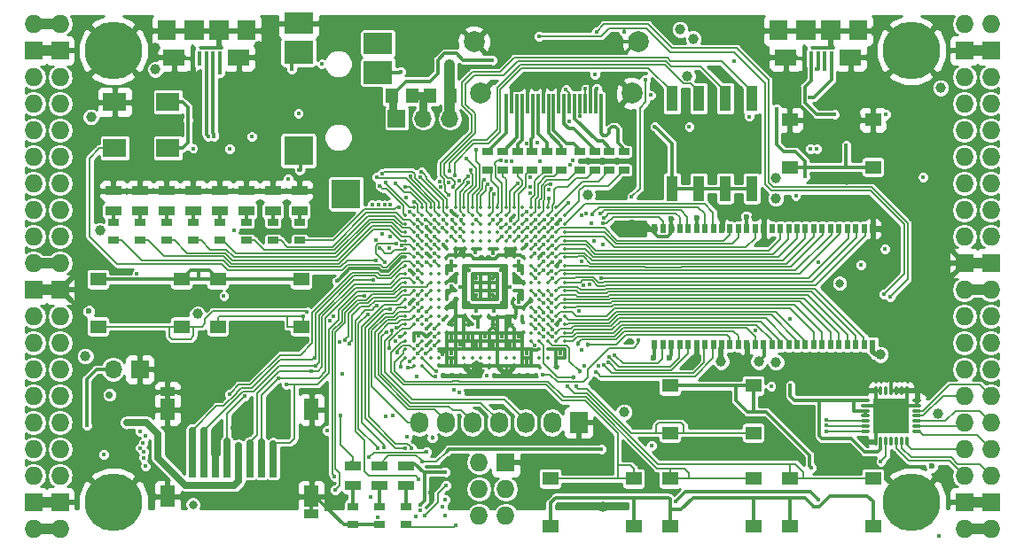
<source format=gtl>
G04 #@! TF.GenerationSoftware,KiCad,Pcbnew,5.0.0-rc3+dfsg1-2*
G04 #@! TF.CreationDate,2018-07-15T09:33:10+02:00*
G04 #@! TF.ProjectId,ulx3s,756C7833732E6B696361645F70636200,rev?*
G04 #@! TF.SameCoordinates,Original*
G04 #@! TF.FileFunction,Copper,L1,Top,Signal*
G04 #@! TF.FilePolarity,Positive*
%FSLAX46Y46*%
G04 Gerber Fmt 4.6, Leading zero omitted, Abs format (unit mm)*
G04 Created by KiCad (PCBNEW 5.0.0-rc3+dfsg1-2) date Sun Jul 15 09:33:10 2018*
%MOMM*%
%LPD*%
G01*
G04 APERTURE LIST*
G04 #@! TA.AperFunction,SMDPad,CuDef*
%ADD10R,0.300000X1.900000*%
G04 #@! TD*
G04 #@! TA.AperFunction,ComponentPad*
%ADD11C,2.000000*%
G04 #@! TD*
G04 #@! TA.AperFunction,SMDPad,CuDef*
%ADD12R,1.120000X2.440000*%
G04 #@! TD*
G04 #@! TA.AperFunction,SMDPad,CuDef*
%ADD13R,0.560000X0.900000*%
G04 #@! TD*
G04 #@! TA.AperFunction,ComponentPad*
%ADD14O,1.727200X1.727200*%
G04 #@! TD*
G04 #@! TA.AperFunction,ComponentPad*
%ADD15R,1.727200X1.727200*%
G04 #@! TD*
G04 #@! TA.AperFunction,ComponentPad*
%ADD16C,5.500000*%
G04 #@! TD*
G04 #@! TA.AperFunction,SMDPad,CuDef*
%ADD17O,0.850000X0.300000*%
G04 #@! TD*
G04 #@! TA.AperFunction,SMDPad,CuDef*
%ADD18O,0.300000X0.850000*%
G04 #@! TD*
G04 #@! TA.AperFunction,SMDPad,CuDef*
%ADD19R,1.675000X1.675000*%
G04 #@! TD*
G04 #@! TA.AperFunction,ComponentPad*
%ADD20R,1.727200X2.032000*%
G04 #@! TD*
G04 #@! TA.AperFunction,ComponentPad*
%ADD21O,1.727200X2.032000*%
G04 #@! TD*
G04 #@! TA.AperFunction,BGAPad,CuDef*
%ADD22C,0.350000*%
G04 #@! TD*
G04 #@! TA.AperFunction,SMDPad,CuDef*
%ADD23R,2.800000X2.000000*%
G04 #@! TD*
G04 #@! TA.AperFunction,SMDPad,CuDef*
%ADD24R,2.800000X2.200000*%
G04 #@! TD*
G04 #@! TA.AperFunction,SMDPad,CuDef*
%ADD25R,2.800000X2.800000*%
G04 #@! TD*
G04 #@! TA.AperFunction,SMDPad,CuDef*
%ADD26R,0.700000X1.500000*%
G04 #@! TD*
G04 #@! TA.AperFunction,SMDPad,CuDef*
%ADD27R,1.450000X0.900000*%
G04 #@! TD*
G04 #@! TA.AperFunction,SMDPad,CuDef*
%ADD28R,1.450000X2.000000*%
G04 #@! TD*
G04 #@! TA.AperFunction,SMDPad,CuDef*
%ADD29R,2.200000X1.800000*%
G04 #@! TD*
G04 #@! TA.AperFunction,SMDPad,CuDef*
%ADD30R,1.000000X0.670000*%
G04 #@! TD*
G04 #@! TA.AperFunction,SMDPad,CuDef*
%ADD31R,1.500000X0.970000*%
G04 #@! TD*
G04 #@! TA.AperFunction,ComponentPad*
%ADD32R,1.700000X1.700000*%
G04 #@! TD*
G04 #@! TA.AperFunction,ComponentPad*
%ADD33O,1.700000X1.700000*%
G04 #@! TD*
G04 #@! TA.AperFunction,SMDPad,CuDef*
%ADD34R,1.295000X1.400000*%
G04 #@! TD*
G04 #@! TA.AperFunction,SMDPad,CuDef*
%ADD35R,1.800000X1.900000*%
G04 #@! TD*
G04 #@! TA.AperFunction,SMDPad,CuDef*
%ADD36R,0.400000X1.350000*%
G04 #@! TD*
G04 #@! TA.AperFunction,SMDPad,CuDef*
%ADD37R,1.900000X1.900000*%
G04 #@! TD*
G04 #@! TA.AperFunction,SMDPad,CuDef*
%ADD38R,2.100000X1.600000*%
G04 #@! TD*
G04 #@! TA.AperFunction,SMDPad,CuDef*
%ADD39R,1.550000X1.300000*%
G04 #@! TD*
G04 #@! TA.AperFunction,ViaPad*
%ADD40C,0.400000*%
G04 #@! TD*
G04 #@! TA.AperFunction,ViaPad*
%ADD41C,2.000000*%
G04 #@! TD*
G04 #@! TA.AperFunction,ViaPad*
%ADD42C,0.454000*%
G04 #@! TD*
G04 #@! TA.AperFunction,ViaPad*
%ADD43C,0.600000*%
G04 #@! TD*
G04 #@! TA.AperFunction,ViaPad*
%ADD44C,1.000000*%
G04 #@! TD*
G04 #@! TA.AperFunction,ViaPad*
%ADD45C,0.800000*%
G04 #@! TD*
G04 #@! TA.AperFunction,ViaPad*
%ADD46C,0.700000*%
G04 #@! TD*
G04 #@! TA.AperFunction,Conductor*
%ADD47C,0.300000*%
G04 #@! TD*
G04 #@! TA.AperFunction,Conductor*
%ADD48C,0.500000*%
G04 #@! TD*
G04 #@! TA.AperFunction,Conductor*
%ADD49C,1.000000*%
G04 #@! TD*
G04 #@! TA.AperFunction,Conductor*
%ADD50C,0.700000*%
G04 #@! TD*
G04 #@! TA.AperFunction,Conductor*
%ADD51C,0.190000*%
G04 #@! TD*
G04 #@! TA.AperFunction,Conductor*
%ADD52C,0.800000*%
G04 #@! TD*
G04 #@! TA.AperFunction,Conductor*
%ADD53C,0.200000*%
G04 #@! TD*
G04 #@! TA.AperFunction,Conductor*
%ADD54C,0.127000*%
G04 #@! TD*
G04 #@! TA.AperFunction,Conductor*
%ADD55C,0.180000*%
G04 #@! TD*
G04 #@! TA.AperFunction,Conductor*
%ADD56C,0.254000*%
G04 #@! TD*
G04 APERTURE END LIST*
D10*
G04 #@! TO.P,GPDI1,19*
G04 #@! TO.N,/gpdi/GPDI_ETH-*
X149546000Y-70312000D03*
G04 #@! TO.P,GPDI1,18*
G04 #@! TO.N,+5V*
X149046000Y-70312000D03*
G04 #@! TO.P,GPDI1,17*
G04 #@! TO.N,GND*
X148546000Y-70312000D03*
G04 #@! TO.P,GPDI1,16*
G04 #@! TO.N,GPDI_SDA*
X148046000Y-70312000D03*
G04 #@! TO.P,GPDI1,15*
G04 #@! TO.N,GPDI_SCL*
X147546000Y-70312000D03*
G04 #@! TO.P,GPDI1,14*
G04 #@! TO.N,/gpdi/GPDI_ETH+*
X147046000Y-70312000D03*
G04 #@! TO.P,GPDI1,13*
G04 #@! TO.N,GPDI_CEC*
X146546000Y-70312000D03*
G04 #@! TO.P,GPDI1,12*
G04 #@! TO.N,/gpdi/GPDI_CLK-*
X146046000Y-70312000D03*
G04 #@! TO.P,GPDI1,11*
G04 #@! TO.N,GND*
X145546000Y-70312000D03*
G04 #@! TO.P,GPDI1,10*
G04 #@! TO.N,/gpdi/GPDI_CLK+*
X145046000Y-70312000D03*
G04 #@! TO.P,GPDI1,9*
G04 #@! TO.N,/gpdi/GPDI_D0-*
X144546000Y-70312000D03*
G04 #@! TO.P,GPDI1,8*
G04 #@! TO.N,GND*
X144046000Y-70312000D03*
G04 #@! TO.P,GPDI1,7*
G04 #@! TO.N,/gpdi/GPDI_D0+*
X143546000Y-70312000D03*
G04 #@! TO.P,GPDI1,6*
G04 #@! TO.N,/gpdi/GPDI_D1-*
X143046000Y-70312000D03*
G04 #@! TO.P,GPDI1,5*
G04 #@! TO.N,GND*
X142546000Y-70312000D03*
G04 #@! TO.P,GPDI1,4*
G04 #@! TO.N,/gpdi/GPDI_D1+*
X142046000Y-70312000D03*
G04 #@! TO.P,GPDI1,3*
G04 #@! TO.N,/gpdi/GPDI_D2-*
X141546000Y-70312000D03*
G04 #@! TO.P,GPDI1,2*
G04 #@! TO.N,GND*
X141046000Y-70312000D03*
G04 #@! TO.P,GPDI1,1*
G04 #@! TO.N,/gpdi/GPDI_D2+*
X140546000Y-70312000D03*
D11*
G04 #@! TO.P,GPDI1,0*
G04 #@! TO.N,GND*
X152546000Y-69312000D03*
X138046000Y-69312000D03*
X153146000Y-64412000D03*
X137446000Y-64412000D03*
G04 #@! TD*
D12*
G04 #@! TO.P,SW1,8*
G04 #@! TO.N,SW1*
X156330000Y-69815000D03*
G04 #@! TO.P,SW1,4*
G04 #@! TO.N,/blinkey/SWPU*
X163950000Y-78425000D03*
G04 #@! TO.P,SW1,7*
G04 #@! TO.N,SW2*
X158870000Y-69815000D03*
G04 #@! TO.P,SW1,3*
G04 #@! TO.N,/blinkey/SWPU*
X161410000Y-78425000D03*
G04 #@! TO.P,SW1,6*
G04 #@! TO.N,SW3*
X161410000Y-69815000D03*
G04 #@! TO.P,SW1,2*
G04 #@! TO.N,/blinkey/SWPU*
X158870000Y-78425000D03*
G04 #@! TO.P,SW1,5*
G04 #@! TO.N,SW4*
X163950000Y-69815000D03*
G04 #@! TO.P,SW1,1*
G04 #@! TO.N,/blinkey/SWPU*
X156330000Y-78425000D03*
G04 #@! TD*
D13*
G04 #@! TO.P,U2,28*
G04 #@! TO.N,GND*
X175493000Y-82270000D03*
G04 #@! TO.P,U2,1*
G04 #@! TO.N,+3V3*
X154693000Y-93330000D03*
G04 #@! TO.P,U2,2*
G04 #@! TO.N,SDRAM_D0*
X155493000Y-93330000D03*
G04 #@! TO.P,U2,3*
G04 #@! TO.N,+3V3*
X156293000Y-93330000D03*
G04 #@! TO.P,U2,4*
G04 #@! TO.N,SDRAM_D1*
X157093000Y-93330000D03*
G04 #@! TO.P,U2,5*
G04 #@! TO.N,SDRAM_D2*
X157893000Y-93330000D03*
G04 #@! TO.P,U2,6*
G04 #@! TO.N,GND*
X158693000Y-93330000D03*
G04 #@! TO.P,U2,7*
G04 #@! TO.N,SDRAM_D3*
X159493000Y-93330000D03*
G04 #@! TO.P,U2,8*
G04 #@! TO.N,SDRAM_D4*
X160293000Y-93330000D03*
G04 #@! TO.P,U2,9*
G04 #@! TO.N,+3V3*
X161093000Y-93330000D03*
G04 #@! TO.P,U2,10*
G04 #@! TO.N,SDRAM_D5*
X161893000Y-93330000D03*
G04 #@! TO.P,U2,11*
G04 #@! TO.N,SDRAM_D6*
X162693000Y-93330000D03*
G04 #@! TO.P,U2,12*
G04 #@! TO.N,GND*
X163493000Y-93330000D03*
G04 #@! TO.P,U2,13*
G04 #@! TO.N,SDRAM_D7*
X164293000Y-93330000D03*
G04 #@! TO.P,U2,14*
G04 #@! TO.N,+3V3*
X165093000Y-93330000D03*
G04 #@! TO.P,U2,15*
G04 #@! TO.N,SDRAM_DQM0*
X165893000Y-93330000D03*
G04 #@! TO.P,U2,16*
G04 #@! TO.N,SDRAM_nWE*
X166693000Y-93330000D03*
G04 #@! TO.P,U2,17*
G04 #@! TO.N,SDRAM_nCAS*
X167493000Y-93330000D03*
G04 #@! TO.P,U2,18*
G04 #@! TO.N,SDRAM_nRAS*
X168293000Y-93330000D03*
G04 #@! TO.P,U2,19*
G04 #@! TO.N,SDRAM_nCS*
X169093000Y-93330000D03*
G04 #@! TO.P,U2,20*
G04 #@! TO.N,SDRAM_BA0*
X169893000Y-93330000D03*
G04 #@! TO.P,U2,21*
G04 #@! TO.N,SDRAM_BA1*
X170693000Y-93330000D03*
G04 #@! TO.P,U2,22*
G04 #@! TO.N,SDRAM_A10*
X171493000Y-93330000D03*
G04 #@! TO.P,U2,23*
G04 #@! TO.N,SDRAM_A0*
X172293000Y-93330000D03*
G04 #@! TO.P,U2,24*
G04 #@! TO.N,SDRAM_A1*
X173093000Y-93330000D03*
G04 #@! TO.P,U2,25*
G04 #@! TO.N,SDRAM_A2*
X173893000Y-93330000D03*
G04 #@! TO.P,U2,26*
G04 #@! TO.N,SDRAM_A3*
X174693000Y-93330000D03*
G04 #@! TO.P,U2,27*
G04 #@! TO.N,+3V3*
X175493000Y-93330000D03*
G04 #@! TO.P,U2,29*
G04 #@! TO.N,SDRAM_A4*
X174693000Y-82270000D03*
G04 #@! TO.P,U2,30*
G04 #@! TO.N,SDRAM_A5*
X173893000Y-82270000D03*
G04 #@! TO.P,U2,31*
G04 #@! TO.N,SDRAM_A6*
X173093000Y-82270000D03*
G04 #@! TO.P,U2,32*
G04 #@! TO.N,SDRAM_A7*
X172293000Y-82270000D03*
G04 #@! TO.P,U2,33*
G04 #@! TO.N,SDRAM_A8*
X171493000Y-82270000D03*
G04 #@! TO.P,U2,34*
G04 #@! TO.N,SDRAM_A9*
X170693000Y-82270000D03*
G04 #@! TO.P,U2,35*
G04 #@! TO.N,SDRAM_A11*
X169893000Y-82270000D03*
G04 #@! TO.P,U2,36*
G04 #@! TO.N,SDRAM_A12*
X169093000Y-82270000D03*
G04 #@! TO.P,U2,37*
G04 #@! TO.N,SDRAM_CKE*
X168293000Y-82270000D03*
G04 #@! TO.P,U2,38*
G04 #@! TO.N,SDRAM_CLK*
X167493000Y-82270000D03*
G04 #@! TO.P,U2,39*
G04 #@! TO.N,SDRAM_DQM1*
X166693000Y-82270000D03*
G04 #@! TO.P,U2,40*
G04 #@! TO.N,N/C*
X165893000Y-82270000D03*
G04 #@! TO.P,U2,41*
G04 #@! TO.N,GND*
X165093000Y-82270000D03*
G04 #@! TO.P,U2,42*
G04 #@! TO.N,SDRAM_D8*
X164293000Y-82270000D03*
G04 #@! TO.P,U2,43*
G04 #@! TO.N,+3V3*
X163493000Y-82270000D03*
G04 #@! TO.P,U2,44*
G04 #@! TO.N,SDRAM_D9*
X162693000Y-82270000D03*
G04 #@! TO.P,U2,45*
G04 #@! TO.N,SDRAM_D10*
X161893000Y-82270000D03*
G04 #@! TO.P,U2,46*
G04 #@! TO.N,GND*
X161093000Y-82270000D03*
G04 #@! TO.P,U2,47*
G04 #@! TO.N,SDRAM_D11*
X160293000Y-82270000D03*
G04 #@! TO.P,U2,48*
G04 #@! TO.N,SDRAM_D12*
X159493000Y-82270000D03*
G04 #@! TO.P,U2,49*
G04 #@! TO.N,+3V3*
X158693000Y-82270000D03*
G04 #@! TO.P,U2,50*
G04 #@! TO.N,SDRAM_D13*
X157893000Y-82270000D03*
G04 #@! TO.P,U2,51*
G04 #@! TO.N,SDRAM_D14*
X157093000Y-82270000D03*
G04 #@! TO.P,U2,52*
G04 #@! TO.N,GND*
X156293000Y-82270000D03*
G04 #@! TO.P,U2,53*
G04 #@! TO.N,SDRAM_D15*
X155493000Y-82270000D03*
G04 #@! TO.P,U2,54*
G04 #@! TO.N,GND*
X154693000Y-82270000D03*
G04 #@! TD*
D14*
G04 #@! TO.P,J1,1*
G04 #@! TO.N,2V5_3V3*
X97910000Y-62690000D03*
G04 #@! TO.P,J1,2*
X95370000Y-62690000D03*
D15*
G04 #@! TO.P,J1,3*
G04 #@! TO.N,GND*
X97910000Y-65230000D03*
G04 #@! TO.P,J1,4*
X95370000Y-65230000D03*
D14*
G04 #@! TO.P,J1,5*
G04 #@! TO.N,GN0*
X97910000Y-67770000D03*
G04 #@! TO.P,J1,6*
G04 #@! TO.N,GP0*
X95370000Y-67770000D03*
G04 #@! TO.P,J1,7*
G04 #@! TO.N,GN1*
X97910000Y-70310000D03*
G04 #@! TO.P,J1,8*
G04 #@! TO.N,GP1*
X95370000Y-70310000D03*
G04 #@! TO.P,J1,9*
G04 #@! TO.N,GN2*
X97910000Y-72850000D03*
G04 #@! TO.P,J1,10*
G04 #@! TO.N,GP2*
X95370000Y-72850000D03*
G04 #@! TO.P,J1,11*
G04 #@! TO.N,GN3*
X97910000Y-75390000D03*
G04 #@! TO.P,J1,12*
G04 #@! TO.N,GP3*
X95370000Y-75390000D03*
G04 #@! TO.P,J1,13*
G04 #@! TO.N,GN4*
X97910000Y-77930000D03*
G04 #@! TO.P,J1,14*
G04 #@! TO.N,GP4*
X95370000Y-77930000D03*
G04 #@! TO.P,J1,15*
G04 #@! TO.N,GN5*
X97910000Y-80470000D03*
G04 #@! TO.P,J1,16*
G04 #@! TO.N,GP5*
X95370000Y-80470000D03*
G04 #@! TO.P,J1,17*
G04 #@! TO.N,GN6*
X97910000Y-83010000D03*
G04 #@! TO.P,J1,18*
G04 #@! TO.N,GP6*
X95370000Y-83010000D03*
G04 #@! TO.P,J1,19*
G04 #@! TO.N,2V5_3V3*
X97910000Y-85550000D03*
G04 #@! TO.P,J1,20*
X95370000Y-85550000D03*
D15*
G04 #@! TO.P,J1,21*
G04 #@! TO.N,GND*
X97910000Y-88090000D03*
G04 #@! TO.P,J1,22*
X95370000Y-88090000D03*
D14*
G04 #@! TO.P,J1,23*
G04 #@! TO.N,GN7*
X97910000Y-90630000D03*
G04 #@! TO.P,J1,24*
G04 #@! TO.N,GP7*
X95370000Y-90630000D03*
G04 #@! TO.P,J1,25*
G04 #@! TO.N,GN8*
X97910000Y-93170000D03*
G04 #@! TO.P,J1,26*
G04 #@! TO.N,GP8*
X95370000Y-93170000D03*
G04 #@! TO.P,J1,27*
G04 #@! TO.N,GN9*
X97910000Y-95710000D03*
G04 #@! TO.P,J1,28*
G04 #@! TO.N,GP9*
X95370000Y-95710000D03*
G04 #@! TO.P,J1,29*
G04 #@! TO.N,GN10*
X97910000Y-98250000D03*
G04 #@! TO.P,J1,30*
G04 #@! TO.N,GP10*
X95370000Y-98250000D03*
G04 #@! TO.P,J1,31*
G04 #@! TO.N,GN11*
X97910000Y-100790000D03*
G04 #@! TO.P,J1,32*
G04 #@! TO.N,GP11*
X95370000Y-100790000D03*
G04 #@! TO.P,J1,33*
G04 #@! TO.N,GN12*
X97910000Y-103330000D03*
G04 #@! TO.P,J1,34*
G04 #@! TO.N,GP12*
X95370000Y-103330000D03*
G04 #@! TO.P,J1,35*
G04 #@! TO.N,GN13*
X97910000Y-105870000D03*
G04 #@! TO.P,J1,36*
G04 #@! TO.N,GP13*
X95370000Y-105870000D03*
D15*
G04 #@! TO.P,J1,37*
G04 #@! TO.N,GND*
X97910000Y-108410000D03*
G04 #@! TO.P,J1,38*
X95370000Y-108410000D03*
D14*
G04 #@! TO.P,J1,39*
G04 #@! TO.N,2V5_3V3*
X97910000Y-110950000D03*
G04 #@! TO.P,J1,40*
X95370000Y-110950000D03*
G04 #@! TD*
G04 #@! TO.P,J2,1*
G04 #@! TO.N,+3V3*
X184270000Y-110950000D03*
G04 #@! TO.P,J2,2*
X186810000Y-110950000D03*
D15*
G04 #@! TO.P,J2,3*
G04 #@! TO.N,GND*
X184270000Y-108410000D03*
G04 #@! TO.P,J2,4*
X186810000Y-108410000D03*
D14*
G04 #@! TO.P,J2,5*
G04 #@! TO.N,GN14*
X184270000Y-105870000D03*
G04 #@! TO.P,J2,6*
G04 #@! TO.N,GP14*
X186810000Y-105870000D03*
G04 #@! TO.P,J2,7*
G04 #@! TO.N,GN15*
X184270000Y-103330000D03*
G04 #@! TO.P,J2,8*
G04 #@! TO.N,GP15*
X186810000Y-103330000D03*
G04 #@! TO.P,J2,9*
G04 #@! TO.N,GN16*
X184270000Y-100790000D03*
G04 #@! TO.P,J2,10*
G04 #@! TO.N,GP16*
X186810000Y-100790000D03*
G04 #@! TO.P,J2,11*
G04 #@! TO.N,GN17*
X184270000Y-98250000D03*
G04 #@! TO.P,J2,12*
G04 #@! TO.N,GP17*
X186810000Y-98250000D03*
G04 #@! TO.P,J2,13*
G04 #@! TO.N,GN18*
X184270000Y-95710000D03*
G04 #@! TO.P,J2,14*
G04 #@! TO.N,GP18*
X186810000Y-95710000D03*
G04 #@! TO.P,J2,15*
G04 #@! TO.N,GN19*
X184270000Y-93170000D03*
G04 #@! TO.P,J2,16*
G04 #@! TO.N,GP19*
X186810000Y-93170000D03*
G04 #@! TO.P,J2,17*
G04 #@! TO.N,GN20*
X184270000Y-90630000D03*
G04 #@! TO.P,J2,18*
G04 #@! TO.N,GP20*
X186810000Y-90630000D03*
G04 #@! TO.P,J2,19*
G04 #@! TO.N,+3V3*
X184270000Y-88090000D03*
G04 #@! TO.P,J2,20*
X186810000Y-88090000D03*
D15*
G04 #@! TO.P,J2,21*
G04 #@! TO.N,GND*
X184270000Y-85550000D03*
G04 #@! TO.P,J2,22*
X186810000Y-85550000D03*
D14*
G04 #@! TO.P,J2,23*
G04 #@! TO.N,GN21*
X184270000Y-83010000D03*
G04 #@! TO.P,J2,24*
G04 #@! TO.N,GP21*
X186810000Y-83010000D03*
G04 #@! TO.P,J2,25*
G04 #@! TO.N,GN22*
X184270000Y-80470000D03*
G04 #@! TO.P,J2,26*
G04 #@! TO.N,GP22*
X186810000Y-80470000D03*
G04 #@! TO.P,J2,27*
G04 #@! TO.N,GN23*
X184270000Y-77930000D03*
G04 #@! TO.P,J2,28*
G04 #@! TO.N,GP23*
X186810000Y-77930000D03*
G04 #@! TO.P,J2,29*
G04 #@! TO.N,GN24*
X184270000Y-75390000D03*
G04 #@! TO.P,J2,30*
G04 #@! TO.N,GP24*
X186810000Y-75390000D03*
G04 #@! TO.P,J2,31*
G04 #@! TO.N,GN25*
X184270000Y-72850000D03*
G04 #@! TO.P,J2,32*
G04 #@! TO.N,GP25*
X186810000Y-72850000D03*
G04 #@! TO.P,J2,33*
G04 #@! TO.N,GN26*
X184270000Y-70310000D03*
G04 #@! TO.P,J2,34*
G04 #@! TO.N,GP26*
X186810000Y-70310000D03*
G04 #@! TO.P,J2,35*
G04 #@! TO.N,GN27*
X184270000Y-67770000D03*
G04 #@! TO.P,J2,36*
G04 #@! TO.N,GP27*
X186810000Y-67770000D03*
D15*
G04 #@! TO.P,J2,37*
G04 #@! TO.N,GND*
X184270000Y-65230000D03*
G04 #@! TO.P,J2,38*
X186810000Y-65230000D03*
D14*
G04 #@! TO.P,J2,39*
G04 #@! TO.N,/gpio/IN5V*
X184270000Y-62690000D03*
G04 #@! TO.P,J2,40*
G04 #@! TO.N,/gpio/OUT5V*
X186810000Y-62690000D03*
G04 #@! TD*
D16*
G04 #@! TO.P,H1,1*
G04 #@! TO.N,GND*
X102990000Y-108410000D03*
G04 #@! TD*
G04 #@! TO.P,H2,1*
G04 #@! TO.N,GND*
X179190000Y-108410000D03*
G04 #@! TD*
G04 #@! TO.P,H3,1*
G04 #@! TO.N,GND*
X179190000Y-65230000D03*
G04 #@! TD*
G04 #@! TO.P,H4,1*
G04 #@! TO.N,GND*
X102990000Y-65230000D03*
G04 #@! TD*
D15*
G04 #@! TO.P,J4,1*
G04 #@! TO.N,GND*
X140455000Y-104600000D03*
D14*
G04 #@! TO.P,J4,2*
G04 #@! TO.N,+3V3*
X137915000Y-104600000D03*
G04 #@! TO.P,J4,3*
G04 #@! TO.N,JTAG_TDI*
X140455000Y-107140000D03*
G04 #@! TO.P,J4,4*
G04 #@! TO.N,JTAG_TCK*
X137915000Y-107140000D03*
G04 #@! TO.P,J4,5*
G04 #@! TO.N,JTAG_TMS*
X140455000Y-109680000D03*
G04 #@! TO.P,J4,6*
G04 #@! TO.N,JTAG_TDO*
X137915000Y-109680000D03*
G04 #@! TD*
D17*
G04 #@! TO.P,U8,1*
G04 #@! TO.N,GP15*
X179735000Y-101655000D03*
G04 #@! TO.P,U8,2*
G04 #@! TO.N,GN16*
X179735000Y-101155000D03*
G04 #@! TO.P,U8,3*
G04 #@! TO.N,GP16*
X179735000Y-100655000D03*
G04 #@! TO.P,U8,4*
G04 #@! TO.N,GN17*
X179735000Y-100155000D03*
G04 #@! TO.P,U8,5*
G04 #@! TO.N,GP17*
X179735000Y-99655000D03*
G04 #@! TO.P,U8,6*
G04 #@! TO.N,GND*
X179735000Y-99155000D03*
G04 #@! TO.P,U8,7*
X179735000Y-98655000D03*
D18*
G04 #@! TO.P,U8,8*
X178785000Y-97705000D03*
G04 #@! TO.P,U8,9*
X178285000Y-97705000D03*
G04 #@! TO.P,U8,10*
X177785000Y-97705000D03*
G04 #@! TO.P,U8,11*
X177285000Y-97705000D03*
G04 #@! TO.P,U8,12*
G04 #@! TO.N,Net-(U8-Pad12)*
X176785000Y-97705000D03*
G04 #@! TO.P,U8,13*
G04 #@! TO.N,GND*
X176285000Y-97705000D03*
G04 #@! TO.P,U8,14*
X175785000Y-97705000D03*
D17*
G04 #@! TO.P,U8,15*
G04 #@! TO.N,/analog/ADC3V3*
X174835000Y-98655000D03*
G04 #@! TO.P,U8,16*
G04 #@! TO.N,GND*
X174835000Y-99155000D03*
G04 #@! TO.P,U8,17*
G04 #@! TO.N,/analog/ADC3V3*
X174835000Y-99655000D03*
G04 #@! TO.P,U8,18*
X174835000Y-100155000D03*
G04 #@! TO.P,U8,19*
G04 #@! TO.N,ADC_SCLK*
X174835000Y-100655000D03*
G04 #@! TO.P,U8,20*
G04 #@! TO.N,ADC_CSn*
X174835000Y-101155000D03*
G04 #@! TO.P,U8,21*
G04 #@! TO.N,ADC_MOSI*
X174835000Y-101655000D03*
D18*
G04 #@! TO.P,U8,22*
G04 #@! TO.N,GND*
X175785000Y-102605000D03*
G04 #@! TO.P,U8,23*
G04 #@! TO.N,/analog/ADC3V3*
X176285000Y-102605000D03*
G04 #@! TO.P,U8,24*
G04 #@! TO.N,ADC_MISO*
X176785000Y-102605000D03*
G04 #@! TO.P,U8,25*
G04 #@! TO.N,Net-(U8-Pad25)*
X177285000Y-102605000D03*
G04 #@! TO.P,U8,26*
G04 #@! TO.N,GN14*
X177785000Y-102605000D03*
G04 #@! TO.P,U8,27*
G04 #@! TO.N,GP14*
X178285000Y-102605000D03*
G04 #@! TO.P,U8,28*
G04 #@! TO.N,GN15*
X178785000Y-102605000D03*
D19*
G04 #@! TO.P,U8,29*
G04 #@! TO.N,GND*
X176447500Y-99317500D03*
X176447500Y-100992500D03*
X178122500Y-99317500D03*
X178122500Y-100992500D03*
G04 #@! TD*
D20*
G04 #@! TO.P,OLED1,1*
G04 #@! TO.N,GND*
X147440000Y-100790000D03*
D21*
G04 #@! TO.P,OLED1,2*
G04 #@! TO.N,+3V3*
X144900000Y-100790000D03*
G04 #@! TO.P,OLED1,3*
G04 #@! TO.N,OLED_CLK*
X142360000Y-100790000D03*
G04 #@! TO.P,OLED1,4*
G04 #@! TO.N,OLED_MOSI*
X139820000Y-100790000D03*
G04 #@! TO.P,OLED1,5*
G04 #@! TO.N,OLED_RES*
X137280000Y-100790000D03*
G04 #@! TO.P,OLED1,6*
G04 #@! TO.N,OLED_DC*
X134740000Y-100790000D03*
G04 #@! TO.P,OLED1,7*
G04 #@! TO.N,OLED_CS*
X132200000Y-100790000D03*
G04 #@! TD*
D22*
G04 #@! TO.P,U1,A2*
G04 #@! TO.N,GP9*
X131680000Y-80200000D03*
G04 #@! TO.P,U1,A3*
G04 #@! TO.N,AUDIO_R0*
X132480000Y-80200000D03*
G04 #@! TO.P,U1,A4*
G04 #@! TO.N,GP8*
X133280000Y-80200000D03*
G04 #@! TO.P,U1,A5*
G04 #@! TO.N,GN8*
X134080000Y-80200000D03*
G04 #@! TO.P,U1,A6*
G04 #@! TO.N,GP7*
X134880000Y-80200000D03*
G04 #@! TO.P,U1,A7*
G04 #@! TO.N,GP4*
X135680000Y-80200000D03*
G04 #@! TO.P,U1,A8*
G04 #@! TO.N,GN4*
X136480000Y-80200000D03*
G04 #@! TO.P,U1,A9*
G04 #@! TO.N,GP2*
X137280000Y-80200000D03*
G04 #@! TO.P,U1,A10*
G04 #@! TO.N,GP1*
X138080000Y-80200000D03*
G04 #@! TO.P,U1,A11*
G04 #@! TO.N,GN1*
X138880000Y-80200000D03*
G04 #@! TO.P,U1,A12*
G04 #@! TO.N,FPDI_D2+*
X139680000Y-80200000D03*
G04 #@! TO.P,U1,A13*
G04 #@! TO.N,FPDI_D2-*
X140480000Y-80200000D03*
G04 #@! TO.P,U1,A14*
G04 #@! TO.N,FPDI_D1+*
X141280000Y-80200000D03*
G04 #@! TO.P,U1,A15*
G04 #@! TO.N,Net-(U1-PadA15)*
X142080000Y-80200000D03*
G04 #@! TO.P,U1,A16*
G04 #@! TO.N,FPDI_D0+*
X142880000Y-80200000D03*
G04 #@! TO.P,U1,A17*
G04 #@! TO.N,FPDI_CLK+*
X143680000Y-80200000D03*
G04 #@! TO.P,U1,A18*
G04 #@! TO.N,/gpdi/FPDI_CEC*
X144480000Y-80200000D03*
G04 #@! TO.P,U1,A19*
G04 #@! TO.N,FPDI_ETH+*
X145280000Y-80200000D03*
G04 #@! TO.P,U1,B1*
G04 #@! TO.N,GN9*
X130880000Y-81000000D03*
G04 #@! TO.P,U1,B2*
G04 #@! TO.N,LED0*
X131680000Y-81000000D03*
G04 #@! TO.P,U1,B3*
G04 #@! TO.N,AUDIO_L3*
X132480000Y-81000000D03*
G04 #@! TO.P,U1,B4*
G04 #@! TO.N,GN10*
X133280000Y-81000000D03*
G04 #@! TO.P,U1,B5*
G04 #@! TO.N,AUDIO_R1*
X134080000Y-81000000D03*
G04 #@! TO.P,U1,B6*
G04 #@! TO.N,GN7*
X134880000Y-81000000D03*
G04 #@! TO.P,U1,B7*
G04 #@! TO.N,GND*
X135680000Y-81000000D03*
G04 #@! TO.P,U1,B8*
G04 #@! TO.N,GN5*
X136480000Y-81000000D03*
G04 #@! TO.P,U1,B9*
G04 #@! TO.N,GP3*
X137280000Y-81000000D03*
G04 #@! TO.P,U1,B10*
G04 #@! TO.N,GN2*
X138080000Y-81000000D03*
G04 #@! TO.P,U1,B11*
G04 #@! TO.N,GP0*
X138880000Y-81000000D03*
G04 #@! TO.P,U1,B12*
G04 #@! TO.N,USB_FPGA_PULL_D+*
X139680000Y-81000000D03*
G04 #@! TO.P,U1,B13*
G04 #@! TO.N,GP26*
X140480000Y-81000000D03*
G04 #@! TO.P,U1,B14*
G04 #@! TO.N,GND*
X141280000Y-81000000D03*
G04 #@! TO.P,U1,B15*
G04 #@! TO.N,GP22*
X142080000Y-81000000D03*
G04 #@! TO.P,U1,B16*
G04 #@! TO.N,FPDI_D0-*
X142880000Y-81000000D03*
G04 #@! TO.P,U1,B17*
G04 #@! TO.N,GP23*
X143680000Y-81000000D03*
G04 #@! TO.P,U1,B18*
G04 #@! TO.N,FPDI_CLK-*
X144480000Y-81000000D03*
G04 #@! TO.P,U1,B19*
G04 #@! TO.N,FPDI_SDA*
X145280000Y-81000000D03*
G04 #@! TO.P,U1,B20*
G04 #@! TO.N,FPDI_ETH-*
X146080000Y-81000000D03*
G04 #@! TO.P,U1,C1*
G04 #@! TO.N,LED2*
X130880000Y-81800000D03*
G04 #@! TO.P,U1,C2*
G04 #@! TO.N,LED1*
X131680000Y-81800000D03*
G04 #@! TO.P,U1,C3*
G04 #@! TO.N,AUDIO_L2*
X132480000Y-81800000D03*
G04 #@! TO.P,U1,C4*
G04 #@! TO.N,GP10*
X133280000Y-81800000D03*
G04 #@! TO.P,U1,C5*
G04 #@! TO.N,AUDIO_R3*
X134080000Y-81800000D03*
G04 #@! TO.P,U1,C6*
G04 #@! TO.N,GP6*
X134880000Y-81800000D03*
G04 #@! TO.P,U1,C7*
G04 #@! TO.N,GN6*
X135680000Y-81800000D03*
G04 #@! TO.P,U1,C8*
G04 #@! TO.N,GP5*
X136480000Y-81800000D03*
G04 #@! TO.P,U1,C9*
G04 #@! TO.N,Net-(U1-PadC9)*
X137280000Y-81800000D03*
G04 #@! TO.P,U1,C10*
G04 #@! TO.N,GN3*
X138080000Y-81800000D03*
G04 #@! TO.P,U1,C11*
G04 #@! TO.N,GN0*
X138880000Y-81800000D03*
G04 #@! TO.P,U1,C12*
G04 #@! TO.N,USB_FPGA_PULL_D-*
X139680000Y-81800000D03*
G04 #@! TO.P,U1,C13*
G04 #@! TO.N,GN26*
X140480000Y-81800000D03*
G04 #@! TO.P,U1,C14*
G04 #@! TO.N,FPDI_D1-*
X141280000Y-81800000D03*
G04 #@! TO.P,U1,C15*
G04 #@! TO.N,GN22*
X142080000Y-81800000D03*
G04 #@! TO.P,U1,C16*
G04 #@! TO.N,GP24*
X142880000Y-81800000D03*
G04 #@! TO.P,U1,C17*
G04 #@! TO.N,GN23*
X143680000Y-81800000D03*
G04 #@! TO.P,U1,C18*
G04 #@! TO.N,GP21*
X144480000Y-81800000D03*
G04 #@! TO.P,U1,C19*
G04 #@! TO.N,GND*
X145280000Y-81800000D03*
G04 #@! TO.P,U1,C20*
G04 #@! TO.N,SDRAM_D11*
X146080000Y-81800000D03*
G04 #@! TO.P,U1,D1*
G04 #@! TO.N,LED4*
X130880000Y-82600000D03*
G04 #@! TO.P,U1,D2*
G04 #@! TO.N,LED3*
X131680000Y-82600000D03*
G04 #@! TO.P,U1,D3*
G04 #@! TO.N,AUDIO_L1*
X132480000Y-82600000D03*
G04 #@! TO.P,U1,D4*
G04 #@! TO.N,GND*
X133280000Y-82600000D03*
G04 #@! TO.P,U1,D5*
G04 #@! TO.N,AUDIO_R2*
X134080000Y-82600000D03*
G04 #@! TO.P,U1,D6*
G04 #@! TO.N,BTN_PWRn*
X134880000Y-82600000D03*
G04 #@! TO.P,U1,D7*
G04 #@! TO.N,SW3*
X135680000Y-82600000D03*
G04 #@! TO.P,U1,D8*
G04 #@! TO.N,SW2*
X136480000Y-82600000D03*
G04 #@! TO.P,U1,D9*
G04 #@! TO.N,Net-(U1-PadD9)*
X137280000Y-82600000D03*
G04 #@! TO.P,U1,D10*
G04 #@! TO.N,Net-(U1-PadD10)*
X138080000Y-82600000D03*
G04 #@! TO.P,U1,D11*
G04 #@! TO.N,Net-(U1-PadD11)*
X138880000Y-82600000D03*
G04 #@! TO.P,U1,D12*
G04 #@! TO.N,Net-(U1-PadD12)*
X139680000Y-82600000D03*
G04 #@! TO.P,U1,D13*
G04 #@! TO.N,GP27*
X140480000Y-82600000D03*
G04 #@! TO.P,U1,D14*
G04 #@! TO.N,GP25*
X141280000Y-82600000D03*
G04 #@! TO.P,U1,D15*
G04 #@! TO.N,USB_FPGA_D+*
X142080000Y-82600000D03*
G04 #@! TO.P,U1,D16*
G04 #@! TO.N,GN24*
X142880000Y-82600000D03*
G04 #@! TO.P,U1,D17*
G04 #@! TO.N,GN21*
X143680000Y-82600000D03*
G04 #@! TO.P,U1,D18*
G04 #@! TO.N,GP20*
X144480000Y-82600000D03*
G04 #@! TO.P,U1,D19*
G04 #@! TO.N,SDRAM_D10*
X145280000Y-82600000D03*
G04 #@! TO.P,U1,D20*
G04 #@! TO.N,SDRAM_D9*
X146080000Y-82600000D03*
G04 #@! TO.P,U1,E1*
G04 #@! TO.N,LED6*
X130880000Y-83400000D03*
G04 #@! TO.P,U1,E2*
G04 #@! TO.N,LED5*
X131680000Y-83400000D03*
G04 #@! TO.P,U1,E3*
G04 #@! TO.N,GN11*
X132480000Y-83400000D03*
G04 #@! TO.P,U1,E4*
G04 #@! TO.N,AUDIO_L0*
X133280000Y-83400000D03*
G04 #@! TO.P,U1,E5*
G04 #@! TO.N,AUDIO_V3*
X134080000Y-83400000D03*
G04 #@! TO.P,U1,E6*
G04 #@! TO.N,Net-(U1-PadE6)*
X134880000Y-83400000D03*
G04 #@! TO.P,U1,E7*
G04 #@! TO.N,SW4*
X135680000Y-83400000D03*
G04 #@! TO.P,U1,E8*
G04 #@! TO.N,SW1*
X136480000Y-83400000D03*
G04 #@! TO.P,U1,E9*
G04 #@! TO.N,Net-(U1-PadE9)*
X137280000Y-83400000D03*
G04 #@! TO.P,U1,E10*
G04 #@! TO.N,Net-(U1-PadE10)*
X138080000Y-83400000D03*
G04 #@! TO.P,U1,E11*
G04 #@! TO.N,Net-(U1-PadE11)*
X138880000Y-83400000D03*
G04 #@! TO.P,U1,E12*
G04 #@! TO.N,FPDI_SCL*
X139680000Y-83400000D03*
G04 #@! TO.P,U1,E13*
G04 #@! TO.N,GN27*
X140480000Y-83400000D03*
G04 #@! TO.P,U1,E14*
G04 #@! TO.N,GN25*
X141280000Y-83400000D03*
G04 #@! TO.P,U1,E15*
G04 #@! TO.N,USB_FPGA_D-*
X142080000Y-83400000D03*
G04 #@! TO.P,U1,E16*
G04 #@! TO.N,USB_FPGA_D+*
X142880000Y-83400000D03*
G04 #@! TO.P,U1,E17*
G04 #@! TO.N,GN20*
X143680000Y-83400000D03*
G04 #@! TO.P,U1,E18*
G04 #@! TO.N,SDRAM_D12*
X144480000Y-83400000D03*
G04 #@! TO.P,U1,E19*
G04 #@! TO.N,SDRAM_D8*
X145280000Y-83400000D03*
G04 #@! TO.P,U1,E20*
G04 #@! TO.N,SDRAM_DQM1*
X146080000Y-83400000D03*
G04 #@! TO.P,U1,F1*
G04 #@! TO.N,WIFI_EN*
X130880000Y-84200000D03*
G04 #@! TO.P,U1,F2*
G04 #@! TO.N,AUDIO_V1*
X131680000Y-84200000D03*
G04 #@! TO.P,U1,F3*
G04 #@! TO.N,GN12*
X132480000Y-84200000D03*
G04 #@! TO.P,U1,F4*
G04 #@! TO.N,GP11*
X133280000Y-84200000D03*
G04 #@! TO.P,U1,F5*
G04 #@! TO.N,AUDIO_V2*
X134080000Y-84200000D03*
G04 #@! TO.P,U1,F6*
G04 #@! TO.N,+2V5*
X134880000Y-84200000D03*
G04 #@! TO.P,U1,F7*
G04 #@! TO.N,GND*
X135680000Y-84200000D03*
G04 #@! TO.P,U1,F8*
X136480000Y-84200000D03*
G04 #@! TO.P,U1,F9*
G04 #@! TO.N,2V5_3V3*
X137280000Y-84200000D03*
G04 #@! TO.P,U1,F10*
X138080000Y-84200000D03*
G04 #@! TO.P,U1,F11*
G04 #@! TO.N,+3V3*
X138880000Y-84200000D03*
G04 #@! TO.P,U1,F12*
X139680000Y-84200000D03*
G04 #@! TO.P,U1,F13*
G04 #@! TO.N,GND*
X140480000Y-84200000D03*
G04 #@! TO.P,U1,F14*
X141280000Y-84200000D03*
G04 #@! TO.P,U1,F15*
G04 #@! TO.N,+2V5*
X142080000Y-84200000D03*
G04 #@! TO.P,U1,F16*
G04 #@! TO.N,USB_FPGA_D-*
X142880000Y-84200000D03*
G04 #@! TO.P,U1,F17*
G04 #@! TO.N,GP19*
X143680000Y-84200000D03*
G04 #@! TO.P,U1,F18*
G04 #@! TO.N,SDRAM_D13*
X144480000Y-84200000D03*
G04 #@! TO.P,U1,F19*
G04 #@! TO.N,SDRAM_CLK*
X145280000Y-84200000D03*
G04 #@! TO.P,U1,F20*
G04 #@! TO.N,SDRAM_CKE*
X146080000Y-84200000D03*
G04 #@! TO.P,U1,G1*
G04 #@! TO.N,/usb/ANT_433MHz*
X130880000Y-85000000D03*
G04 #@! TO.P,U1,G2*
G04 #@! TO.N,CLK_25MHz*
X131680000Y-85000000D03*
G04 #@! TO.P,U1,G3*
G04 #@! TO.N,GP12*
X132480000Y-85000000D03*
G04 #@! TO.P,U1,G4*
G04 #@! TO.N,GND*
X133280000Y-85000000D03*
G04 #@! TO.P,U1,G5*
G04 #@! TO.N,GN13*
X134080000Y-85000000D03*
G04 #@! TO.P,U1,G6*
G04 #@! TO.N,GND*
X134880000Y-85000000D03*
G04 #@! TO.P,U1,G7*
X135680000Y-85000000D03*
G04 #@! TO.P,U1,G8*
X136480000Y-85000000D03*
G04 #@! TO.P,U1,G9*
X137280000Y-85000000D03*
G04 #@! TO.P,U1,G10*
X138080000Y-85000000D03*
G04 #@! TO.P,U1,G11*
X138880000Y-85000000D03*
G04 #@! TO.P,U1,G12*
X139680000Y-85000000D03*
G04 #@! TO.P,U1,G13*
X140480000Y-85000000D03*
G04 #@! TO.P,U1,G14*
X141280000Y-85000000D03*
G04 #@! TO.P,U1,G15*
X142080000Y-85000000D03*
G04 #@! TO.P,U1,G16*
G04 #@! TO.N,SHUTDOWN*
X142880000Y-85000000D03*
G04 #@! TO.P,U1,G17*
G04 #@! TO.N,GND*
X143680000Y-85000000D03*
G04 #@! TO.P,U1,G18*
G04 #@! TO.N,GN19*
X144480000Y-85000000D03*
G04 #@! TO.P,U1,G19*
G04 #@! TO.N,SDRAM_A12*
X145280000Y-85000000D03*
G04 #@! TO.P,U1,G20*
G04 #@! TO.N,SDRAM_A11*
X146080000Y-85000000D03*
G04 #@! TO.P,U1,H1*
G04 #@! TO.N,SD_D1*
X130880000Y-85800000D03*
G04 #@! TO.P,U1,H2*
G04 #@! TO.N,SD_CLK*
X131680000Y-85800000D03*
G04 #@! TO.P,U1,H3*
G04 #@! TO.N,LED7*
X132480000Y-85800000D03*
G04 #@! TO.P,U1,H4*
G04 #@! TO.N,GP13*
X133280000Y-85800000D03*
G04 #@! TO.P,U1,H5*
G04 #@! TO.N,AUDIO_V0*
X134080000Y-85800000D03*
G04 #@! TO.P,U1,H6*
G04 #@! TO.N,2V5_3V3*
X134880000Y-85800000D03*
G04 #@! TO.P,U1,H7*
X135680000Y-85800000D03*
G04 #@! TO.P,U1,H8*
G04 #@! TO.N,+1V1*
X136480000Y-85800000D03*
G04 #@! TO.P,U1,H9*
X137280000Y-85800000D03*
G04 #@! TO.P,U1,H10*
X138080000Y-85800000D03*
G04 #@! TO.P,U1,H11*
X138880000Y-85800000D03*
G04 #@! TO.P,U1,H12*
X139680000Y-85800000D03*
G04 #@! TO.P,U1,H13*
X140480000Y-85800000D03*
G04 #@! TO.P,U1,H14*
G04 #@! TO.N,+3V3*
X141280000Y-85800000D03*
G04 #@! TO.P,U1,H15*
X142080000Y-85800000D03*
G04 #@! TO.P,U1,H16*
G04 #@! TO.N,BTN_R*
X142880000Y-85800000D03*
G04 #@! TO.P,U1,H17*
G04 #@! TO.N,GN18*
X143680000Y-85800000D03*
G04 #@! TO.P,U1,H18*
G04 #@! TO.N,GP18*
X144480000Y-85800000D03*
G04 #@! TO.P,U1,H19*
G04 #@! TO.N,GND*
X145280000Y-85800000D03*
G04 #@! TO.P,U1,H20*
G04 #@! TO.N,SDRAM_A9*
X146080000Y-85800000D03*
G04 #@! TO.P,U1,J1*
G04 #@! TO.N,SD_CMD*
X130880000Y-86600000D03*
G04 #@! TO.P,U1,J2*
G04 #@! TO.N,GND*
X131680000Y-86600000D03*
G04 #@! TO.P,U1,J3*
G04 #@! TO.N,SD_D0*
X132480000Y-86600000D03*
G04 #@! TO.P,U1,J4*
G04 #@! TO.N,Net-(U1-PadJ4)*
X133280000Y-86600000D03*
G04 #@! TO.P,U1,J5*
G04 #@! TO.N,Net-(U1-PadJ5)*
X134080000Y-86600000D03*
G04 #@! TO.P,U1,J6*
G04 #@! TO.N,2V5_3V3*
X134880000Y-86600000D03*
G04 #@! TO.P,U1,J7*
G04 #@! TO.N,GND*
X135680000Y-86600000D03*
G04 #@! TO.P,U1,J8*
G04 #@! TO.N,+1V1*
X136480000Y-86600000D03*
G04 #@! TO.P,U1,J9*
G04 #@! TO.N,GND*
X137280000Y-86600000D03*
G04 #@! TO.P,U1,J10*
X138080000Y-86600000D03*
G04 #@! TO.P,U1,J11*
X138880000Y-86600000D03*
G04 #@! TO.P,U1,J12*
X139680000Y-86600000D03*
G04 #@! TO.P,U1,J13*
G04 #@! TO.N,+1V1*
X140480000Y-86600000D03*
G04 #@! TO.P,U1,J14*
G04 #@! TO.N,GND*
X141280000Y-86600000D03*
G04 #@! TO.P,U1,J15*
G04 #@! TO.N,+3V3*
X142080000Y-86600000D03*
G04 #@! TO.P,U1,J16*
G04 #@! TO.N,SDRAM_D0*
X142880000Y-86600000D03*
G04 #@! TO.P,U1,J17*
G04 #@! TO.N,SDRAM_D15*
X143680000Y-86600000D03*
G04 #@! TO.P,U1,J18*
G04 #@! TO.N,SDRAM_D14*
X144480000Y-86600000D03*
G04 #@! TO.P,U1,J19*
G04 #@! TO.N,SDRAM_A8*
X145280000Y-86600000D03*
G04 #@! TO.P,U1,J20*
G04 #@! TO.N,SDRAM_A7*
X146080000Y-86600000D03*
G04 #@! TO.P,U1,K1*
G04 #@! TO.N,SD_D2*
X130880000Y-87400000D03*
G04 #@! TO.P,U1,K2*
G04 #@! TO.N,SD_D3*
X131680000Y-87400000D03*
G04 #@! TO.P,U1,K3*
G04 #@! TO.N,WIFI_RXD*
X132480000Y-87400000D03*
G04 #@! TO.P,U1,K4*
G04 #@! TO.N,WIFI_TXD*
X133280000Y-87400000D03*
G04 #@! TO.P,U1,K5*
G04 #@! TO.N,Net-(U1-PadK5)*
X134080000Y-87400000D03*
G04 #@! TO.P,U1,K6*
G04 #@! TO.N,GND*
X134880000Y-87400000D03*
G04 #@! TO.P,U1,K7*
X135680000Y-87400000D03*
G04 #@! TO.P,U1,K8*
G04 #@! TO.N,+1V1*
X136480000Y-87400000D03*
G04 #@! TO.P,U1,K9*
G04 #@! TO.N,GND*
X137280000Y-87400000D03*
G04 #@! TO.P,U1,K10*
X138080000Y-87400000D03*
G04 #@! TO.P,U1,K11*
X138880000Y-87400000D03*
G04 #@! TO.P,U1,K12*
X139680000Y-87400000D03*
G04 #@! TO.P,U1,K13*
G04 #@! TO.N,+1V1*
X140480000Y-87400000D03*
G04 #@! TO.P,U1,K14*
G04 #@! TO.N,GND*
X141280000Y-87400000D03*
G04 #@! TO.P,U1,K15*
X142080000Y-87400000D03*
G04 #@! TO.P,U1,K16*
G04 #@! TO.N,Net-(U1-PadK16)*
X142880000Y-87400000D03*
G04 #@! TO.P,U1,K17*
G04 #@! TO.N,Net-(U1-PadK17)*
X143680000Y-87400000D03*
G04 #@! TO.P,U1,K18*
G04 #@! TO.N,SDRAM_A6*
X144480000Y-87400000D03*
G04 #@! TO.P,U1,K19*
G04 #@! TO.N,SDRAM_A5*
X145280000Y-87400000D03*
G04 #@! TO.P,U1,K20*
G04 #@! TO.N,SDRAM_A4*
X146080000Y-87400000D03*
G04 #@! TO.P,U1,L1*
G04 #@! TO.N,WIFI_GPIO16*
X130880000Y-88200000D03*
G04 #@! TO.P,U1,L2*
G04 #@! TO.N,WIFI_GPIO0*
X131680000Y-88200000D03*
G04 #@! TO.P,U1,L3*
G04 #@! TO.N,FTDI_TXDEN*
X132480000Y-88200000D03*
G04 #@! TO.P,U1,L4*
G04 #@! TO.N,FTDI_RXD*
X133280000Y-88200000D03*
G04 #@! TO.P,U1,L5*
G04 #@! TO.N,Net-(U1-PadL5)*
X134080000Y-88200000D03*
G04 #@! TO.P,U1,L6*
G04 #@! TO.N,+3V3*
X134880000Y-88200000D03*
G04 #@! TO.P,U1,L7*
X135680000Y-88200000D03*
G04 #@! TO.P,U1,L8*
G04 #@! TO.N,+1V1*
X136480000Y-88200000D03*
G04 #@! TO.P,U1,L9*
G04 #@! TO.N,GND*
X137280000Y-88200000D03*
G04 #@! TO.P,U1,L10*
X138080000Y-88200000D03*
G04 #@! TO.P,U1,L11*
X138880000Y-88200000D03*
G04 #@! TO.P,U1,L12*
X139680000Y-88200000D03*
G04 #@! TO.P,U1,L13*
G04 #@! TO.N,+1V1*
X140480000Y-88200000D03*
G04 #@! TO.P,U1,L14*
G04 #@! TO.N,+3V3*
X141280000Y-88200000D03*
G04 #@! TO.P,U1,L15*
X142080000Y-88200000D03*
G04 #@! TO.P,U1,L16*
G04 #@! TO.N,GP17*
X142880000Y-88200000D03*
G04 #@! TO.P,U1,L17*
G04 #@! TO.N,GN17*
X143680000Y-88200000D03*
G04 #@! TO.P,U1,L18*
G04 #@! TO.N,SDRAM_D1*
X144480000Y-88200000D03*
G04 #@! TO.P,U1,L19*
G04 #@! TO.N,SDRAM_A3*
X145280000Y-88200000D03*
G04 #@! TO.P,U1,L20*
G04 #@! TO.N,SDRAM_A2*
X146080000Y-88200000D03*
G04 #@! TO.P,U1,M1*
G04 #@! TO.N,FTDI_TXD*
X130880000Y-89000000D03*
G04 #@! TO.P,U1,M2*
G04 #@! TO.N,GND*
X131680000Y-89000000D03*
G04 #@! TO.P,U1,M3*
G04 #@! TO.N,FTDI_nRTS*
X132480000Y-89000000D03*
G04 #@! TO.P,U1,M4*
G04 #@! TO.N,Net-(U1-PadM4)*
X133280000Y-89000000D03*
G04 #@! TO.P,U1,M5*
G04 #@! TO.N,Net-(U1-PadM5)*
X134080000Y-89000000D03*
G04 #@! TO.P,U1,M6*
G04 #@! TO.N,+3V3*
X134880000Y-89000000D03*
G04 #@! TO.P,U1,M7*
G04 #@! TO.N,GND*
X135680000Y-89000000D03*
G04 #@! TO.P,U1,M8*
G04 #@! TO.N,+1V1*
X136480000Y-89000000D03*
G04 #@! TO.P,U1,M9*
G04 #@! TO.N,GND*
X137280000Y-89000000D03*
G04 #@! TO.P,U1,M10*
X138080000Y-89000000D03*
G04 #@! TO.P,U1,M11*
X138880000Y-89000000D03*
G04 #@! TO.P,U1,M12*
X139680000Y-89000000D03*
G04 #@! TO.P,U1,M13*
G04 #@! TO.N,+1V1*
X140480000Y-89000000D03*
G04 #@! TO.P,U1,M14*
G04 #@! TO.N,GND*
X141280000Y-89000000D03*
G04 #@! TO.P,U1,M15*
G04 #@! TO.N,+3V3*
X142080000Y-89000000D03*
G04 #@! TO.P,U1,M16*
G04 #@! TO.N,GND*
X142880000Y-89000000D03*
G04 #@! TO.P,U1,M17*
G04 #@! TO.N,GN16*
X143680000Y-89000000D03*
G04 #@! TO.P,U1,M18*
G04 #@! TO.N,SDRAM_D2*
X144480000Y-89000000D03*
G04 #@! TO.P,U1,M19*
G04 #@! TO.N,SDRAM_A1*
X145280000Y-89000000D03*
G04 #@! TO.P,U1,M20*
G04 #@! TO.N,SDRAM_A0*
X146080000Y-89000000D03*
G04 #@! TO.P,U1,N1*
G04 #@! TO.N,FTDI_nDTR*
X130880000Y-89800000D03*
G04 #@! TO.P,U1,N2*
G04 #@! TO.N,OLED_CS*
X131680000Y-89800000D03*
G04 #@! TO.P,U1,N3*
G04 #@! TO.N,WIFI_GPIO17*
X132480000Y-89800000D03*
G04 #@! TO.P,U1,N4*
G04 #@! TO.N,WIFI_GPIO5*
X133280000Y-89800000D03*
G04 #@! TO.P,U1,N5*
G04 #@! TO.N,SD_CD*
X134080000Y-89800000D03*
G04 #@! TO.P,U1,N6*
G04 #@! TO.N,GND*
X134880000Y-89800000D03*
G04 #@! TO.P,U1,N7*
X135680000Y-89800000D03*
G04 #@! TO.P,U1,N8*
G04 #@! TO.N,+1V1*
X136480000Y-89800000D03*
G04 #@! TO.P,U1,N9*
X137280000Y-89800000D03*
G04 #@! TO.P,U1,N10*
X138080000Y-89800000D03*
G04 #@! TO.P,U1,N11*
X138880000Y-89800000D03*
G04 #@! TO.P,U1,N12*
X139680000Y-89800000D03*
G04 #@! TO.P,U1,N13*
X140480000Y-89800000D03*
G04 #@! TO.P,U1,N14*
G04 #@! TO.N,GND*
X141280000Y-89800000D03*
G04 #@! TO.P,U1,N15*
X142080000Y-89800000D03*
G04 #@! TO.P,U1,N16*
G04 #@! TO.N,GP16*
X142880000Y-89800000D03*
G04 #@! TO.P,U1,N17*
G04 #@! TO.N,GP15*
X143680000Y-89800000D03*
G04 #@! TO.P,U1,N18*
G04 #@! TO.N,SDRAM_D3*
X144480000Y-89800000D03*
G04 #@! TO.P,U1,N19*
G04 #@! TO.N,SDRAM_A10*
X145280000Y-89800000D03*
G04 #@! TO.P,U1,N20*
G04 #@! TO.N,SDRAM_BA1*
X146080000Y-89800000D03*
G04 #@! TO.P,U1,P1*
G04 #@! TO.N,OLED_DC*
X130880000Y-90600000D03*
G04 #@! TO.P,U1,P2*
G04 #@! TO.N,OLED_RES*
X131680000Y-90600000D03*
G04 #@! TO.P,U1,P3*
G04 #@! TO.N,OLED_MOSI*
X132480000Y-90600000D03*
G04 #@! TO.P,U1,P4*
G04 #@! TO.N,OLED_CLK*
X133280000Y-90600000D03*
G04 #@! TO.P,U1,P5*
G04 #@! TO.N,SD_WP*
X134080000Y-90600000D03*
G04 #@! TO.P,U1,P6*
G04 #@! TO.N,+2V5*
X134880000Y-90600000D03*
G04 #@! TO.P,U1,P7*
G04 #@! TO.N,GND*
X135680000Y-90600000D03*
G04 #@! TO.P,U1,P8*
X136480000Y-90600000D03*
G04 #@! TO.P,U1,P9*
G04 #@! TO.N,+3V3*
X137280000Y-90600000D03*
G04 #@! TO.P,U1,P10*
X138080000Y-90600000D03*
G04 #@! TO.P,U1,P11*
G04 #@! TO.N,GND*
X138880000Y-90600000D03*
G04 #@! TO.P,U1,P12*
X139680000Y-90600000D03*
G04 #@! TO.P,U1,P13*
X140480000Y-90600000D03*
G04 #@! TO.P,U1,P14*
X141280000Y-90600000D03*
G04 #@! TO.P,U1,P15*
G04 #@! TO.N,+2V5*
X142080000Y-90600000D03*
G04 #@! TO.P,U1,P16*
G04 #@! TO.N,GN15*
X142880000Y-90600000D03*
G04 #@! TO.P,U1,P17*
G04 #@! TO.N,ADC_SCLK*
X143680000Y-90600000D03*
G04 #@! TO.P,U1,P18*
G04 #@! TO.N,SDRAM_D4*
X144480000Y-90600000D03*
G04 #@! TO.P,U1,P19*
G04 #@! TO.N,SDRAM_BA0*
X145280000Y-90600000D03*
G04 #@! TO.P,U1,P20*
G04 #@! TO.N,SDRAM_nCS*
X146080000Y-90600000D03*
G04 #@! TO.P,U1,R1*
G04 #@! TO.N,BTN_F1*
X130880000Y-91400000D03*
G04 #@! TO.P,U1,R2*
G04 #@! TO.N,/flash/FLASH_nCS*
X131680000Y-91400000D03*
G04 #@! TO.P,U1,R3*
G04 #@! TO.N,Net-(U1-PadR3)*
X132480000Y-91400000D03*
G04 #@! TO.P,U1,R4*
G04 #@! TO.N,GND*
X133280000Y-91400000D03*
G04 #@! TO.P,U1,R5*
G04 #@! TO.N,JTAG_TDI*
X134080000Y-91400000D03*
G04 #@! TO.P,U1,R16*
G04 #@! TO.N,ADC_MOSI*
X142880000Y-91400000D03*
G04 #@! TO.P,U1,R17*
G04 #@! TO.N,ADC_CSn*
X143680000Y-91400000D03*
G04 #@! TO.P,U1,R18*
G04 #@! TO.N,BTN_U*
X144480000Y-91400000D03*
G04 #@! TO.P,U1,R19*
G04 #@! TO.N,GND*
X145280000Y-91400000D03*
G04 #@! TO.P,U1,R20*
G04 #@! TO.N,SDRAM_nRAS*
X146080000Y-91400000D03*
G04 #@! TO.P,U1,T1*
G04 #@! TO.N,BTN_F2*
X130880000Y-92200000D03*
G04 #@! TO.P,U1,T2*
G04 #@! TO.N,+3V3*
X131680000Y-92200000D03*
G04 #@! TO.P,U1,T3*
X132480000Y-92200000D03*
G04 #@! TO.P,U1,T4*
X133280000Y-92200000D03*
G04 #@! TO.P,U1,T5*
G04 #@! TO.N,JTAG_TCK*
X134080000Y-92200000D03*
G04 #@! TO.P,U1,T6*
G04 #@! TO.N,GND*
X134880000Y-92200000D03*
G04 #@! TO.P,U1,T7*
X135680000Y-92200000D03*
G04 #@! TO.P,U1,T8*
X136480000Y-92200000D03*
G04 #@! TO.P,U1,T9*
X137280000Y-92200000D03*
G04 #@! TO.P,U1,T10*
X138080000Y-92200000D03*
G04 #@! TO.P,U1,T11*
X138880000Y-92200000D03*
G04 #@! TO.P,U1,T12*
X139680000Y-92200000D03*
G04 #@! TO.P,U1,T13*
X140480000Y-92200000D03*
G04 #@! TO.P,U1,T14*
X141280000Y-92200000D03*
G04 #@! TO.P,U1,T15*
X142080000Y-92200000D03*
G04 #@! TO.P,U1,T16*
G04 #@! TO.N,Net-(U1-PadT16)*
X142880000Y-92200000D03*
G04 #@! TO.P,U1,T17*
G04 #@! TO.N,SDRAM_D6*
X143680000Y-92200000D03*
G04 #@! TO.P,U1,T18*
G04 #@! TO.N,SDRAM_D5*
X144480000Y-92200000D03*
G04 #@! TO.P,U1,T19*
G04 #@! TO.N,SDRAM_nCAS*
X145280000Y-92200000D03*
G04 #@! TO.P,U1,T20*
G04 #@! TO.N,SDRAM_nWE*
X146080000Y-92200000D03*
G04 #@! TO.P,U1,U1*
G04 #@! TO.N,BTN_L*
X130880000Y-93000000D03*
G04 #@! TO.P,U1,U2*
G04 #@! TO.N,+3V3*
X131680000Y-93000000D03*
G04 #@! TO.P,U1,U3*
G04 #@! TO.N,/flash/FLASH_SCK*
X132480000Y-93000000D03*
G04 #@! TO.P,U1,U4*
G04 #@! TO.N,GND*
X133280000Y-93000000D03*
G04 #@! TO.P,U1,U5*
G04 #@! TO.N,JTAG_TMS*
X134080000Y-93000000D03*
G04 #@! TO.P,U1,U6*
G04 #@! TO.N,GND*
X134880000Y-93000000D03*
G04 #@! TO.P,U1,U7*
X135680000Y-93000000D03*
G04 #@! TO.P,U1,U8*
X136480000Y-93000000D03*
G04 #@! TO.P,U1,U9*
X137280000Y-93000000D03*
G04 #@! TO.P,U1,U10*
X138080000Y-93000000D03*
G04 #@! TO.P,U1,U11*
X138880000Y-93000000D03*
G04 #@! TO.P,U1,U12*
X139680000Y-93000000D03*
G04 #@! TO.P,U1,U13*
X140480000Y-93000000D03*
G04 #@! TO.P,U1,U14*
X141280000Y-93000000D03*
G04 #@! TO.P,U1,U15*
X142080000Y-93000000D03*
G04 #@! TO.P,U1,U16*
G04 #@! TO.N,ADC_MISO*
X142880000Y-93000000D03*
G04 #@! TO.P,U1,U17*
G04 #@! TO.N,GN14*
X143680000Y-93000000D03*
G04 #@! TO.P,U1,U18*
G04 #@! TO.N,GP14*
X144480000Y-93000000D03*
G04 #@! TO.P,U1,U19*
G04 #@! TO.N,SDRAM_DQM0*
X145280000Y-93000000D03*
G04 #@! TO.P,U1,U20*
G04 #@! TO.N,SDRAM_D7*
X146080000Y-93000000D03*
G04 #@! TO.P,U1,V1*
G04 #@! TO.N,BTN_D*
X130880000Y-93800000D03*
G04 #@! TO.P,U1,V2*
G04 #@! TO.N,/flash/FLASH_MISO*
X131680000Y-93800000D03*
G04 #@! TO.P,U1,V3*
G04 #@! TO.N,/flash/FPGA_INITN*
X132480000Y-93800000D03*
G04 #@! TO.P,U1,V4*
G04 #@! TO.N,JTAG_TDO*
X133280000Y-93800000D03*
G04 #@! TO.P,U1,V5*
G04 #@! TO.N,GND*
X134080000Y-93800000D03*
G04 #@! TO.P,U1,V6*
X134880000Y-93800000D03*
G04 #@! TO.P,U1,V7*
X135680000Y-93800000D03*
G04 #@! TO.P,U1,V8*
X136480000Y-93800000D03*
G04 #@! TO.P,U1,V9*
X137280000Y-93800000D03*
G04 #@! TO.P,U1,V10*
X138080000Y-93800000D03*
G04 #@! TO.P,U1,V11*
X138880000Y-93800000D03*
G04 #@! TO.P,U1,V12*
X139680000Y-93800000D03*
G04 #@! TO.P,U1,V13*
X140480000Y-93800000D03*
G04 #@! TO.P,U1,V14*
X141280000Y-93800000D03*
G04 #@! TO.P,U1,V15*
X142080000Y-93800000D03*
G04 #@! TO.P,U1,V16*
X142880000Y-93800000D03*
G04 #@! TO.P,U1,V17*
X143680000Y-93800000D03*
G04 #@! TO.P,U1,V18*
X144480000Y-93800000D03*
G04 #@! TO.P,U1,V19*
X145280000Y-93800000D03*
G04 #@! TO.P,U1,V20*
X146080000Y-93800000D03*
G04 #@! TO.P,U1,W1*
G04 #@! TO.N,/flash/FLASH_nHOLD*
X130880000Y-94600000D03*
G04 #@! TO.P,U1,W2*
G04 #@! TO.N,/flash/FLASH_MOSI*
X131680000Y-94600000D03*
G04 #@! TO.P,U1,W3*
G04 #@! TO.N,/flash/FPGA_PROGRAMN*
X132480000Y-94600000D03*
G04 #@! TO.P,U1,W4*
G04 #@! TO.N,Net-(U1-PadW4)*
X133280000Y-94600000D03*
G04 #@! TO.P,U1,W5*
G04 #@! TO.N,Net-(U1-PadW5)*
X134080000Y-94600000D03*
G04 #@! TO.P,U1,W6*
G04 #@! TO.N,GND*
X134880000Y-94600000D03*
G04 #@! TO.P,U1,W7*
X135680000Y-94600000D03*
G04 #@! TO.P,U1,W8*
G04 #@! TO.N,Net-(U1-PadW8)*
X136480000Y-94600000D03*
G04 #@! TO.P,U1,W9*
G04 #@! TO.N,Net-(U1-PadW9)*
X137280000Y-94600000D03*
G04 #@! TO.P,U1,W10*
G04 #@! TO.N,N/C*
X138080000Y-94600000D03*
G04 #@! TO.P,U1,W11*
X138880000Y-94600000D03*
G04 #@! TO.P,U1,W12*
G04 #@! TO.N,GND*
X139680000Y-94600000D03*
G04 #@! TO.P,U1,W13*
G04 #@! TO.N,Net-(U1-PadW13)*
X140480000Y-94600000D03*
G04 #@! TO.P,U1,W14*
G04 #@! TO.N,Net-(U1-PadW14)*
X141280000Y-94600000D03*
G04 #@! TO.P,U1,W15*
G04 #@! TO.N,GND*
X142080000Y-94600000D03*
G04 #@! TO.P,U1,W16*
X142880000Y-94600000D03*
G04 #@! TO.P,U1,W17*
G04 #@! TO.N,Net-(U1-PadW17)*
X143680000Y-94600000D03*
G04 #@! TO.P,U1,W18*
G04 #@! TO.N,Net-(U1-PadW18)*
X144480000Y-94600000D03*
G04 #@! TO.P,U1,W19*
G04 #@! TO.N,GND*
X145280000Y-94600000D03*
G04 #@! TO.P,U1,W20*
X146080000Y-94600000D03*
G04 #@! TO.P,U1,Y2*
G04 #@! TO.N,/flash/FLASH_nWP*
X131680000Y-95400000D03*
G04 #@! TO.P,U1,Y3*
G04 #@! TO.N,/flash/FPGA_DONE*
X132480000Y-95400000D03*
G04 #@! TO.P,U1,Y5*
G04 #@! TO.N,GND*
X134080000Y-95400000D03*
G04 #@! TO.P,U1,Y6*
X134880000Y-95400000D03*
G04 #@! TO.P,U1,Y7*
X135680000Y-95400000D03*
G04 #@! TO.P,U1,Y8*
X136480000Y-95400000D03*
G04 #@! TO.P,U1,Y11*
X138880000Y-95400000D03*
G04 #@! TO.P,U1,Y12*
X139680000Y-95400000D03*
G04 #@! TO.P,U1,Y14*
X141280000Y-95400000D03*
G04 #@! TO.P,U1,Y15*
X142080000Y-95400000D03*
G04 #@! TO.P,U1,Y16*
X142880000Y-95400000D03*
G04 #@! TO.P,U1,Y17*
X143680000Y-95400000D03*
G04 #@! TO.P,U1,Y19*
X145280000Y-95400000D03*
G04 #@! TD*
D23*
G04 #@! TO.P,AUDIO1,1*
G04 #@! TO.N,GND*
X120668000Y-62618000D03*
D24*
G04 #@! TO.P,AUDIO1,4*
G04 #@! TO.N,/analog/AUDIO_V*
X120668000Y-65418000D03*
D25*
G04 #@! TO.P,AUDIO1,2*
G04 #@! TO.N,/analog/AUDIO_L*
X120668000Y-74818000D03*
G04 #@! TO.P,AUDIO1,5*
G04 #@! TO.N,Net-(AUDIO1-Pad5)*
X125218000Y-78918000D03*
D24*
G04 #@! TO.P,AUDIO1,3*
G04 #@! TO.N,/analog/AUDIO_R*
X128268000Y-67318000D03*
D23*
G04 #@! TO.P,AUDIO1,6*
G04 #@! TO.N,Net-(AUDIO1-Pad6)*
X128268000Y-64518000D03*
G04 #@! TD*
D26*
G04 #@! TO.P,SD1,1*
G04 #@! TO.N,SD_D2*
X118250000Y-105250000D03*
G04 #@! TO.P,SD1,2*
G04 #@! TO.N,SD_D3*
X117150000Y-105250000D03*
G04 #@! TO.P,SD1,3*
G04 #@! TO.N,SD_CMD*
X116050000Y-105250000D03*
G04 #@! TO.P,SD1,4*
G04 #@! TO.N,/sdcard/SD3V3*
X114950000Y-105250000D03*
G04 #@! TO.P,SD1,5*
G04 #@! TO.N,SD_CLK*
X113850000Y-105250000D03*
G04 #@! TO.P,SD1,6*
G04 #@! TO.N,GND*
X112750000Y-105250000D03*
G04 #@! TO.P,SD1,7*
G04 #@! TO.N,SD_D0*
X111650000Y-105250000D03*
G04 #@! TO.P,SD1,8*
G04 #@! TO.N,SD_D1*
X110550000Y-105250000D03*
D27*
G04 #@! TO.P,SD1,10*
G04 #@! TO.N,GND*
X121925000Y-109550000D03*
G04 #@! TO.P,SD1,11*
X108175000Y-97850000D03*
D28*
G04 #@! TO.P,SD1,9*
X108175000Y-107850000D03*
X121925000Y-107850000D03*
X121925000Y-99550000D03*
X108175000Y-99550000D03*
G04 #@! TD*
D29*
G04 #@! TO.P,Y1,1*
G04 #@! TO.N,+3V3*
X108212000Y-70160000D03*
G04 #@! TO.P,Y1,2*
G04 #@! TO.N,GND*
X103132000Y-70160000D03*
G04 #@! TO.P,Y1,3*
G04 #@! TO.N,CLK_25MHz*
X103132000Y-74560000D03*
G04 #@! TO.P,Y1,4*
G04 #@! TO.N,+3V3*
X108212000Y-74560000D03*
G04 #@! TD*
D30*
G04 #@! TO.P,C36,1*
G04 #@! TO.N,FPDI_ETH+*
X150361000Y-76646000D03*
G04 #@! TO.P,C36,2*
G04 #@! TO.N,/gpdi/GPDI_ETH+*
X150361000Y-74896000D03*
G04 #@! TD*
G04 #@! TO.P,C37,2*
G04 #@! TO.N,/gpdi/GPDI_ETH-*
X151758000Y-74896000D03*
G04 #@! TO.P,C37,1*
G04 #@! TO.N,FPDI_ETH-*
X151758000Y-76646000D03*
G04 #@! TD*
G04 #@! TO.P,C38,2*
G04 #@! TO.N,/gpdi/GPDI_D2-*
X140201000Y-74896000D03*
G04 #@! TO.P,C38,1*
G04 #@! TO.N,FPDI_D2-*
X140201000Y-76646000D03*
G04 #@! TD*
G04 #@! TO.P,C39,1*
G04 #@! TO.N,FPDI_D1-*
X142995000Y-76646000D03*
G04 #@! TO.P,C39,2*
G04 #@! TO.N,/gpdi/GPDI_D1-*
X142995000Y-74896000D03*
G04 #@! TD*
G04 #@! TO.P,C40,1*
G04 #@! TO.N,FPDI_D0-*
X145789000Y-76646000D03*
G04 #@! TO.P,C40,2*
G04 #@! TO.N,/gpdi/GPDI_D0-*
X145789000Y-74896000D03*
G04 #@! TD*
G04 #@! TO.P,C41,2*
G04 #@! TO.N,/gpdi/GPDI_CLK-*
X148964000Y-74896000D03*
G04 #@! TO.P,C41,1*
G04 #@! TO.N,FPDI_CLK-*
X148964000Y-76646000D03*
G04 #@! TD*
G04 #@! TO.P,C42,1*
G04 #@! TO.N,FPDI_D2+*
X138742800Y-76638600D03*
G04 #@! TO.P,C42,2*
G04 #@! TO.N,/gpdi/GPDI_D2+*
X138742800Y-74888600D03*
G04 #@! TD*
G04 #@! TO.P,C43,2*
G04 #@! TO.N,/gpdi/GPDI_D1+*
X141598000Y-74896000D03*
G04 #@! TO.P,C43,1*
G04 #@! TO.N,FPDI_D1+*
X141598000Y-76646000D03*
G04 #@! TD*
G04 #@! TO.P,C44,2*
G04 #@! TO.N,/gpdi/GPDI_D0+*
X144392000Y-74896000D03*
G04 #@! TO.P,C44,1*
G04 #@! TO.N,FPDI_D0+*
X144392000Y-76646000D03*
G04 #@! TD*
G04 #@! TO.P,C45,1*
G04 #@! TO.N,FPDI_CLK+*
X147567000Y-76634000D03*
G04 #@! TO.P,C45,2*
G04 #@! TO.N,/gpdi/GPDI_CLK+*
X147567000Y-74884000D03*
G04 #@! TD*
D31*
G04 #@! TO.P,D19,1*
G04 #@! TO.N,/blinkey/LED_TXLED*
X130930000Y-106825000D03*
G04 #@! TO.P,D19,2*
G04 #@! TO.N,FT2V5*
X130930000Y-104915000D03*
G04 #@! TD*
G04 #@! TO.P,D0,1*
G04 #@! TO.N,GND*
X120770000Y-78644000D03*
G04 #@! TO.P,D0,2*
G04 #@! TO.N,/blinkey/ALED0*
X120770000Y-80554000D03*
G04 #@! TD*
G04 #@! TO.P,D1,2*
G04 #@! TO.N,/blinkey/ALED1*
X118230000Y-80554000D03*
G04 #@! TO.P,D1,1*
G04 #@! TO.N,GND*
X118230000Y-78644000D03*
G04 #@! TD*
G04 #@! TO.P,D2,1*
G04 #@! TO.N,GND*
X115690000Y-78644000D03*
G04 #@! TO.P,D2,2*
G04 #@! TO.N,/blinkey/ALED2*
X115690000Y-80554000D03*
G04 #@! TD*
G04 #@! TO.P,D3,1*
G04 #@! TO.N,GND*
X113150000Y-78644000D03*
G04 #@! TO.P,D3,2*
G04 #@! TO.N,/blinkey/ALED3*
X113150000Y-80554000D03*
G04 #@! TD*
G04 #@! TO.P,D4,2*
G04 #@! TO.N,/blinkey/ALED4*
X110610000Y-80554000D03*
G04 #@! TO.P,D4,1*
G04 #@! TO.N,GND*
X110610000Y-78644000D03*
G04 #@! TD*
G04 #@! TO.P,D5,2*
G04 #@! TO.N,/blinkey/ALED5*
X108070000Y-80554000D03*
G04 #@! TO.P,D5,1*
G04 #@! TO.N,GND*
X108070000Y-78644000D03*
G04 #@! TD*
G04 #@! TO.P,D6,1*
G04 #@! TO.N,GND*
X105545000Y-78644000D03*
G04 #@! TO.P,D6,2*
G04 #@! TO.N,/blinkey/ALED6*
X105545000Y-80554000D03*
G04 #@! TD*
G04 #@! TO.P,D7,2*
G04 #@! TO.N,/blinkey/ALED7*
X102990000Y-80554000D03*
G04 #@! TO.P,D7,1*
G04 #@! TO.N,GND*
X102990000Y-78644000D03*
G04 #@! TD*
G04 #@! TO.P,D18,1*
G04 #@! TO.N,/blinkey/LED_PWREN*
X128390000Y-106825000D03*
G04 #@! TO.P,D18,2*
G04 #@! TO.N,FTDI_nSLEEP*
X128390000Y-104915000D03*
G04 #@! TD*
G04 #@! TO.P,D22,2*
G04 #@! TO.N,WIFI_GPIO5*
X125850000Y-104915000D03*
G04 #@! TO.P,D22,1*
G04 #@! TO.N,/blinkey/LED_WIFI*
X125850000Y-106825000D03*
G04 #@! TD*
D30*
G04 #@! TO.P,R41,1*
G04 #@! TO.N,LED0*
X120770000Y-83377000D03*
G04 #@! TO.P,R41,2*
G04 #@! TO.N,/blinkey/ALED0*
X120770000Y-81627000D03*
G04 #@! TD*
G04 #@! TO.P,R42,2*
G04 #@! TO.N,/blinkey/ALED1*
X118230000Y-81627000D03*
G04 #@! TO.P,R42,1*
G04 #@! TO.N,LED1*
X118230000Y-83377000D03*
G04 #@! TD*
G04 #@! TO.P,R43,1*
G04 #@! TO.N,LED2*
X115690000Y-83377000D03*
G04 #@! TO.P,R43,2*
G04 #@! TO.N,/blinkey/ALED2*
X115690000Y-81627000D03*
G04 #@! TD*
G04 #@! TO.P,R44,2*
G04 #@! TO.N,/blinkey/ALED3*
X113150000Y-81627000D03*
G04 #@! TO.P,R44,1*
G04 #@! TO.N,LED3*
X113150000Y-83377000D03*
G04 #@! TD*
G04 #@! TO.P,R45,2*
G04 #@! TO.N,/blinkey/ALED4*
X110610000Y-81627000D03*
G04 #@! TO.P,R45,1*
G04 #@! TO.N,LED4*
X110610000Y-83377000D03*
G04 #@! TD*
G04 #@! TO.P,R46,1*
G04 #@! TO.N,LED5*
X108070000Y-83377000D03*
G04 #@! TO.P,R46,2*
G04 #@! TO.N,/blinkey/ALED5*
X108070000Y-81627000D03*
G04 #@! TD*
G04 #@! TO.P,R47,2*
G04 #@! TO.N,/blinkey/ALED6*
X105530000Y-81627000D03*
G04 #@! TO.P,R47,1*
G04 #@! TO.N,LED6*
X105530000Y-83377000D03*
G04 #@! TD*
G04 #@! TO.P,R48,1*
G04 #@! TO.N,LED7*
X102990000Y-83377000D03*
G04 #@! TO.P,R48,2*
G04 #@! TO.N,/blinkey/ALED7*
X102990000Y-81627000D03*
G04 #@! TD*
G04 #@! TO.P,R36,2*
G04 #@! TO.N,GND*
X128390000Y-110555000D03*
G04 #@! TO.P,R36,1*
G04 #@! TO.N,/blinkey/LED_PWREN*
X128390000Y-108805000D03*
G04 #@! TD*
G04 #@! TO.P,R37,1*
G04 #@! TO.N,FTDI_nTXLED*
X130930000Y-110555000D03*
G04 #@! TO.P,R37,2*
G04 #@! TO.N,/blinkey/LED_TXLED*
X130930000Y-108805000D03*
G04 #@! TD*
G04 #@! TO.P,R62,1*
G04 #@! TO.N,/blinkey/LED_WIFI*
X125850000Y-108805000D03*
G04 #@! TO.P,R62,2*
G04 #@! TO.N,GND*
X125850000Y-110555000D03*
G04 #@! TD*
D32*
G04 #@! TO.P,J3,1*
G04 #@! TO.N,GND*
X105530000Y-95710000D03*
D33*
G04 #@! TO.P,J3,2*
G04 #@! TO.N,/wifi/WIFIEN*
X102990000Y-95710000D03*
G04 #@! TD*
D32*
G04 #@! TO.P,J5,1*
G04 #@! TO.N,+2V5*
X130056000Y-71725000D03*
D33*
G04 #@! TO.P,J5,2*
G04 #@! TO.N,2V5_3V3*
X132596000Y-71725000D03*
G04 #@! TO.P,J5,3*
G04 #@! TO.N,+3V3*
X135136000Y-71725000D03*
G04 #@! TD*
D34*
G04 #@! TO.P,RV2,2*
G04 #@! TO.N,2V5_3V3*
X131531500Y-69566000D03*
G04 #@! TO.P,RV2,1*
G04 #@! TO.N,+2V5*
X129596500Y-69566000D03*
G04 #@! TD*
G04 #@! TO.P,RV3,1*
G04 #@! TO.N,2V5_3V3*
X133279500Y-69566000D03*
G04 #@! TO.P,RV3,2*
G04 #@! TO.N,+3V3*
X135214500Y-69566000D03*
G04 #@! TD*
D35*
G04 #@! TO.P,US1,6*
G04 #@! TO.N,GND*
X108080000Y-63325000D03*
X115680000Y-63325000D03*
D36*
G04 #@! TO.P,US1,5*
X110580000Y-66000000D03*
G04 #@! TO.P,US1,4*
G04 #@! TO.N,Net-(US1-Pad4)*
X111230000Y-66000000D03*
G04 #@! TO.P,US1,3*
G04 #@! TO.N,/usb/FTD+*
X111880000Y-66000000D03*
G04 #@! TO.P,US1,2*
G04 #@! TO.N,/usb/FTD-*
X112530000Y-66000000D03*
G04 #@! TO.P,US1,1*
G04 #@! TO.N,USB5V*
X113180000Y-66000000D03*
D37*
G04 #@! TO.P,US1,6*
G04 #@! TO.N,GND*
X110680000Y-63325000D03*
X113080000Y-63325000D03*
D38*
X108780000Y-65875000D03*
X114980000Y-65875000D03*
G04 #@! TD*
G04 #@! TO.P,US2,6*
G04 #@! TO.N,GND*
X173400000Y-65875000D03*
X167200000Y-65875000D03*
D37*
X171500000Y-63325000D03*
X169100000Y-63325000D03*
D36*
G04 #@! TO.P,US2,1*
G04 #@! TO.N,/usb/US2VBUS*
X171600000Y-66000000D03*
G04 #@! TO.P,US2,2*
G04 #@! TO.N,/usb/FPD-*
X170950000Y-66000000D03*
G04 #@! TO.P,US2,3*
G04 #@! TO.N,/usb/FPD+*
X170300000Y-66000000D03*
G04 #@! TO.P,US2,4*
G04 #@! TO.N,US2_ID*
X169650000Y-66000000D03*
G04 #@! TO.P,US2,5*
G04 #@! TO.N,GND*
X169000000Y-66000000D03*
D35*
G04 #@! TO.P,US2,6*
X174100000Y-63325000D03*
X166500000Y-63325000D03*
G04 #@! TD*
D39*
G04 #@! TO.P,B0,2*
G04 #@! TO.N,GND*
X175550000Y-71870000D03*
G04 #@! TO.P,B0,1*
G04 #@! TO.N,PWRBTn*
X175550000Y-76370000D03*
X167590000Y-76370000D03*
G04 #@! TO.P,B0,2*
G04 #@! TO.N,GND*
X167590000Y-71870000D03*
G04 #@! TD*
G04 #@! TO.P,B1,2*
G04 #@! TO.N,BTN_F1*
X109510000Y-91610000D03*
G04 #@! TO.P,B1,1*
G04 #@! TO.N,/blinkey/BTNPUL*
X109510000Y-87110000D03*
X101550000Y-87110000D03*
G04 #@! TO.P,B1,2*
G04 #@! TO.N,BTN_F1*
X101550000Y-91610000D03*
G04 #@! TD*
G04 #@! TO.P,B2,2*
G04 #@! TO.N,BTN_F2*
X112980000Y-91610000D03*
G04 #@! TO.P,B2,1*
G04 #@! TO.N,/blinkey/BTNPUL*
X112980000Y-87110000D03*
X120940000Y-87110000D03*
G04 #@! TO.P,B2,2*
G04 #@! TO.N,BTN_F2*
X120940000Y-91610000D03*
G04 #@! TD*
G04 #@! TO.P,B3,2*
G04 #@! TO.N,BTN_U*
X164120000Y-101770000D03*
G04 #@! TO.P,B3,1*
G04 #@! TO.N,/blinkey/BTNPUR*
X164120000Y-97270000D03*
X156160000Y-97270000D03*
G04 #@! TO.P,B3,2*
G04 #@! TO.N,BTN_U*
X156160000Y-101770000D03*
G04 #@! TD*
G04 #@! TO.P,B4,2*
G04 #@! TO.N,BTN_D*
X164120000Y-106160000D03*
G04 #@! TO.P,B4,1*
G04 #@! TO.N,/blinkey/BTNPUR*
X164120000Y-110660000D03*
X156160000Y-110660000D03*
G04 #@! TO.P,B4,2*
G04 #@! TO.N,BTN_D*
X156160000Y-106160000D03*
G04 #@! TD*
G04 #@! TO.P,B5,2*
G04 #@! TO.N,BTN_L*
X144730000Y-106160000D03*
G04 #@! TO.P,B5,1*
G04 #@! TO.N,/blinkey/BTNPUR*
X144730000Y-110660000D03*
X152690000Y-110660000D03*
G04 #@! TO.P,B5,2*
G04 #@! TO.N,BTN_L*
X152690000Y-106160000D03*
G04 #@! TD*
G04 #@! TO.P,B6,2*
G04 #@! TO.N,BTN_R*
X175550000Y-106160000D03*
G04 #@! TO.P,B6,1*
G04 #@! TO.N,/blinkey/BTNPUR*
X175550000Y-110660000D03*
X167590000Y-110660000D03*
G04 #@! TO.P,B6,2*
G04 #@! TO.N,BTN_R*
X167590000Y-106160000D03*
G04 #@! TD*
D40*
G04 #@! TO.N,*
X124632693Y-93120351D03*
D41*
G04 #@! TO.N,GND*
X118689500Y-101316000D03*
D40*
X141742847Y-69038361D03*
X152408000Y-72169500D03*
X138480000Y-92600000D03*
X140080000Y-92600000D03*
X135280000Y-87000000D03*
X145687392Y-90996646D03*
D42*
X141675979Y-86986521D03*
D40*
X140876932Y-84552536D03*
X132882184Y-84635369D03*
X132879996Y-82103336D03*
X140922639Y-81447441D03*
X177287984Y-96778661D03*
D43*
X152510125Y-81695229D03*
D40*
X131264297Y-86227110D03*
X135342764Y-89381630D03*
X144103496Y-84660400D03*
D44*
X177658444Y-82281349D03*
D40*
X145680000Y-81405125D03*
X145691238Y-94166752D03*
D44*
X163203000Y-94966000D03*
X158539988Y-94868772D03*
D45*
X164331000Y-81123000D03*
D43*
X156262773Y-81349374D03*
X123437000Y-108972000D03*
D40*
X135281276Y-80583119D03*
X131279502Y-89407325D03*
X170309539Y-85441529D03*
X145672808Y-85396062D03*
X133216000Y-107465000D03*
X137680000Y-88600000D03*
X142480000Y-95000000D03*
X141680000Y-92600000D03*
X135284627Y-94985297D03*
X135288625Y-94225619D03*
X134455822Y-94267172D03*
X136095958Y-93369652D03*
D42*
X139264636Y-91615205D03*
D44*
X116880503Y-64802940D03*
X106974809Y-64953974D03*
D40*
X140874194Y-91433353D03*
X142480000Y-94200000D03*
X140880000Y-93400000D03*
X139280000Y-93400000D03*
X137680000Y-93400000D03*
X136880000Y-92600000D03*
X135280000Y-92600000D03*
X132880000Y-91800000D03*
X132880000Y-93400000D03*
D42*
X139280000Y-87000000D03*
X137680000Y-87000000D03*
X136080000Y-84600000D03*
X139280000Y-88600000D03*
D44*
X175776000Y-63343000D03*
X164854000Y-63343000D03*
D40*
X174252000Y-71471000D03*
D44*
X158645000Y-98635000D03*
X104402000Y-76932000D03*
X123198000Y-64232000D03*
D45*
X167267000Y-68677000D03*
D43*
X179459000Y-71344000D03*
D40*
X170061000Y-103094000D03*
X173109000Y-103094000D03*
D44*
X166632000Y-96363000D03*
X173490000Y-94585000D03*
D45*
X176411000Y-86838000D03*
D44*
X159266000Y-72360000D03*
D40*
X122944000Y-67788000D03*
D44*
X118245000Y-67534000D03*
D40*
X114181000Y-76678000D03*
X111006000Y-76551000D03*
X106815000Y-76424000D03*
D44*
X105149000Y-71725000D03*
D40*
X101354000Y-76297000D03*
X116340000Y-76678000D03*
D44*
X121674000Y-104618000D03*
D45*
X116594000Y-95474000D03*
D44*
X101989000Y-100681000D03*
X108339000Y-71852000D03*
X181491000Y-78202000D03*
X147455000Y-107031000D03*
X149741000Y-108809000D03*
D43*
X152408000Y-92997500D03*
X154567000Y-77567000D03*
X154567000Y-79154500D03*
D40*
X169045000Y-79535500D03*
D44*
X173045500Y-77567000D03*
X173934500Y-68550000D03*
X180221000Y-94712000D03*
X181618000Y-92045000D03*
X161171000Y-81123000D03*
D41*
X115197000Y-101316000D03*
D45*
X112784000Y-101633500D03*
D40*
X181349000Y-88979000D03*
X180460000Y-74374000D03*
X116452000Y-74247000D03*
X100450000Y-103838000D03*
X100196000Y-79835000D03*
G04 #@! TO.N,+5V*
X149169500Y-68867500D03*
D44*
X166275426Y-77459534D03*
X107021491Y-67043629D03*
X166255545Y-79350736D03*
X157807568Y-67669269D03*
X101707889Y-82423180D03*
X166284693Y-95025145D03*
D40*
X174379000Y-85743000D03*
D44*
G04 #@! TO.N,/gpio/IN5V*
X157107000Y-63216000D03*
G04 #@! TO.N,/gpio/OUT5V*
X181999000Y-68804000D03*
X158376998Y-64105000D03*
D40*
G04 #@! TO.N,+3V3*
X119692151Y-77494120D03*
X135263000Y-87727000D03*
X141740000Y-89250994D03*
D43*
X156091000Y-94585000D03*
D40*
X137803000Y-91664000D03*
D43*
X181155918Y-104980708D03*
D44*
X135105588Y-66616618D03*
X148268387Y-79050018D03*
D40*
X114513935Y-82409431D03*
X132110753Y-92527478D03*
X165803369Y-97344883D03*
D43*
X154593901Y-94607945D03*
D44*
X164625730Y-94982471D03*
X176254940Y-94288458D03*
D45*
X110593913Y-108636458D03*
D40*
X180340784Y-77316932D03*
X129005202Y-100174798D03*
X139272517Y-84611349D03*
X141680000Y-86200000D03*
X132880000Y-92600000D03*
X141680000Y-85400000D03*
D46*
X102624000Y-98141000D03*
D40*
X110117000Y-71852000D03*
X148979000Y-67529972D03*
D44*
X181745000Y-99919000D03*
D45*
X172347000Y-87473000D03*
D43*
X163457000Y-81123000D03*
D44*
X161044000Y-94966000D03*
D43*
X158758000Y-81250000D03*
D40*
X113546000Y-88679500D03*
D44*
X100323000Y-94440000D03*
D40*
X102101000Y-103838000D03*
G04 #@! TO.N,BTN_F1*
X121494155Y-90235621D03*
X130019546Y-91732979D03*
G04 #@! TO.N,BTN_F2*
X121166000Y-90648000D03*
X130384540Y-92584728D03*
G04 #@! TO.N,BTN_R*
X146394787Y-97333919D03*
X143300000Y-86220000D03*
G04 #@! TO.N,BTN_U*
X144891603Y-91881937D03*
X147175985Y-97333919D03*
X147700000Y-93820000D03*
G04 #@! TO.N,+2V5*
X142107219Y-91201016D03*
X142480000Y-83800000D03*
X134480000Y-83800000D03*
X134480000Y-91000000D03*
X139200000Y-66137000D03*
D44*
X111025100Y-90413100D03*
D40*
G04 #@! TO.N,/power/PWREN*
X154313000Y-69502500D03*
X120664983Y-71227362D03*
X122926177Y-66532317D03*
X105245010Y-86595559D03*
G04 #@! TO.N,/power/VBAT*
X156725998Y-108301000D03*
X170315004Y-108174000D03*
G04 #@! TO.N,JTAG_TDI*
X136050273Y-97914229D03*
X132708000Y-109680000D03*
X134750646Y-106810513D03*
X133680000Y-91800000D03*
X128204743Y-109892988D03*
G04 #@! TO.N,JTAG_TCK*
X135517000Y-97633000D03*
X134675868Y-108131585D03*
D42*
X133449289Y-102232615D03*
D40*
X133680000Y-92600000D03*
G04 #@! TO.N,JTAG_TMS*
X132928488Y-103601340D03*
X127419091Y-104077728D03*
X133685482Y-93402296D03*
X134463998Y-108841973D03*
G04 #@! TO.N,JTAG_TDO*
X131986331Y-96404793D03*
X131039072Y-102187000D03*
X134636872Y-109719950D03*
X132846234Y-94197073D03*
G04 #@! TO.N,SHUTDOWN*
X176700000Y-84220000D03*
X143260000Y-84620000D03*
G04 #@! TO.N,GPDI_SDA*
X148090000Y-68867500D03*
G04 #@! TO.N,GPDI_SCL*
X147582000Y-71534498D03*
G04 #@! TO.N,SD_CMD*
X121928000Y-95855000D03*
G04 #@! TO.N,SD_CLK*
X114073995Y-98088051D03*
X115514500Y-98268000D03*
G04 #@! TO.N,SD_D0*
X122309000Y-95347000D03*
X127810351Y-87182069D03*
X132083026Y-86260405D03*
G04 #@! TO.N,SD_D1*
X122203636Y-94585375D03*
X124849021Y-96102869D03*
G04 #@! TO.N,USB5V*
X113157250Y-67343629D03*
X116198000Y-73474420D03*
X127586603Y-107875044D03*
G04 #@! TO.N,GPDI_CEC*
X146233418Y-68946082D03*
G04 #@! TO.N,FTDI_nDTR*
X131453853Y-103208291D03*
G04 #@! TO.N,SDRAM_D15*
X149787294Y-81774991D03*
X144080000Y-86200000D03*
G04 #@! TO.N,SDRAM_A6*
X149553145Y-86989440D03*
X144894316Y-86977564D03*
G04 #@! TO.N,SDRAM_D13*
X144896700Y-83863953D03*
X149527221Y-80838006D03*
D42*
G04 #@! TO.N,SDRAM_D6*
X147343891Y-93217126D03*
D40*
X144113248Y-92588762D03*
G04 #@! TO.N,SDRAM_D14*
X149853189Y-81252115D03*
X144875155Y-86292748D03*
G04 #@! TO.N,SDRAM_D12*
X144916886Y-83019942D03*
X148696112Y-80861847D03*
D42*
G04 #@! TO.N,SDRAM_D5*
X148349010Y-93322307D03*
D40*
X144882352Y-92577990D03*
G04 #@! TO.N,SDRAM_D4*
X144902941Y-91037926D03*
X149091000Y-95964000D03*
G04 #@! TO.N,SDRAM_D3*
X144867244Y-90193915D03*
X149795895Y-95251084D03*
G04 #@! TO.N,SDRAM_D2*
X144856756Y-89349904D03*
X150278898Y-95040253D03*
G04 #@! TO.N,SDRAM_D1*
X150345974Y-94517527D03*
X144877648Y-88622010D03*
G04 #@! TO.N,SDRAM_D0*
X150889207Y-94332565D03*
X143280000Y-87000000D03*
G04 #@! TO.N,/flash/FLASH_nWP*
X129972715Y-93035096D03*
X131084713Y-95564177D03*
G04 #@! TO.N,/flash/FLASH_nHOLD*
X130422000Y-95456000D03*
G04 #@! TO.N,/flash/FLASH_MOSI*
X131316164Y-94959140D03*
G04 #@! TO.N,/flash/FLASH_MISO*
X130123373Y-94122671D03*
G04 #@! TO.N,/flash/FLASH_SCK*
X132031990Y-93400000D03*
G04 #@! TO.N,/flash/FLASH_nCS*
X129362027Y-93645784D03*
G04 #@! TO.N,/flash/FPGA_PROGRAMN*
X133852393Y-95875797D03*
X138677000Y-96345000D03*
G04 #@! TO.N,/flash/FPGA_DONE*
X133762848Y-96395146D03*
G04 #@! TO.N,/flash/FPGA_INITN*
X132080000Y-94200000D03*
G04 #@! TO.N,WIFI_EN*
X128452683Y-84116867D03*
X105890482Y-103613569D03*
G04 #@! TO.N,FTDI_nRTS*
X129449238Y-89937935D03*
X130839477Y-103208987D03*
X132075624Y-89410644D03*
G04 #@! TO.N,FTDI_TXD*
X128806823Y-103185900D03*
G04 #@! TO.N,FTDI_RXD*
X128136791Y-89611518D03*
X132162861Y-106185868D03*
X132880000Y-88600000D03*
G04 #@! TO.N,WIFI_RXD*
X126970181Y-88659309D03*
X132080000Y-87000000D03*
X124135500Y-105933500D03*
G04 #@! TO.N,WIFI_GPIO0*
X125525099Y-93236764D03*
G04 #@! TO.N,WIFI_TXD*
X124202418Y-107207639D03*
G04 #@! TO.N,USB_FTDI_D+*
X110599084Y-74589383D03*
X131882500Y-109743500D03*
G04 #@! TO.N,USB_FTDI_D-*
X114104080Y-74612196D03*
X132275111Y-109182963D03*
G04 #@! TO.N,SD_D3*
X118797407Y-96534407D03*
G04 #@! TO.N,AUDIO_L3*
X131677570Y-79697994D03*
G04 #@! TO.N,AUDIO_L2*
X132088008Y-81408008D03*
G04 #@! TO.N,AUDIO_L1*
X132079995Y-82103334D03*
G04 #@! TO.N,AUDIO_L0*
X132872609Y-82947347D03*
G04 #@! TO.N,AUDIO_R3*
X133664491Y-81414685D03*
G04 #@! TO.N,AUDIO_R2*
X133648389Y-82190597D03*
G04 #@! TO.N,AUDIO_R1*
X131353451Y-77264702D03*
G04 #@! TO.N,AUDIO_R0*
X129920953Y-77910818D03*
G04 #@! TO.N,OLED_CLK*
X129568570Y-92005655D03*
X132880000Y-91000000D03*
G04 #@! TO.N,OLED_MOSI*
X129055731Y-92162718D03*
X132077338Y-91002010D03*
G04 #@! TO.N,LED0*
X131265176Y-80621782D03*
X130272149Y-80238214D03*
G04 #@! TO.N,LED7*
X128091794Y-85277024D03*
X132089786Y-85479378D03*
G04 #@! TO.N,BTN_PWRn*
X146565997Y-71979003D03*
X134250176Y-78253806D03*
X163703220Y-71542164D03*
X134433979Y-82180155D03*
G04 #@! TO.N,FTDI_nTXLED*
X135656559Y-110610712D03*
G04 #@! TO.N,FTDI_nSLEEP*
X149577281Y-103320847D03*
X132468001Y-104503413D03*
D46*
G04 #@! TO.N,/sdcard/SD3V3*
X104260000Y-100790000D03*
D40*
G04 #@! TO.N,SD_D2*
X119515000Y-97125000D03*
G04 #@! TO.N,/blinkey/BTNPUL*
X111895217Y-86253790D03*
G04 #@! TO.N,/blinkey/BTNPUR*
X162441000Y-97270000D03*
X169934000Y-108808998D03*
X169680000Y-105126000D03*
G04 #@! TO.N,USB_FPGA_D+*
X169553000Y-74646000D03*
X142571021Y-82204353D03*
X143287402Y-83042010D03*
G04 #@! TO.N,/power/FTDI_nSUSPEND*
X154425580Y-102987766D03*
X168166438Y-79108038D03*
G04 #@! TO.N,/usb/FTD-*
X112614274Y-73474420D03*
G04 #@! TO.N,/usb/FTD+*
X112074854Y-73474420D03*
G04 #@! TO.N,ADC_MISO*
X143269694Y-93414905D03*
X176284000Y-104491000D03*
G04 #@! TO.N,ADC_MOSI*
X171089123Y-101653244D03*
X143280000Y-91800000D03*
G04 #@! TO.N,ADC_CSn*
X171089123Y-101086833D03*
X144064831Y-91877646D03*
G04 #@! TO.N,ADC_SCLK*
X171089123Y-100559822D03*
X144080000Y-90956495D03*
G04 #@! TO.N,SW3*
X135315381Y-82193851D03*
X135414395Y-78229653D03*
G04 #@! TO.N,SW2*
X135129679Y-76730134D03*
X136124555Y-82260038D03*
G04 #@! TO.N,SW1*
X135587699Y-77140701D03*
X136080000Y-83000000D03*
G04 #@! TO.N,USB_FPGA_D-*
X170188000Y-74646000D03*
X142785835Y-77341923D03*
X142460000Y-83020000D03*
X143280000Y-83800000D03*
G04 #@! TO.N,/usb/FPD+*
X170188000Y-67026000D03*
G04 #@! TO.N,/usb/FPD-*
X170950000Y-67026000D03*
G04 #@! TO.N,WIFI_GPIO16*
X125110333Y-92897638D03*
G04 #@! TO.N,/usb/ANT_433MHz*
X124361185Y-87274371D03*
X124361184Y-87274370D03*
X181872000Y-111603000D03*
G04 #@! TO.N,PROG_DONE*
X129660000Y-100155000D03*
X123425447Y-101564351D03*
G04 #@! TO.N,FTDI_TXDEN*
X128247798Y-103208979D03*
X127301115Y-90454353D03*
X132084049Y-88558274D03*
G04 #@! TO.N,/analog/AUDIO_V*
X120008000Y-67008000D03*
G04 #@! TO.N,AUDIO_V3*
X129437600Y-79946788D03*
X133680000Y-83000000D03*
G04 #@! TO.N,AUDIO_V2*
X128908575Y-79985477D03*
X133680000Y-83800000D03*
G04 #@! TO.N,AUDIO_V1*
X128328791Y-79953099D03*
X130487935Y-83869856D03*
G04 #@! TO.N,AUDIO_V0*
X133623139Y-85366416D03*
X127749884Y-79991140D03*
X128913013Y-85505853D03*
X129992018Y-83691508D03*
G04 #@! TO.N,+1V1*
X136080000Y-87800000D03*
X137624890Y-90122896D03*
X139322319Y-90164039D03*
X140080000Y-89400000D03*
X136880000Y-89400000D03*
X140896226Y-87816226D03*
D42*
X136938110Y-86196311D03*
D40*
X140014602Y-86192969D03*
D44*
X151758000Y-99774000D03*
D40*
G04 #@! TO.N,SW4*
X135021320Y-79024950D03*
X135280000Y-83022010D03*
G04 #@! TO.N,/blinkey/SWPU*
X154694000Y-72487000D03*
G04 #@! TO.N,/wifi/WIFIEN*
X100450000Y-101044000D03*
G04 #@! TO.N,FT2V5*
X134707351Y-105508447D03*
X132288335Y-108656116D03*
G04 #@! TO.N,GN0*
X139280000Y-81400000D03*
G04 #@! TO.N,GP0*
X139314656Y-78918689D03*
G04 #@! TO.N,GN1*
X139039938Y-78419090D03*
G04 #@! TO.N,GP1*
X138722927Y-77981589D03*
G04 #@! TO.N,GN2*
X138405916Y-77551542D03*
G04 #@! TO.N,GP2*
X137625200Y-74696800D03*
G04 #@! TO.N,GN3*
X137680000Y-81400000D03*
G04 #@! TO.N,GP3*
X136742593Y-75579407D03*
G04 #@! TO.N,GN4*
X137174375Y-76624866D03*
G04 #@! TO.N,GP4*
X136863200Y-77287600D03*
G04 #@! TO.N,GN5*
X136894606Y-77861070D03*
G04 #@! TO.N,GP5*
X136048819Y-77645502D03*
X136233339Y-81437235D03*
G04 #@! TO.N,GN6*
X135359567Y-81395445D03*
X135034780Y-77831198D03*
G04 #@! TO.N,GP6*
X134508502Y-81406751D03*
X134177298Y-77721089D03*
D42*
G04 #@! TO.N,GN14*
X146942280Y-96452058D03*
G04 #@! TO.N,GP14*
X147534467Y-95913260D03*
D40*
G04 #@! TO.N,GN15*
X147928857Y-95339016D03*
X143322010Y-91000657D03*
G04 #@! TO.N,GP15*
X149284391Y-95377990D03*
X144077013Y-90266968D03*
G04 #@! TO.N,GN16*
X147430953Y-90112484D03*
X144076240Y-89395301D03*
G04 #@! TO.N,GP16*
X143322010Y-90201951D03*
G04 #@! TO.N,GN17*
X147910791Y-87683418D03*
X144082832Y-88584510D03*
G04 #@! TO.N,GP17*
X148483539Y-87623462D03*
X143322010Y-88595030D03*
G04 #@! TO.N,GN18*
X144102010Y-85397219D03*
G04 #@! TO.N,GP18*
X144889349Y-85448737D03*
X147687390Y-85374093D03*
G04 #@! TO.N,GN19*
X144912409Y-84657964D03*
X149732494Y-83807694D03*
G04 #@! TO.N,GP19*
X148921512Y-83442010D03*
X144103186Y-83777990D03*
G04 #@! TO.N,GN20*
X144131413Y-83000000D03*
X148610661Y-81705858D03*
G04 #@! TO.N,GP20*
X144888125Y-82175931D03*
G04 #@! TO.N,GN21*
X144176662Y-82199998D03*
X148175253Y-80781550D03*
G04 #@! TO.N,GP21*
X144887777Y-81331919D03*
X147688311Y-80983115D03*
G04 #@! TO.N,GN22*
X142450323Y-81420000D03*
X142811300Y-78846033D03*
G04 #@! TO.N,GP22*
X142784407Y-78283067D03*
X142460000Y-80620000D03*
G04 #@! TO.N,GN23*
X144138346Y-81383767D03*
X144606344Y-78517346D03*
G04 #@! TO.N,GP23*
X144791531Y-78023942D03*
G04 #@! TO.N,GN24*
X146587441Y-76174058D03*
X143332651Y-82197990D03*
G04 #@! TO.N,GP24*
X146909804Y-75707894D03*
X143294334Y-81377293D03*
G04 #@! TO.N,GN25*
X143708879Y-75817300D03*
X141727010Y-82998875D03*
G04 #@! TO.N,GP25*
X141727010Y-82194937D03*
G04 #@! TO.N,GN26*
X140028978Y-82200000D03*
G04 #@! TO.N,GP26*
X141624813Y-77914503D03*
G04 #@! TO.N,GN27*
X142436989Y-74138000D03*
X140861329Y-83041266D03*
G04 #@! TO.N,GP27*
X143518000Y-74074500D03*
X140872990Y-82177164D03*
G04 #@! TO.N,GN7*
X132309031Y-77342560D03*
G04 #@! TO.N,GP7*
X132428734Y-76829323D03*
G04 #@! TO.N,GN8*
X128644933Y-77015661D03*
G04 #@! TO.N,GP8*
X128152012Y-77332672D03*
G04 #@! TO.N,GN9*
X128446805Y-78179514D03*
G04 #@! TO.N,GP9*
X128961752Y-77878818D03*
G04 #@! TO.N,GN10*
X130878594Y-78253288D03*
G04 #@! TO.N,GP10*
X132820479Y-81400981D03*
X130952639Y-79249008D03*
G04 #@! TO.N,GN11*
X129458086Y-83004065D03*
X132079024Y-82947345D03*
X105572759Y-101618485D03*
G04 #@! TO.N,GP11*
X132881746Y-83791358D03*
X128691780Y-82737217D03*
X106076127Y-102093465D03*
G04 #@! TO.N,GN12*
X105840996Y-102767214D03*
X129302562Y-84153497D03*
X132083682Y-83791356D03*
G04 #@! TO.N,GP12*
X128062071Y-83328884D03*
X105553144Y-103208669D03*
X132092886Y-84635367D03*
G04 #@! TO.N,GN13*
X105847765Y-104138847D03*
X133671942Y-84595200D03*
G04 #@! TO.N,GP13*
X132896883Y-85469380D03*
X106088753Y-104974041D03*
G04 #@! TO.N,WIFI_GPIO5*
X123709657Y-91064721D03*
X124707442Y-100126977D03*
X132900000Y-90180000D03*
G04 #@! TO.N,WIFI_GPIO17*
X124015020Y-90635192D03*
X132100000Y-90157990D03*
G04 #@! TO.N,USB_FPGA_PULL_D+*
X139992737Y-75748003D03*
X162271466Y-66284958D03*
G04 #@! TO.N,USB_FPGA_PULL_D-*
X140028978Y-81400000D03*
X140517734Y-75793988D03*
X176797084Y-71341791D03*
G04 #@! TO.N,FPDI_SDA*
X153805000Y-67996270D03*
X176605426Y-88507160D03*
X152497066Y-79193467D03*
X146481406Y-79819384D03*
X143650666Y-63862520D03*
X151773000Y-63470000D03*
G04 #@! TO.N,FPDI_SCL*
X141042112Y-75846610D03*
X140060000Y-83020000D03*
X149134122Y-63424051D03*
X177188990Y-88764025D03*
G04 #@! TO.N,/gpdi/FPDI_CEC*
X144606344Y-79361357D03*
G04 #@! TO.N,2V5_3V3*
X157996000Y-72487000D03*
D44*
X100855891Y-71574861D03*
D40*
X135280000Y-85400000D03*
D43*
X100652119Y-90162239D03*
D40*
X137550785Y-84577294D03*
X135280000Y-86200000D03*
G04 #@! TO.N,/usb/US2VBUS*
X169517039Y-69686488D03*
G04 #@! TO.N,US2_ID*
X171839000Y-71344000D03*
G04 #@! TO.N,/analog/AUDIO_L*
X120739932Y-76694083D03*
G04 #@! TO.N,/analog/AUDIO_R*
X130437000Y-67280000D03*
G04 #@! TO.N,/analog/ADC3V3*
X167648000Y-90902000D03*
X167648000Y-97252000D03*
G04 #@! TO.N,PWRBTn*
X166353476Y-70835462D03*
X172982000Y-74265000D03*
X169045000Y-77280000D03*
X164285100Y-91945900D03*
X153155000Y-92916000D03*
X144011000Y-96218000D03*
G04 #@! TD*
D47*
G04 #@! TO.N,GND*
X153146000Y-64412000D02*
X151466000Y-64412000D01*
X151466000Y-64412000D02*
X151392000Y-64486000D01*
X125850000Y-110555000D02*
X125020000Y-110555000D01*
X125020000Y-110555000D02*
X123437000Y-108972000D01*
X128390000Y-110555000D02*
X125850000Y-110555000D01*
X118230000Y-78644000D02*
X120770000Y-78644000D01*
X115690000Y-78644000D02*
X118230000Y-78644000D01*
X113150000Y-78644000D02*
X115690000Y-78644000D01*
X110610000Y-78644000D02*
X113150000Y-78644000D01*
X108070000Y-78644000D02*
X110610000Y-78644000D01*
X105545000Y-78644000D02*
X108070000Y-78644000D01*
X102990000Y-78644000D02*
X105545000Y-78644000D01*
X141046000Y-69062000D02*
X141069639Y-69038361D01*
X141069639Y-69038361D02*
X141460005Y-69038361D01*
X141460005Y-69038361D02*
X141742847Y-69038361D01*
X141046000Y-70312000D02*
X141046000Y-69062000D01*
X141105001Y-89174999D02*
X141280000Y-89000000D01*
X141105001Y-89425001D02*
X141105001Y-89174999D01*
X142080000Y-89800000D02*
X142211038Y-89800000D01*
X142705001Y-89306037D02*
X142705001Y-89174999D01*
X142705001Y-89174999D02*
X142880000Y-89000000D01*
X141480000Y-89800000D02*
X141105001Y-89425001D01*
X142211038Y-89800000D02*
X142705001Y-89306037D01*
X152546000Y-69312000D02*
X151546001Y-68312001D01*
X151546001Y-68312001D02*
X148835999Y-68312001D01*
X148835999Y-68312001D02*
X148598000Y-68550000D01*
X148454999Y-68312001D02*
X148407500Y-68359500D01*
X146058000Y-68359500D02*
X148407500Y-68359500D01*
X148407500Y-68359500D02*
X148598000Y-68550000D01*
X148598000Y-68550000D02*
X148598000Y-69010000D01*
X145546000Y-68871500D02*
X146058000Y-68359500D01*
X145546000Y-69062000D02*
X145546000Y-68871500D01*
X148546000Y-70312000D02*
X148546000Y-69062000D01*
X148546000Y-69062000D02*
X148598000Y-69010000D01*
X144046000Y-70312000D02*
X144046000Y-68951000D01*
X145546000Y-70312000D02*
X145546000Y-69062000D01*
X145546000Y-69062000D02*
X145550000Y-69058000D01*
X142565500Y-69375500D02*
X142565500Y-69058000D01*
X142546000Y-70312000D02*
X142546000Y-69395000D01*
X142546000Y-69395000D02*
X142565500Y-69375500D01*
X138480000Y-92200000D02*
X138880000Y-92200000D01*
X138080000Y-92200000D02*
X138480000Y-92200000D01*
X138480000Y-92200000D02*
X138480000Y-92600000D01*
X140080000Y-92200000D02*
X140480000Y-92200000D01*
X139680000Y-92200000D02*
X140080000Y-92200000D01*
X140080000Y-92200000D02*
X140080000Y-92600000D01*
X139680000Y-95400000D02*
X141280000Y-95400000D01*
X136480000Y-95400000D02*
X138880000Y-95400000D01*
X140480000Y-92200000D02*
X140480000Y-91827547D01*
X140480000Y-91827547D02*
X140874194Y-91433353D01*
X141280000Y-92200000D02*
X141280000Y-91839159D01*
X141280000Y-91839159D02*
X140874194Y-91433353D01*
X139680000Y-92200000D02*
X139680000Y-92030569D01*
X139680000Y-92030569D02*
X139264636Y-91615205D01*
X138880000Y-92200000D02*
X138880000Y-91999841D01*
X138880000Y-91999841D02*
X139264636Y-91615205D01*
X139680000Y-90600000D02*
X139680000Y-92200000D01*
X135680000Y-90600000D02*
X135680000Y-92200000D01*
X135342764Y-89381630D02*
X135342764Y-89462764D01*
X135342764Y-89462764D02*
X135680000Y-89800000D01*
X135342764Y-89381630D02*
X135342764Y-89337236D01*
X135342764Y-89337236D02*
X135680000Y-89000000D01*
X135342764Y-89381630D02*
X135298370Y-89381630D01*
X135298370Y-89381630D02*
X134880000Y-89800000D01*
X135680000Y-89800000D02*
X135280000Y-89800000D01*
X135280000Y-89800000D02*
X134880000Y-89800000D01*
X135280000Y-89727236D02*
X135280000Y-89800000D01*
X135342764Y-89381630D02*
X135342764Y-89664472D01*
X135342764Y-89664472D02*
X135280000Y-89727236D01*
X135280000Y-87000000D02*
X135680000Y-86600000D01*
X135280000Y-87000000D02*
X134880000Y-87400000D01*
X135680000Y-87000000D02*
X135680000Y-87400000D01*
X135680000Y-86600000D02*
X135680000Y-87000000D01*
X135680000Y-87000000D02*
X135280000Y-87000000D01*
X139680000Y-90600000D02*
X139830784Y-90750784D01*
X139830784Y-90750784D02*
X140329216Y-90750784D01*
X140329216Y-90750784D02*
X140480000Y-90600000D01*
X145683354Y-90996646D02*
X145687392Y-90996646D01*
X145280000Y-91400000D02*
X145683354Y-90996646D01*
X141675979Y-86986521D02*
X141675979Y-87004021D01*
X141675979Y-87004021D02*
X141280000Y-87400000D01*
X141675979Y-86986521D02*
X141675979Y-86995979D01*
X141675979Y-86995979D02*
X142080000Y-87400000D01*
X141666521Y-86986521D02*
X141675979Y-86986521D01*
X141280000Y-86600000D02*
X141666521Y-86986521D01*
X140927464Y-84552536D02*
X140876932Y-84552536D01*
X141280000Y-84200000D02*
X140927464Y-84552536D01*
X133280000Y-85000000D02*
X132915369Y-84635369D01*
X132915369Y-84635369D02*
X132882184Y-84635369D01*
X133280000Y-82600000D02*
X132879996Y-82199996D01*
X132879996Y-82199996D02*
X132879996Y-82103336D01*
X141280000Y-81000000D02*
X140922639Y-81357361D01*
X140922639Y-81357361D02*
X140922639Y-81447441D01*
X177285000Y-96781645D02*
X177287984Y-96778661D01*
X177285000Y-97705000D02*
X177285000Y-96781645D01*
D48*
X184230000Y-85550000D02*
X182920003Y-84240003D01*
X182920003Y-84240003D02*
X182920003Y-84225534D01*
D47*
X184270000Y-85550000D02*
X184230000Y-85550000D01*
D48*
X184270000Y-85610000D02*
X182952738Y-86927262D01*
X182952738Y-86927262D02*
X182916738Y-86927262D01*
D47*
X184270000Y-85550000D02*
X184270000Y-85610000D01*
D48*
X97910000Y-88090000D02*
X99203955Y-86796045D01*
X99203955Y-86796045D02*
X99203955Y-86791266D01*
D47*
X155962030Y-83029572D02*
X155023970Y-83029572D01*
X155023970Y-83029572D02*
X153689627Y-81695229D01*
X156205000Y-82786602D02*
X155962030Y-83029572D01*
X153689627Y-81695229D02*
X152934389Y-81695229D01*
X152934389Y-81695229D02*
X152510125Y-81695229D01*
X156205000Y-81920000D02*
X156205000Y-82786602D01*
X135505001Y-87225001D02*
X135680000Y-87400000D01*
X135054999Y-87225001D02*
X135505001Y-87225001D01*
X134880000Y-87400000D02*
X135054999Y-87225001D01*
X131307110Y-86227110D02*
X131264297Y-86227110D01*
X131680000Y-86600000D02*
X131307110Y-86227110D01*
X135661630Y-89381630D02*
X135625606Y-89381630D01*
X135625606Y-89381630D02*
X135342764Y-89381630D01*
X135680000Y-89400000D02*
X135661630Y-89381630D01*
X139505001Y-90774999D02*
X139680000Y-90600000D01*
X139054999Y-90774999D02*
X139505001Y-90774999D01*
X138880000Y-90600000D02*
X139054999Y-90774999D01*
X144019600Y-84660400D02*
X144103496Y-84660400D01*
X143680000Y-85000000D02*
X144019600Y-84660400D01*
X177252609Y-82281349D02*
X177658444Y-82281349D01*
X177241260Y-82270000D02*
X177252609Y-82281349D01*
X145280000Y-81800000D02*
X145674875Y-81405125D01*
X145674875Y-81405125D02*
X145680000Y-81405125D01*
X145691238Y-93811238D02*
X145691238Y-93883910D01*
X145680000Y-93800000D02*
X145691238Y-93811238D01*
X145691238Y-93883910D02*
X145691238Y-94166752D01*
X121925000Y-107450000D02*
X121925000Y-109150000D01*
X156280000Y-82270000D02*
X156280000Y-81366601D01*
X156280000Y-81366601D02*
X156262773Y-81349374D01*
D48*
X175480000Y-82270000D02*
X177241260Y-82270000D01*
D47*
X134455822Y-94267172D02*
X134455822Y-94224178D01*
X134455822Y-94224178D02*
X134880000Y-93800000D01*
X121930000Y-107465000D02*
X123437000Y-108972000D01*
D49*
X184270000Y-65230000D02*
X186810000Y-65230000D01*
X184270000Y-85550000D02*
X186810000Y-85550000D01*
X184270000Y-108410000D02*
X186810000Y-108410000D01*
X95370000Y-108410000D02*
X97910000Y-108410000D01*
D48*
X97910000Y-88090000D02*
X99013590Y-89193590D01*
D47*
X99013590Y-89193590D02*
X99060056Y-89193590D01*
D49*
X95370000Y-88090000D02*
X97910000Y-88090000D01*
X95370000Y-65230000D02*
X97910000Y-65230000D01*
D47*
X139264636Y-90984636D02*
X139295364Y-90984636D01*
X139295364Y-90984636D02*
X139680000Y-90600000D01*
X140480000Y-90600000D02*
X140480000Y-92200000D01*
X135281276Y-80601276D02*
X135281276Y-80583119D01*
X135680000Y-81000000D02*
X135281276Y-80601276D01*
X131279502Y-89400498D02*
X131279502Y-89407325D01*
X131680000Y-89000000D02*
X131279502Y-89400498D01*
X145672808Y-85407192D02*
X145672808Y-85396062D01*
X145280000Y-85800000D02*
X145672808Y-85407192D01*
X137280000Y-89000000D02*
X137680000Y-88600000D01*
X142480000Y-94600000D02*
X142880000Y-94600000D01*
X142080000Y-94600000D02*
X142480000Y-94600000D01*
X142480000Y-94600000D02*
X142480000Y-95000000D01*
X141680000Y-92200000D02*
X142080000Y-92200000D01*
X141280000Y-92200000D02*
X141680000Y-92200000D01*
X141680000Y-92200000D02*
X141680000Y-92600000D01*
X135284627Y-95395373D02*
X135284627Y-95268139D01*
X135280000Y-95400000D02*
X135284627Y-95395373D01*
X135284627Y-95268139D02*
X135284627Y-94985297D01*
X135288625Y-93942777D02*
X135288625Y-94225619D01*
X135288625Y-93808625D02*
X135288625Y-93942777D01*
X135280000Y-93800000D02*
X135288625Y-93808625D01*
X134455822Y-94175822D02*
X134455822Y-94267172D01*
X134080000Y-93800000D02*
X134455822Y-94175822D01*
X145280000Y-94600000D02*
X145280000Y-95400000D01*
X143498655Y-93891906D02*
X143590561Y-93800000D01*
X143040733Y-93891906D02*
X143498655Y-93891906D01*
X142880000Y-93800000D02*
X142948827Y-93800000D01*
X142948827Y-93800000D02*
X143040733Y-93891906D01*
X143590561Y-93800000D02*
X143680000Y-93800000D01*
X145280000Y-93800000D02*
X144480000Y-93800000D01*
X146080000Y-94600000D02*
X146080000Y-93800000D01*
X145280000Y-94600000D02*
X146080000Y-94600000D01*
X142080000Y-95400000D02*
X142080000Y-94600000D01*
X142880000Y-95400000D02*
X142880000Y-94600000D01*
X142880000Y-95400000D02*
X143680000Y-95400000D01*
X142080000Y-95400000D02*
X142880000Y-95400000D01*
X141280000Y-95400000D02*
X142080000Y-95400000D01*
X142080000Y-93000000D02*
X142080000Y-93800000D01*
X138880000Y-92200000D02*
X138880000Y-93000000D01*
X139680000Y-92200000D02*
X139680000Y-93000000D01*
X140480000Y-93000000D02*
X140480000Y-92200000D01*
X141280000Y-93000000D02*
X141280000Y-92200000D01*
X142080000Y-93000000D02*
X141280000Y-93000000D01*
X142080000Y-92200000D02*
X142080000Y-93000000D01*
X140480000Y-92200000D02*
X141280000Y-92200000D01*
X138880000Y-92200000D02*
X139680000Y-92200000D01*
X136095958Y-93086810D02*
X136095958Y-93369652D01*
X136080000Y-93000000D02*
X136095958Y-93015958D01*
X136095958Y-93015958D02*
X136095958Y-93086810D01*
X139264636Y-91294179D02*
X139264636Y-91615205D01*
X139264636Y-90984636D02*
X139264636Y-91294179D01*
X138880000Y-90600000D02*
X139264636Y-90984636D01*
X175495631Y-72230631D02*
X175495631Y-71740274D01*
X175535000Y-72270000D02*
X175495631Y-72230631D01*
X178785000Y-97705000D02*
X178785000Y-98655000D01*
X178785000Y-98655000D02*
X178122500Y-99317500D01*
X176285000Y-97705000D02*
X175785000Y-97705000D01*
X175785000Y-102605000D02*
X175785000Y-101655000D01*
X175785000Y-101655000D02*
X176447500Y-100992500D01*
X178122500Y-99317500D02*
X178122500Y-100992500D01*
X176447500Y-99317500D02*
X178122500Y-99317500D01*
X176447500Y-100992500D02*
X178122500Y-100992500D01*
X178122500Y-99317500D02*
X178285000Y-99155000D01*
X178285000Y-99155000D02*
X179735000Y-99155000D01*
X179735000Y-98655000D02*
X179735000Y-99155000D01*
X177785000Y-97705000D02*
X177920000Y-97705000D01*
X177920000Y-97705000D02*
X178285000Y-97705000D01*
X178285000Y-97705000D02*
X178785000Y-97705000D01*
X177285000Y-97705000D02*
X177785000Y-97705000D01*
X175785000Y-97705000D02*
X175785000Y-98655000D01*
X175785000Y-98655000D02*
X176447500Y-99317500D01*
X174835000Y-99155000D02*
X176285000Y-99155000D01*
X176285000Y-99155000D02*
X176447500Y-99317500D01*
X135054999Y-84825001D02*
X137080000Y-84825001D01*
X137280000Y-85000000D02*
X137105001Y-84825001D01*
X137105001Y-84825001D02*
X137080000Y-84825001D01*
X138280000Y-85088351D02*
X137368351Y-85088351D01*
X137368351Y-85088351D02*
X137280000Y-85000000D01*
X139680000Y-86600000D02*
X139280000Y-87000000D01*
X139680000Y-88200000D02*
X139680000Y-89000000D01*
X139680000Y-87400000D02*
X139680000Y-88200000D01*
X139680000Y-86600000D02*
X139680000Y-87400000D01*
X137280000Y-88200000D02*
X137280000Y-89000000D01*
X137280000Y-87400000D02*
X137280000Y-88200000D01*
X137280000Y-86600000D02*
X137280000Y-87400000D01*
X138880000Y-87400000D02*
X138880000Y-88200000D01*
X138880000Y-86600000D02*
X138880000Y-87400000D01*
X138080000Y-87400000D02*
X138080000Y-86600000D01*
X138080000Y-88200000D02*
X138080000Y-87400000D01*
X138080000Y-89000000D02*
X138080000Y-88200000D01*
X138080000Y-88200000D02*
X138880000Y-88200000D01*
X138080000Y-87400000D02*
X138880000Y-87400000D01*
X137280000Y-87400000D02*
X138080000Y-87400000D01*
X141280000Y-89800000D02*
X141480000Y-89800000D01*
X141480000Y-89800000D02*
X142080000Y-89800000D01*
X141454999Y-90425001D02*
X141454999Y-89825001D01*
X141454999Y-89825001D02*
X141480000Y-89800000D01*
X140874194Y-90605806D02*
X140874194Y-91150511D01*
X140880000Y-90600000D02*
X140874194Y-90605806D01*
X140874194Y-91150511D02*
X140874194Y-91433353D01*
X140480000Y-90600000D02*
X140880000Y-90600000D01*
X140880000Y-90600000D02*
X141280000Y-90600000D01*
X141280000Y-85000000D02*
X141280000Y-84800000D01*
X141280000Y-84200000D02*
X141280000Y-85000000D01*
X140480000Y-84200000D02*
X141280000Y-84200000D01*
X141280000Y-84800000D02*
X141280000Y-84200000D01*
X141905001Y-84825001D02*
X141305001Y-84825001D01*
X141305001Y-84825001D02*
X141280000Y-84800000D01*
X140480000Y-85000000D02*
X140480000Y-84200000D01*
X139680000Y-85000000D02*
X139680000Y-84898347D01*
X139680000Y-84898347D02*
X139753346Y-84825001D01*
X138280000Y-85088351D02*
X138680000Y-85088351D01*
X138280000Y-85088351D02*
X139489996Y-85088351D01*
X138080000Y-85000000D02*
X138191649Y-85000000D01*
X138191649Y-85000000D02*
X138280000Y-85088351D01*
X138880000Y-85000000D02*
X138768351Y-85000000D01*
X138768351Y-85000000D02*
X138680000Y-85088351D01*
X135680000Y-84200000D02*
X135680000Y-84800000D01*
X135680000Y-84800000D02*
X135680000Y-85000000D01*
X135054999Y-84825001D02*
X135654999Y-84825001D01*
X135654999Y-84825001D02*
X135680000Y-84800000D01*
X136480000Y-85000000D02*
X136480000Y-84200000D01*
X134880000Y-85000000D02*
X135054999Y-84825001D01*
X138880000Y-87400000D02*
X139680000Y-87400000D01*
X138880000Y-88200000D02*
X138880000Y-89000000D01*
X138880000Y-88200000D02*
X139680000Y-88200000D01*
X137280000Y-88200000D02*
X138080000Y-88200000D01*
X141280000Y-90600000D02*
X141454999Y-90425001D01*
X145680000Y-93800000D02*
X145280000Y-93800000D01*
X146080000Y-93800000D02*
X145680000Y-93800000D01*
X135680000Y-89400000D02*
X135680000Y-89800000D01*
X135680000Y-89000000D02*
X135680000Y-89400000D01*
X135280000Y-95400000D02*
X135680000Y-95400000D01*
X134880000Y-95400000D02*
X135280000Y-95400000D01*
X135280000Y-93800000D02*
X135680000Y-93800000D01*
X134880000Y-93800000D02*
X135280000Y-93800000D01*
X142480000Y-93800000D02*
X142080000Y-93800000D01*
X142880000Y-93800000D02*
X142480000Y-93800000D01*
X142480000Y-93800000D02*
X142480000Y-94200000D01*
X140880000Y-93000000D02*
X141280000Y-93000000D01*
X140480000Y-93000000D02*
X140880000Y-93000000D01*
X140880000Y-93000000D02*
X140880000Y-93400000D01*
X139280000Y-93000000D02*
X138880000Y-93000000D01*
X139680000Y-93000000D02*
X139280000Y-93000000D01*
X139280000Y-93000000D02*
X139280000Y-93400000D01*
X137680000Y-93000000D02*
X137280000Y-93000000D01*
X137680000Y-93000000D02*
X137680000Y-93400000D01*
X138080000Y-93000000D02*
X137680000Y-93000000D01*
X136080000Y-93000000D02*
X135680000Y-93000000D01*
X136480000Y-93000000D02*
X136080000Y-93000000D01*
X136880000Y-93000000D02*
X136480000Y-93000000D01*
X137280000Y-93000000D02*
X136880000Y-93000000D01*
X136880000Y-93000000D02*
X136880000Y-92600000D01*
X135280000Y-93000000D02*
X135680000Y-93000000D01*
X134880000Y-93000000D02*
X135280000Y-93000000D01*
X135280000Y-93000000D02*
X135280000Y-92600000D01*
X133280000Y-91400000D02*
X132880000Y-91800000D01*
X133280000Y-93000000D02*
X132880000Y-93400000D01*
X139753346Y-84825001D02*
X141905001Y-84825001D01*
X139489996Y-85088351D02*
X139753346Y-84825001D01*
X141905001Y-84825001D02*
X142080000Y-85000000D01*
X136480000Y-90600000D02*
X136480000Y-92200000D01*
X139680000Y-89000000D02*
X139280000Y-88600000D01*
X137280000Y-86600000D02*
X137680000Y-87000000D01*
X136480000Y-84200000D02*
X136080000Y-84600000D01*
X141280000Y-86600000D02*
X141280000Y-87400000D01*
X142080000Y-87400000D02*
X141280000Y-87400000D01*
X135680000Y-84200000D02*
X136480000Y-84200000D01*
X138880000Y-86600000D02*
X139680000Y-86600000D01*
X138080000Y-86600000D02*
X138880000Y-86600000D01*
X137280000Y-86600000D02*
X138080000Y-86600000D01*
X138880000Y-89000000D02*
X139680000Y-89000000D01*
X138080000Y-89000000D02*
X138880000Y-89000000D01*
X137280000Y-89000000D02*
X138080000Y-89000000D01*
X135680000Y-90600000D02*
X135680000Y-89800000D01*
X135680000Y-90600000D02*
X136480000Y-90600000D01*
X140480000Y-93000000D02*
X139680000Y-93000000D01*
X139680000Y-93800000D02*
X140480000Y-93800000D01*
X139680000Y-93800000D02*
X139680000Y-94600000D01*
X139680000Y-95400000D02*
X139680000Y-94600000D01*
X138880000Y-95400000D02*
X139680000Y-95400000D01*
X135680000Y-95400000D02*
X136480000Y-95400000D01*
X135680000Y-95400000D02*
X135680000Y-94600000D01*
X134880000Y-95400000D02*
X134080000Y-95400000D01*
X134880000Y-94600000D02*
X134880000Y-95400000D01*
X134080000Y-93800000D02*
X134880000Y-93800000D01*
X134880000Y-94600000D02*
X134880000Y-93800000D01*
X135680000Y-94600000D02*
X134880000Y-94600000D01*
X135680000Y-93800000D02*
X135680000Y-94600000D01*
X134880000Y-93000000D02*
X134880000Y-93800000D01*
X134880000Y-92200000D02*
X134880000Y-93000000D01*
X135680000Y-92200000D02*
X134880000Y-92200000D01*
X135680000Y-93800000D02*
X136480000Y-93800000D01*
X135680000Y-93000000D02*
X135680000Y-93800000D01*
X135680000Y-92200000D02*
X135680000Y-93000000D01*
X135680000Y-92200000D02*
X136480000Y-92200000D01*
X136480000Y-92200000D02*
X137280000Y-92200000D01*
X137280000Y-93800000D02*
X137280000Y-93000000D01*
X136480000Y-93800000D02*
X137280000Y-93800000D01*
X136480000Y-93000000D02*
X136480000Y-93800000D01*
X136480000Y-92200000D02*
X136480000Y-93000000D01*
X137280000Y-92200000D02*
X138080000Y-92200000D01*
X137280000Y-93800000D02*
X138080000Y-93800000D01*
X137280000Y-92200000D02*
X137280000Y-93000000D01*
X138080000Y-92200000D02*
X138080000Y-93000000D01*
X138080000Y-93000000D02*
X138880000Y-93000000D01*
X138080000Y-93800000D02*
X138080000Y-93000000D01*
X138880000Y-93800000D02*
X138080000Y-93800000D01*
X138880000Y-93000000D02*
X138880000Y-93800000D01*
X139680000Y-93800000D02*
X139680000Y-93000000D01*
X138880000Y-93800000D02*
X139680000Y-93800000D01*
X140480000Y-93000000D02*
X140480000Y-93800000D01*
X141280000Y-93000000D02*
X141280000Y-93800000D01*
X141280000Y-93800000D02*
X142080000Y-93800000D01*
X140480000Y-93800000D02*
X141280000Y-93800000D01*
X142080000Y-93800000D02*
X142080000Y-94600000D01*
X142880000Y-94600000D02*
X142880000Y-93800000D01*
X145280000Y-93800000D02*
X145280000Y-94600000D01*
X109555000Y-66000000D02*
X109280000Y-65725000D01*
X110580000Y-66000000D02*
X109555000Y-66000000D01*
X167975000Y-66000000D02*
X167700000Y-65725000D01*
X169000000Y-66000000D02*
X167975000Y-66000000D01*
X174475000Y-71870000D02*
X174252000Y-71647000D01*
X175550000Y-71870000D02*
X174475000Y-71870000D01*
X174252000Y-71647000D02*
X174252000Y-71471000D01*
X161080000Y-82270000D02*
X161044000Y-82234000D01*
D50*
X112750000Y-105250000D02*
X112750000Y-102747000D01*
X112750000Y-101667500D02*
X112784000Y-101633500D01*
X112750000Y-102747000D02*
X112750000Y-101667500D01*
D47*
X153117000Y-64412000D02*
X153146000Y-64412000D01*
X153146000Y-64412000D02*
X152990000Y-64412000D01*
X152990000Y-64412000D02*
X152154000Y-65248000D01*
X152154000Y-65248000D02*
X152027000Y-65375000D01*
X152027000Y-65375000D02*
X151519000Y-65375000D01*
G04 #@! TO.N,+5V*
X149046000Y-68991000D02*
X149169500Y-68867500D01*
X149046000Y-70312000D02*
X149046000Y-68991000D01*
G04 #@! TO.N,/gpio/OUT5V*
X186810000Y-62877865D02*
X186810000Y-62690000D01*
D48*
G04 #@! TO.N,+3V3*
X175522000Y-94007914D02*
X175802544Y-94288458D01*
X175522000Y-93442000D02*
X175522000Y-94007914D01*
X175802544Y-94288458D02*
X176254940Y-94288458D01*
D47*
X156280000Y-93330000D02*
X156280000Y-94396000D01*
X156280000Y-94396000D02*
X156091000Y-94585000D01*
X154693000Y-94457000D02*
X154694000Y-94458000D01*
X154693000Y-93330000D02*
X154693000Y-94457000D01*
X154694000Y-94458000D02*
X154593901Y-94558099D01*
X154593901Y-94558099D02*
X154593901Y-94607945D01*
X135263000Y-87783000D02*
X135263000Y-87727000D01*
X134880000Y-88600000D02*
X135263000Y-88217000D01*
X135263000Y-88009842D02*
X135263000Y-87727000D01*
X135263000Y-88217000D02*
X135263000Y-88009842D01*
X135680000Y-88200000D02*
X135263000Y-87783000D01*
X141763091Y-88580633D02*
X141740000Y-88603724D01*
X141740000Y-88940000D02*
X141740000Y-88968158D01*
X141680000Y-88200000D02*
X141763091Y-88283091D01*
X141740000Y-88968158D02*
X141740000Y-89250994D01*
X142080000Y-88600000D02*
X141740000Y-88940000D01*
X142080000Y-88200000D02*
X141763091Y-88516909D01*
X141763091Y-88516909D02*
X141763091Y-88580633D01*
X141740000Y-88603724D02*
X141740000Y-88968158D01*
X141763091Y-88283091D02*
X141763091Y-88580633D01*
X135031700Y-69769200D02*
X135031700Y-71620700D01*
X135031700Y-71620700D02*
X135136000Y-71725000D01*
X137803000Y-90923000D02*
X137803000Y-91381158D01*
X137803000Y-91381158D02*
X137803000Y-91664000D01*
X137680000Y-90800000D02*
X137803000Y-90923000D01*
X137280000Y-90600000D02*
X137407485Y-90727485D01*
X137407485Y-90727485D02*
X137952515Y-90727485D01*
X137952515Y-90727485D02*
X138080000Y-90600000D01*
X142080000Y-85800000D02*
X141680000Y-86200000D01*
X142080000Y-85800000D02*
X142080000Y-86200000D01*
X142080000Y-86200000D02*
X142080000Y-86600000D01*
X141680000Y-86200000D02*
X142080000Y-86200000D01*
X135105588Y-66805157D02*
X135105588Y-66616618D01*
D49*
X135105588Y-71694588D02*
X135105588Y-66616618D01*
D47*
X135037757Y-66872988D02*
X135105588Y-66805157D01*
X135105588Y-71694588D02*
X135136000Y-71725000D01*
X132110753Y-92244636D02*
X132110753Y-92527478D01*
X132110753Y-92230753D02*
X132110753Y-92244636D01*
X132080000Y-92200000D02*
X132110753Y-92230753D01*
X165125729Y-94482472D02*
X164625730Y-94982471D01*
X165125729Y-93375729D02*
X165125729Y-94482472D01*
X165080000Y-93330000D02*
X165125729Y-93375729D01*
D49*
X184270000Y-88090000D02*
X186810000Y-88090000D01*
X184270000Y-110950000D02*
X186810000Y-110950000D01*
D47*
X137680000Y-90800000D02*
X137880000Y-90800000D01*
X137480000Y-90800000D02*
X137680000Y-90800000D01*
X137880000Y-90800000D02*
X138080000Y-90600000D01*
X137280000Y-90600000D02*
X137480000Y-90800000D01*
X132880000Y-92600000D02*
X133280000Y-92200000D01*
X132480000Y-92200000D02*
X132880000Y-92600000D01*
X139272517Y-84328507D02*
X139272517Y-84611349D01*
X139272517Y-84207483D02*
X139272517Y-84328507D01*
X139280000Y-84200000D02*
X139272517Y-84207483D01*
X142080000Y-88600000D02*
X142080000Y-89000000D01*
X142080000Y-88200000D02*
X142080000Y-88600000D01*
X141680000Y-85800000D02*
X141680000Y-86200000D01*
X132080000Y-92200000D02*
X132480000Y-92200000D01*
X131680000Y-92200000D02*
X132080000Y-92200000D01*
X131680000Y-93000000D02*
X131680000Y-92200000D01*
X134880000Y-88600000D02*
X134880000Y-89000000D01*
X134880000Y-88200000D02*
X134880000Y-88600000D01*
X141680000Y-88200000D02*
X142080000Y-88200000D01*
X141280000Y-88200000D02*
X141680000Y-88200000D01*
X141680000Y-85800000D02*
X142080000Y-85800000D01*
X141280000Y-85800000D02*
X141680000Y-85800000D01*
X141680000Y-85800000D02*
X141680000Y-85400000D01*
X139280000Y-84200000D02*
X139680000Y-84200000D01*
X138880000Y-84200000D02*
X139280000Y-84200000D01*
X134880000Y-88200000D02*
X135680000Y-88200000D01*
X109612000Y-70160000D02*
X110117000Y-70665000D01*
X108212000Y-70160000D02*
X109612000Y-70160000D01*
X109612000Y-74560000D02*
X110117000Y-74055000D01*
X108212000Y-74560000D02*
X109612000Y-74560000D01*
X110117000Y-74055000D02*
X110117000Y-71852000D01*
X110117000Y-71852000D02*
X110117000Y-70665000D01*
X163480000Y-82270000D02*
X163457000Y-82247000D01*
X163457000Y-81688685D02*
X163457000Y-81123000D01*
X163457000Y-82247000D02*
X163457000Y-81688685D01*
D48*
X161044000Y-93672243D02*
X161044000Y-94258894D01*
X161044000Y-94258894D02*
X161044000Y-94966000D01*
X161080000Y-93636243D02*
X161044000Y-93672243D01*
D47*
X158758000Y-82192000D02*
X158758000Y-81674264D01*
X158680000Y-82270000D02*
X158758000Y-82192000D01*
X158758000Y-81674264D02*
X158758000Y-81250000D01*
D51*
G04 #@! TO.N,BTN_D*
X156218000Y-105152986D02*
X157514986Y-105152986D01*
X154948000Y-105152986D02*
X156218000Y-105152986D01*
X156160000Y-106160000D02*
X156160000Y-105210986D01*
X156160000Y-105210986D02*
X156218000Y-105152986D01*
X157996000Y-106160000D02*
X164120000Y-106160000D01*
X156160000Y-106160000D02*
X157996000Y-106160000D01*
X157514986Y-105152986D02*
X157996000Y-105634000D01*
X157996000Y-105634000D02*
X157996000Y-106160000D01*
X154948000Y-105152986D02*
X148153982Y-98358968D01*
X156690000Y-106560000D02*
X156355014Y-106560000D01*
X145980952Y-98358968D02*
X144481958Y-96859974D01*
X148153982Y-98358968D02*
X145980952Y-98358968D01*
X144481958Y-96859974D02*
X136018451Y-96859974D01*
X136009197Y-96850720D02*
X135341455Y-96850720D01*
X135332201Y-96859974D02*
X130865089Y-96859974D01*
X136018451Y-96859974D02*
X136009197Y-96850720D01*
X130865089Y-96859974D02*
X129853650Y-95848535D01*
X135341455Y-96850720D02*
X135332201Y-96859974D01*
X130705001Y-94187437D02*
X130705001Y-93974999D01*
X129853650Y-95848535D02*
X129853650Y-95038788D01*
X129853650Y-95038788D02*
X130705001Y-94187437D01*
X130705001Y-93974999D02*
X130880000Y-93800000D01*
G04 #@! TO.N,BTN_F1*
X108339000Y-91610000D02*
X108339000Y-92553000D01*
X110371000Y-92807000D02*
X110641664Y-92536336D01*
X108085000Y-91610000D02*
X108339000Y-91610000D01*
X108339000Y-92553000D02*
X108593000Y-92807000D01*
X108593000Y-92807000D02*
X110371000Y-92807000D01*
X109510000Y-91610000D02*
X108085000Y-91610000D01*
X108085000Y-91610000D02*
X101550000Y-91610000D01*
X130156046Y-91732979D02*
X130019546Y-91732979D01*
X130489025Y-91400000D02*
X130156046Y-91732979D01*
X130880000Y-91400000D02*
X130489025Y-91400000D01*
X110641664Y-91626664D02*
X110625000Y-91610000D01*
X110641664Y-92536336D02*
X110641664Y-91626664D01*
X109510000Y-91610000D02*
X110625000Y-91610000D01*
X121398534Y-90140000D02*
X121494155Y-90235621D01*
X112530000Y-90140000D02*
X121398534Y-90140000D01*
X111768000Y-91346500D02*
X111768000Y-90902000D01*
X110625000Y-91610000D02*
X111504500Y-91610000D01*
X111768000Y-90902000D02*
X112530000Y-90140000D01*
X111504500Y-91610000D02*
X111768000Y-91346500D01*
G04 #@! TO.N,BTN_F2*
X119642000Y-91610000D02*
X119642000Y-91029000D01*
X120023000Y-90648000D02*
X120883158Y-90648000D01*
X120883158Y-90648000D02*
X121166000Y-90648000D01*
X120940000Y-91610000D02*
X119642000Y-91610000D01*
X121166000Y-90648000D02*
X121166000Y-91384000D01*
X121166000Y-91384000D02*
X120940000Y-91610000D01*
X130880000Y-92200000D02*
X130495272Y-92584728D01*
X130495272Y-92584728D02*
X130384540Y-92584728D01*
X112980000Y-90770000D02*
X113102000Y-90648000D01*
X112980000Y-91610000D02*
X112980000Y-90770000D01*
X113102000Y-90648000D02*
X119642000Y-90648000D01*
X119642000Y-91029000D02*
X119642000Y-90648000D01*
X119642000Y-90648000D02*
X121166000Y-90648000D01*
G04 #@! TO.N,BTN_L*
X152408000Y-104872000D02*
X152690000Y-105154000D01*
X151170694Y-104872000D02*
X152408000Y-104872000D01*
X152690000Y-105154000D02*
X152690000Y-106160000D01*
X151170694Y-101824000D02*
X151170694Y-104872000D01*
X151170694Y-104872000D02*
X151170694Y-106127306D01*
X148022673Y-98675979D02*
X151170694Y-101824000D01*
X144730000Y-106160000D02*
X151138000Y-106160000D01*
X151138000Y-106160000D02*
X152690000Y-106160000D01*
X151170694Y-106127306D02*
X151138000Y-106160000D01*
X130733779Y-97176985D02*
X135463511Y-97176985D01*
X130880000Y-93000000D02*
X130816480Y-93063520D01*
X135463511Y-97176985D02*
X135472765Y-97167731D01*
X135472765Y-97167731D02*
X135877887Y-97167731D01*
X130541105Y-93063520D02*
X129513368Y-94091257D01*
X144350648Y-97176985D02*
X145849642Y-98675979D01*
X135877887Y-97167731D02*
X135887141Y-97176985D01*
X129513368Y-95956574D02*
X130733779Y-97176985D01*
X130816480Y-93063520D02*
X130541105Y-93063520D01*
X145849642Y-98675979D02*
X148022673Y-98675979D01*
X129513368Y-94091257D02*
X129513368Y-95956574D01*
X135887141Y-97176985D02*
X144350648Y-97176985D01*
G04 #@! TO.N,BTN_R*
X167590000Y-106160000D02*
X167590000Y-104814000D01*
X154988334Y-104745000D02*
X167521000Y-104745000D01*
X167590000Y-104814000D02*
X167521000Y-104745000D01*
X147056868Y-97996000D02*
X148239334Y-97996000D01*
X146394787Y-97333919D02*
X147056868Y-97996000D01*
X148239334Y-97996000D02*
X154988334Y-104745000D01*
X169426000Y-106160000D02*
X175550000Y-106160000D01*
X142880000Y-85800000D02*
X143300000Y-86220000D01*
X167521000Y-104745000D02*
X168156000Y-104745000D01*
X168156000Y-104745000D02*
X168918000Y-105507000D01*
X168918000Y-105507000D02*
X168918000Y-106160000D01*
X167590000Y-106160000D02*
X168918000Y-106160000D01*
X168918000Y-106160000D02*
X169426000Y-106160000D01*
G04 #@! TO.N,BTN_U*
X157488000Y-101770000D02*
X156160000Y-101770000D01*
X157742000Y-101770000D02*
X157488000Y-101770000D01*
X157488000Y-101516000D02*
X157488000Y-101770000D01*
X154821000Y-101062000D02*
X155075000Y-100808000D01*
X154821000Y-101770000D02*
X154821000Y-101062000D01*
X155075000Y-100808000D02*
X157234000Y-100808000D01*
X157234000Y-100808000D02*
X157488000Y-101062000D01*
X157488000Y-101062000D02*
X157488000Y-101516000D01*
X154240000Y-101770000D02*
X154821000Y-101770000D01*
X154821000Y-101770000D02*
X156160000Y-101770000D01*
X164120000Y-101770000D02*
X157742000Y-101770000D01*
X152461654Y-101770000D02*
X154240000Y-101770000D01*
X144900000Y-91873540D02*
X144891603Y-91881937D01*
X144900000Y-91820000D02*
X144900000Y-91873540D01*
X144480000Y-91400000D02*
X144900000Y-91820000D01*
X152461654Y-101770000D02*
X148225572Y-97533918D01*
X148225572Y-97533918D02*
X147375984Y-97533918D01*
X147375984Y-97533918D02*
X147175985Y-97333919D01*
D47*
G04 #@! TO.N,+2V5*
X142080000Y-90600000D02*
X142080000Y-91173797D01*
X142080000Y-91173797D02*
X142107219Y-91201016D01*
X142254999Y-84025001D02*
X142480000Y-83800000D01*
X142080000Y-84200000D02*
X142254999Y-84025001D01*
X134880000Y-84200000D02*
X134480000Y-83800000D01*
X134880000Y-90600000D02*
X134480000Y-91000000D01*
D52*
X129723500Y-71392500D02*
X130056000Y-71725000D01*
X129723500Y-69566000D02*
X129723500Y-71392500D01*
D47*
X136406000Y-66137000D02*
X139200000Y-66137000D01*
X135771000Y-65502000D02*
X136406000Y-66137000D01*
X134628000Y-65502000D02*
X135771000Y-65502000D01*
X129596500Y-69513500D02*
X130941000Y-68169000D01*
X133231000Y-68169000D02*
X133993000Y-67407000D01*
X129596500Y-69566000D02*
X129596500Y-69513500D01*
X133993000Y-67407000D02*
X133993000Y-66137000D01*
X130941000Y-68169000D02*
X133231000Y-68169000D01*
X133993000Y-66137000D02*
X134628000Y-65502000D01*
G04 #@! TO.N,/power/VBAT*
X156725998Y-108301000D02*
X157614998Y-107412000D01*
X157614998Y-107412000D02*
X169553004Y-107412000D01*
X170115005Y-107974001D02*
X170315004Y-108174000D01*
X169553004Y-107412000D02*
X170115005Y-107974001D01*
D51*
G04 #@! TO.N,JTAG_TDI*
X134080000Y-91400000D02*
X133680000Y-91800000D01*
X134550647Y-107010512D02*
X134750646Y-106810513D01*
X133978000Y-107583159D02*
X134550647Y-107010512D01*
X132708000Y-109680000D02*
X133978000Y-108410000D01*
X133978000Y-108410000D02*
X133978000Y-107583159D01*
G04 #@! TO.N,JTAG_TCK*
X134080000Y-92200000D02*
X133680000Y-92600000D01*
G04 #@! TO.N,JTAG_TMS*
X127865830Y-103630989D02*
X132615997Y-103630989D01*
X132645646Y-103601340D02*
X132928488Y-103601340D01*
X132615997Y-103630989D02*
X132645646Y-103601340D01*
X127419091Y-104077728D02*
X127865830Y-103630989D01*
X134080000Y-93000000D02*
X133685482Y-93394518D01*
X133685482Y-93394518D02*
X133685482Y-93402296D01*
G04 #@! TO.N,JTAG_TDO*
X133280000Y-93800000D02*
X132882927Y-94197073D01*
X132882927Y-94197073D02*
X132846234Y-94197073D01*
G04 #@! TO.N,SHUTDOWN*
X142880000Y-85000000D02*
X143260000Y-84620000D01*
G04 #@! TO.N,GPDI_SDA*
X148046000Y-68911500D02*
X148090000Y-68867500D01*
X148046000Y-70312000D02*
X148046000Y-68911500D01*
G04 #@! TO.N,GPDI_SCL*
X147546000Y-70312000D02*
X147546000Y-71498498D01*
X147546000Y-71498498D02*
X147582000Y-71534498D01*
G04 #@! TO.N,SD_CMD*
X126001792Y-87603286D02*
X122942647Y-90662431D01*
X127435362Y-87603286D02*
X126001792Y-87603286D01*
X129388972Y-87604079D02*
X127436155Y-87604079D01*
X122942647Y-95475353D02*
X122563000Y-95855000D01*
X130880000Y-86600000D02*
X130393051Y-86600000D01*
X127436155Y-87604079D02*
X127435362Y-87603286D01*
X122563000Y-95855000D02*
X122210842Y-95855000D01*
X130393051Y-86600000D02*
X129388972Y-87604079D01*
X122942647Y-90662431D02*
X122942647Y-95475353D01*
X122210842Y-95855000D02*
X121928000Y-95855000D01*
X118880000Y-95855000D02*
X121928000Y-95855000D01*
X116721000Y-98014000D02*
X118880000Y-95855000D01*
X116721000Y-101951000D02*
X116721000Y-98014000D01*
X116050000Y-102622000D02*
X116721000Y-101951000D01*
D50*
X116050000Y-102749000D02*
X116086000Y-102713000D01*
X116050000Y-105250000D02*
X116050000Y-102749000D01*
D51*
G04 #@! TO.N,SD_CLK*
X114273994Y-97888052D02*
X114073995Y-98088051D01*
X118933656Y-94340844D02*
X116085022Y-97189478D01*
X120837557Y-94340844D02*
X118933656Y-94340844D01*
X121991614Y-90268501D02*
X121991614Y-93186787D01*
X125817059Y-86443056D02*
X121991614Y-90268501D01*
X121991614Y-93186787D02*
X120837557Y-94340844D01*
X130682647Y-85400000D02*
X129373203Y-86709444D01*
X116085022Y-97189478D02*
X114972568Y-97189478D01*
X131280000Y-85400000D02*
X130682647Y-85400000D01*
X128201195Y-86443056D02*
X125817059Y-86443056D01*
X128467583Y-86709444D02*
X128201195Y-86443056D01*
X114972568Y-97189478D02*
X114273994Y-97888052D01*
X129373203Y-86709444D02*
X128467583Y-86709444D01*
X131680000Y-85800000D02*
X131280000Y-85400000D01*
D50*
X113850000Y-105250000D02*
X113850000Y-102599500D01*
D51*
X113850000Y-99932500D02*
X113850000Y-102599500D01*
X115514500Y-98268000D02*
X113850000Y-99932500D01*
G04 #@! TO.N,SD_D0*
X122309000Y-95347000D02*
X122625636Y-95030364D01*
X122625636Y-90531121D02*
X125974688Y-87182069D01*
X122625636Y-95030364D02*
X122625636Y-90531121D01*
X125974688Y-87182069D02*
X127810351Y-87182069D01*
X132140405Y-86260405D02*
X132083026Y-86260405D01*
X132480000Y-86600000D02*
X132140405Y-86260405D01*
X122026158Y-95347000D02*
X122309000Y-95347000D01*
X118824142Y-95347000D02*
X122026158Y-95347000D01*
X111650000Y-101557180D02*
X115092499Y-98114681D01*
X115092499Y-98114681D02*
X115092499Y-98065439D01*
X115092499Y-98065439D02*
X115334438Y-97823500D01*
X116347642Y-97823500D02*
X118824142Y-95347000D01*
X115334438Y-97823500D02*
X116347642Y-97823500D01*
D50*
X111650000Y-105250000D02*
X111650000Y-101557180D01*
D51*
G04 #@! TO.N,SD_D1*
X122203636Y-94585375D02*
X122308625Y-94585375D01*
X122308625Y-90399811D02*
X125948369Y-86760067D01*
X128279301Y-87026455D02*
X129518276Y-87026455D01*
X122308625Y-94585375D02*
X122308625Y-90399811D01*
X130705001Y-85974999D02*
X130880000Y-85800000D01*
X125948369Y-86760067D02*
X128012913Y-86760067D01*
X128012913Y-86760067D02*
X128279301Y-87026455D01*
X129518276Y-87026455D02*
X130569732Y-85974999D01*
X130569732Y-85974999D02*
X130705001Y-85974999D01*
D50*
X110550000Y-105250000D02*
X110550000Y-101518000D01*
D51*
X122003637Y-94785374D02*
X122203636Y-94585375D01*
X116216334Y-97506490D02*
X118937450Y-94785374D01*
X112847500Y-99220500D02*
X113538362Y-99220500D01*
X114775489Y-97983373D02*
X114775489Y-97934130D01*
X114775489Y-97934130D02*
X115203129Y-97506490D01*
X110550000Y-101518000D02*
X112847500Y-99220500D01*
X118937450Y-94785374D02*
X122003637Y-94785374D01*
X113538362Y-99220500D02*
X114775489Y-97983373D01*
X115203129Y-97506490D02*
X116216334Y-97506490D01*
D47*
G04 #@! TO.N,USB5V*
X113157250Y-67060787D02*
X113157250Y-67343629D01*
X113157250Y-66657750D02*
X113157250Y-67060787D01*
X113180000Y-66635000D02*
X113157250Y-66657750D01*
D51*
G04 #@! TO.N,GPDI_CEC*
X146546000Y-69258664D02*
X146233418Y-68946082D01*
X146546000Y-70312000D02*
X146546000Y-69258664D01*
G04 #@! TO.N,FTDI_nDTR*
X127354969Y-91893955D02*
X127354969Y-97943585D01*
X129940790Y-102786977D02*
X131032539Y-102786977D01*
X127354971Y-100201158D02*
X129940790Y-102786977D01*
X127354971Y-97943587D02*
X127354971Y-100201158D01*
X128888979Y-90359945D02*
X127354969Y-91893955D01*
X130632513Y-89800000D02*
X130609357Y-89823156D01*
X130880000Y-89800000D02*
X130632513Y-89800000D01*
X130609357Y-89823156D02*
X130189497Y-89823156D01*
X131032539Y-102786977D02*
X131253854Y-103008292D01*
X130189497Y-89823156D02*
X129652708Y-90359945D01*
X129652708Y-90359945D02*
X128888979Y-90359945D01*
X127354969Y-97943585D02*
X127354971Y-97943587D01*
X131253854Y-103008292D02*
X131453853Y-103208291D01*
G04 #@! TO.N,SDRAM_CKE*
X166517936Y-84982375D02*
X168280000Y-83220311D01*
X156772672Y-84986638D02*
X156776935Y-84982375D01*
X148835255Y-84982375D02*
X154209065Y-84982375D01*
X148052881Y-84200000D02*
X148835255Y-84982375D01*
X168280000Y-83220311D02*
X168280000Y-82270000D01*
X146080000Y-84200000D02*
X148052881Y-84200000D01*
X154209065Y-84982375D02*
X154213328Y-84986638D01*
X156776935Y-84982375D02*
X166517936Y-84982375D01*
X154213328Y-84986638D02*
X156772672Y-84986638D01*
G04 #@! TO.N,SDRAM_A7*
X146327487Y-86600000D02*
X146080000Y-86600000D01*
X146360057Y-86567430D02*
X146327487Y-86600000D01*
X153552515Y-86567430D02*
X146360057Y-86567430D01*
X157433485Y-86567430D02*
X157429222Y-86571693D01*
X172363670Y-82762836D02*
X168559076Y-86567430D01*
X168559076Y-86567430D02*
X157433485Y-86567430D01*
X153556778Y-86571693D02*
X153552515Y-86567430D01*
X172363670Y-81986643D02*
X172363670Y-82762836D01*
X157429222Y-86571693D02*
X153556778Y-86571693D01*
G04 #@! TO.N,SDRAM_D15*
X150105201Y-81774991D02*
X150070136Y-81774991D01*
X155480000Y-82270000D02*
X155480000Y-81547884D01*
X155480000Y-81547884D02*
X155067161Y-81135045D01*
X155067161Y-81135045D02*
X150745147Y-81135045D01*
X150070136Y-81774991D02*
X149787294Y-81774991D01*
X150745147Y-81135045D02*
X150105201Y-81774991D01*
X143680000Y-86600000D02*
X144080000Y-86200000D01*
G04 #@! TO.N,SDRAM_BA1*
X147118875Y-89800000D02*
X147228392Y-89690483D01*
X146080000Y-89800000D02*
X147118875Y-89800000D01*
X147228392Y-89690483D02*
X150614913Y-89690483D01*
X150614913Y-89690483D02*
X150754361Y-89551035D01*
X170680000Y-92156000D02*
X170680000Y-93330000D01*
X168075035Y-89551035D02*
X170680000Y-92156000D01*
X150754361Y-89551035D02*
X168075035Y-89551035D01*
G04 #@! TO.N,SDRAM_D7*
X150887353Y-92556290D02*
X151673531Y-91770112D01*
X163467738Y-91770112D02*
X164280000Y-92582374D01*
X151673531Y-91770112D02*
X163467738Y-91770112D01*
X164280000Y-92582374D02*
X164280000Y-93330000D01*
X146080000Y-93000000D02*
X146881538Y-93000000D01*
X147325250Y-92556290D02*
X150887353Y-92556290D01*
X146881538Y-93000000D02*
X147325250Y-92556290D01*
G04 #@! TO.N,SDRAM_A6*
X173182410Y-81935472D02*
X173182410Y-83165471D01*
X149835987Y-86989440D02*
X149553145Y-86989440D01*
X169358441Y-86989440D02*
X149835987Y-86989440D01*
X173182410Y-83165471D02*
X169358441Y-86989440D01*
X144894316Y-86985684D02*
X144894316Y-86977564D01*
X144480000Y-87400000D02*
X144894316Y-86985684D01*
G04 #@! TO.N,SDRAM_CLK*
X148966565Y-84665364D02*
X154340375Y-84665364D01*
X156645625Y-84665364D02*
X166042849Y-84665364D01*
X156641362Y-84669627D02*
X156645625Y-84665364D01*
X154340375Y-84665364D02*
X154344638Y-84669627D01*
X148103369Y-83802167D02*
X148966565Y-84665364D01*
X145677833Y-83802167D02*
X148103369Y-83802167D01*
X145280000Y-84200000D02*
X145677833Y-83802167D01*
X154344638Y-84669627D02*
X156641362Y-84669627D01*
X167480000Y-83228213D02*
X167480000Y-82270000D01*
X166042849Y-84665364D02*
X167480000Y-83228213D01*
D53*
G04 #@! TO.N,SDRAM_D13*
X144816047Y-83863953D02*
X144896700Y-83863953D01*
X144480000Y-84200000D02*
X144816047Y-83863953D01*
D51*
X157821798Y-81134824D02*
X157187997Y-80501023D01*
X149864204Y-80501023D02*
X149727220Y-80638007D01*
X157187997Y-80501023D02*
X149864204Y-80501023D01*
X149727220Y-80638007D02*
X149527221Y-80838006D01*
X157821798Y-81957260D02*
X157821798Y-81134824D01*
G04 #@! TO.N,SDRAM_BA0*
X169880000Y-92118000D02*
X169880000Y-93330000D01*
X167630046Y-89868046D02*
X169880000Y-92118000D01*
X147228392Y-90654224D02*
X150099493Y-90654224D01*
X145678604Y-90201396D02*
X146775564Y-90201396D01*
X145280000Y-90600000D02*
X145678604Y-90201396D01*
X150099493Y-90654224D02*
X150885671Y-89868046D01*
X146775564Y-90201396D02*
X147228392Y-90654224D01*
X150885671Y-89868046D02*
X167630046Y-89868046D01*
G04 #@! TO.N,SDRAM_D6*
X151018663Y-92873301D02*
X147687716Y-92873301D01*
X162680000Y-92531580D02*
X162235543Y-92087123D01*
X151804841Y-92087123D02*
X151018663Y-92873301D01*
X162680000Y-93330000D02*
X162680000Y-92531580D01*
X147687716Y-92873301D02*
X147570890Y-92990127D01*
X147570890Y-92990127D02*
X147343891Y-93217126D01*
X162235543Y-92087123D02*
X151804841Y-92087123D01*
X144068762Y-92588762D02*
X144113248Y-92588762D01*
X143680000Y-92200000D02*
X144068762Y-92588762D01*
G04 #@! TO.N,SDRAM_A5*
X169760530Y-87331958D02*
X173981000Y-83111488D01*
X147116207Y-86884441D02*
X148823582Y-86884441D01*
X145280000Y-87400000D02*
X145680000Y-87000000D01*
X173981000Y-83111488D02*
X173981000Y-82660000D01*
X149835191Y-87331958D02*
X169760530Y-87331958D01*
X145680000Y-87000000D02*
X147000648Y-87000000D01*
X173981000Y-82660000D02*
X173981000Y-81920000D01*
X149755707Y-87411442D02*
X149835191Y-87331958D01*
X147000648Y-87000000D02*
X147116207Y-86884441D01*
X149350583Y-87411442D02*
X149755707Y-87411442D01*
X148823582Y-86884441D02*
X149350583Y-87411442D01*
G04 #@! TO.N,SDRAM_D14*
X150053188Y-81052116D02*
X149853189Y-81252115D01*
X150287270Y-80818034D02*
X150053188Y-81052116D01*
X157080000Y-81181531D02*
X156716503Y-80818034D01*
X157080000Y-82270000D02*
X157080000Y-81181531D01*
X156716503Y-80818034D02*
X150287270Y-80818034D01*
X144787252Y-86292748D02*
X144875155Y-86292748D01*
X144480000Y-86600000D02*
X144787252Y-86292748D01*
G04 #@! TO.N,SDRAM_A11*
X167279886Y-85616397D02*
X169880000Y-83016283D01*
X169880000Y-83016283D02*
X169880000Y-82270000D01*
X157035292Y-85620660D02*
X157039555Y-85616397D01*
X147333801Y-85000000D02*
X147423756Y-84910045D01*
X148572635Y-85616397D02*
X153946445Y-85616397D01*
X157039555Y-85616397D02*
X167279886Y-85616397D01*
X146080000Y-85000000D02*
X147333801Y-85000000D01*
X147423756Y-84910045D02*
X147866283Y-84910045D01*
X153950708Y-85620660D02*
X157035292Y-85620660D01*
X153946445Y-85616397D02*
X153950708Y-85620660D01*
X147866283Y-84910045D02*
X148572635Y-85616397D01*
D53*
G04 #@! TO.N,SDRAM_D12*
X144860058Y-83019942D02*
X144916886Y-83019942D01*
X144480000Y-83400000D02*
X144860058Y-83019942D01*
D51*
X159445423Y-81946101D02*
X159445423Y-80788171D01*
X159445423Y-80788171D02*
X158841264Y-80184012D01*
X158841264Y-80184012D02*
X149373947Y-80184012D01*
X149373947Y-80184012D02*
X148896111Y-80661848D01*
X148896111Y-80661848D02*
X148696112Y-80861847D01*
G04 #@! TO.N,SDRAM_D5*
X148670036Y-93322307D02*
X148349010Y-93322307D01*
X161880000Y-92661103D02*
X161623031Y-92404134D01*
X161880000Y-93330000D02*
X161880000Y-92661103D01*
X151017978Y-93322307D02*
X148670036Y-93322307D01*
X151936151Y-92404134D02*
X151017978Y-93322307D01*
X161623031Y-92404134D02*
X151936151Y-92404134D01*
X144857990Y-92577990D02*
X144882352Y-92577990D01*
X144480000Y-92200000D02*
X144857990Y-92577990D01*
G04 #@! TO.N,SDRAM_A4*
X149219273Y-87728453D02*
X149887017Y-87728453D01*
X146080000Y-87400000D02*
X147590703Y-87400000D01*
X174789000Y-82955019D02*
X174789000Y-82660000D01*
X174789000Y-82660000D02*
X174789000Y-81920000D01*
X147590703Y-87400000D02*
X147789251Y-87201452D01*
X149887017Y-87728453D02*
X149966501Y-87648969D01*
X148692272Y-87201452D02*
X149219273Y-87728453D01*
X149966501Y-87648969D02*
X170095050Y-87648969D01*
X147789251Y-87201452D02*
X148692272Y-87201452D01*
X170095050Y-87648969D02*
X174789000Y-82955019D01*
G04 #@! TO.N,SDRAM_A10*
X171480000Y-92194000D02*
X171480000Y-92690000D01*
X168520024Y-89234024D02*
X171480000Y-92194000D01*
X171480000Y-92690000D02*
X171480000Y-93330000D01*
X147097082Y-89373472D02*
X150483603Y-89373472D01*
X147070554Y-89400000D02*
X147097082Y-89373472D01*
X145280000Y-89800000D02*
X145680000Y-89400000D01*
X150483603Y-89373472D02*
X150623051Y-89234024D01*
X145680000Y-89400000D02*
X147070554Y-89400000D01*
X150623051Y-89234024D02*
X168520024Y-89234024D01*
G04 #@! TO.N,SDRAM_D11*
X146080000Y-81800000D02*
X148012999Y-79867001D01*
X148012999Y-79867001D02*
X159447001Y-79867001D01*
X159447001Y-79867001D02*
X160280000Y-80700000D01*
X160280000Y-80700000D02*
X160280000Y-81630000D01*
X160280000Y-81630000D02*
X160280000Y-82270000D01*
G04 #@! TO.N,SDRAM_A3*
X174680000Y-93330000D02*
X174680000Y-92622471D01*
X145454999Y-88025001D02*
X145280000Y-88200000D01*
X147588498Y-88105428D02*
X147283070Y-87800000D01*
X149958363Y-88105428D02*
X147588498Y-88105428D01*
X174680000Y-92622471D02*
X170023509Y-87965980D01*
X150097811Y-87965980D02*
X149958363Y-88105428D01*
X145680000Y-87800000D02*
X145454999Y-88025001D01*
X147283070Y-87800000D02*
X145680000Y-87800000D01*
X170023509Y-87965980D02*
X150097811Y-87965980D01*
G04 #@! TO.N,SDRAM_D4*
X144480000Y-90600000D02*
X144902941Y-91022941D01*
X144902941Y-91022941D02*
X144902941Y-91037926D01*
X160280000Y-93330000D02*
X160280000Y-94645645D01*
X149524999Y-96397999D02*
X149290999Y-96163999D01*
X149290999Y-96163999D02*
X149091000Y-95964000D01*
X160280000Y-94645645D02*
X158527646Y-96397999D01*
X158527646Y-96397999D02*
X149524999Y-96397999D01*
G04 #@! TO.N,SDRAM_D10*
X156120385Y-83397320D02*
X161298944Y-83397320D01*
X161880000Y-82816264D02*
X161880000Y-82270000D01*
X154865615Y-83397320D02*
X154869878Y-83401583D01*
X154869878Y-83401583D02*
X156116122Y-83401583D01*
X145280000Y-82600000D02*
X145682999Y-82197001D01*
X145682999Y-82197001D02*
X149928757Y-82197001D01*
X149928757Y-82197001D02*
X151129076Y-83397320D01*
X151129076Y-83397320D02*
X154865615Y-83397320D01*
X156116122Y-83401583D02*
X156120385Y-83397320D01*
X161298944Y-83397320D02*
X161880000Y-82816264D01*
G04 #@! TO.N,SDRAM_D9*
X146080000Y-82600000D02*
X149883435Y-82600000D01*
X156247432Y-83718594D02*
X156251695Y-83714331D01*
X162680000Y-83139269D02*
X162680000Y-82270000D01*
X154738568Y-83718594D02*
X156247432Y-83718594D01*
X154734305Y-83714331D02*
X154738568Y-83718594D01*
X149883435Y-82600000D02*
X150997766Y-83714331D01*
X156251695Y-83714331D02*
X162104938Y-83714331D01*
X162104938Y-83714331D02*
X162680000Y-83139269D01*
X150997766Y-83714331D02*
X154734305Y-83714331D01*
G04 #@! TO.N,SDRAM_A9*
X157170865Y-85933408D02*
X167656592Y-85933408D01*
X170770053Y-82819947D02*
X170770053Y-82059745D01*
X148441325Y-85933408D02*
X153815135Y-85933408D01*
X146080000Y-85800000D02*
X148307917Y-85800000D01*
X157166602Y-85937671D02*
X157170865Y-85933408D01*
X153815135Y-85933408D02*
X153819398Y-85937671D01*
X153819398Y-85937671D02*
X157166602Y-85937671D01*
X148307917Y-85800000D02*
X148441325Y-85933408D01*
X167656592Y-85933408D02*
X170770053Y-82819947D01*
G04 #@! TO.N,SDRAM_D3*
X144480000Y-89800000D02*
X144867244Y-90187244D01*
X144867244Y-90187244D02*
X144867244Y-90193915D01*
X159435241Y-95026373D02*
X158380626Y-96080988D01*
X159435241Y-93374759D02*
X159435241Y-95026373D01*
X158380626Y-96080988D02*
X150625799Y-96080988D01*
X150625799Y-96080988D02*
X149995894Y-95451083D01*
X149995894Y-95451083D02*
X149795895Y-95251084D01*
G04 #@! TO.N,SDRAM_D8*
X145280000Y-83400000D02*
X145677001Y-83002999D01*
X145677001Y-83002999D02*
X149832023Y-83002999D01*
X149832023Y-83002999D02*
X150860366Y-84031342D01*
X154602995Y-84031342D02*
X154607258Y-84035605D01*
X150860366Y-84031342D02*
X154602995Y-84031342D01*
X154607258Y-84035605D02*
X156378742Y-84035605D01*
X156378742Y-84035605D02*
X156383005Y-84031342D01*
X156383005Y-84031342D02*
X163418361Y-84031342D01*
X163418361Y-84031342D02*
X164280000Y-83169703D01*
X164280000Y-83169703D02*
X164280000Y-82270000D01*
G04 #@! TO.N,SDRAM_A8*
X171552241Y-82837759D02*
X171552241Y-81942782D01*
X168139581Y-86250419D02*
X171552241Y-82837759D01*
X157297912Y-86254682D02*
X157302175Y-86250419D01*
X148256597Y-86197001D02*
X148310015Y-86250419D01*
X145682999Y-86197001D02*
X148256597Y-86197001D01*
X148310015Y-86250419D02*
X153683825Y-86250419D01*
X157302175Y-86250419D02*
X168139581Y-86250419D01*
X153688088Y-86254682D02*
X157297912Y-86254682D01*
X145280000Y-86600000D02*
X145682999Y-86197001D01*
X153683825Y-86250419D02*
X153688088Y-86254682D01*
G04 #@! TO.N,SDRAM_A2*
X169629942Y-88282991D02*
X150229121Y-88282991D01*
X173880000Y-92533049D02*
X169629942Y-88282991D01*
X147234749Y-88200000D02*
X146327487Y-88200000D01*
X146327487Y-88200000D02*
X146080000Y-88200000D01*
X150229121Y-88282991D02*
X150089673Y-88422439D01*
X173880000Y-93330000D02*
X173880000Y-92533049D01*
X147457188Y-88422439D02*
X147234749Y-88200000D01*
X150089673Y-88422439D02*
X147457188Y-88422439D01*
G04 #@! TO.N,SDRAM_A1*
X150360431Y-88600002D02*
X169280002Y-88600002D01*
X145280000Y-89000000D02*
X145680000Y-88600000D01*
X150220983Y-88739450D02*
X150360431Y-88600002D01*
X147186428Y-88600000D02*
X147325878Y-88739450D01*
X169280002Y-88600002D02*
X173080000Y-92400000D01*
X147325878Y-88739450D02*
X150220983Y-88739450D01*
X173080000Y-92400000D02*
X173080000Y-93330000D01*
X145680000Y-88600000D02*
X147186428Y-88600000D01*
G04 #@! TO.N,SDRAM_A0*
X172280000Y-92232000D02*
X172280000Y-93330000D01*
X146327487Y-89000000D02*
X146383948Y-89056461D01*
X146383948Y-89056461D02*
X150352293Y-89056461D01*
X150491741Y-88917013D02*
X168965013Y-88917013D01*
X150352293Y-89056461D02*
X150491741Y-88917013D01*
X146080000Y-89000000D02*
X146327487Y-89000000D01*
X168965013Y-88917013D02*
X172280000Y-92232000D01*
G04 #@! TO.N,SDRAM_D2*
X144480000Y-89000000D02*
X144829904Y-89349904D01*
X144829904Y-89349904D02*
X144856756Y-89349904D01*
X151002622Y-95763977D02*
X150478897Y-95240252D01*
X156301979Y-95763977D02*
X151002622Y-95763977D01*
X157880000Y-94185956D02*
X156301979Y-95763977D01*
X157880000Y-93330000D02*
X157880000Y-94185956D01*
X150478897Y-95240252D02*
X150278898Y-95040253D01*
G04 #@! TO.N,SDRAM_D1*
X157016553Y-93393447D02*
X157016553Y-94601082D01*
X157016553Y-94601082D02*
X156170669Y-95446966D01*
X156170669Y-95446966D02*
X151298899Y-95446966D01*
X151298899Y-95446966D02*
X150369460Y-94517527D01*
X150369460Y-94517527D02*
X150345974Y-94517527D01*
X144877648Y-88597648D02*
X144877648Y-88622010D01*
X144480000Y-88200000D02*
X144877648Y-88597648D01*
G04 #@! TO.N,SDRAM_D0*
X155394473Y-93415527D02*
X155394473Y-94738726D01*
X155394473Y-94738726D02*
X155003244Y-95129955D01*
X155003244Y-95129955D02*
X151686597Y-95129955D01*
X151686597Y-95129955D02*
X150889207Y-94332565D01*
X142880000Y-86600000D02*
X143280000Y-87000000D01*
G04 #@! TO.N,SDRAM_DQM0*
X165880000Y-92944000D02*
X165880000Y-93330000D01*
X145680000Y-92600000D02*
X146833217Y-92600000D01*
X145280000Y-93000000D02*
X145680000Y-92600000D01*
X146833217Y-92600000D02*
X147193940Y-92239279D01*
X150756043Y-92239279D02*
X151542221Y-91453101D01*
X147193940Y-92239279D02*
X150756043Y-92239279D01*
X164389101Y-91453101D02*
X165880000Y-92944000D01*
X151542221Y-91453101D02*
X164389101Y-91453101D01*
G04 #@! TO.N,SDRAM_nCS*
X166277659Y-90185057D02*
X169080000Y-92987398D01*
X151016981Y-90185057D02*
X166277659Y-90185057D01*
X146080000Y-90600000D02*
X146451235Y-90971235D01*
X169080000Y-92987398D02*
X169080000Y-93330000D01*
X146451235Y-90971235D02*
X150230803Y-90971235D01*
X150230803Y-90971235D02*
X151016981Y-90185057D01*
G04 #@! TO.N,SDRAM_nRAS*
X146080000Y-91400000D02*
X146327487Y-91400000D01*
X146439241Y-91288246D02*
X150362113Y-91288246D01*
X151148291Y-90502068D02*
X165794670Y-90502068D01*
X146327487Y-91400000D02*
X146439241Y-91288246D01*
X165794670Y-90502068D02*
X168280000Y-92987398D01*
X150362113Y-91288246D02*
X151148291Y-90502068D01*
X168280000Y-92987398D02*
X168280000Y-93330000D01*
G04 #@! TO.N,SDRAM_DQM1*
X165599133Y-84348353D02*
X166680000Y-83267486D01*
X156510052Y-84352616D02*
X156514315Y-84348353D01*
X146080000Y-83400000D02*
X148149522Y-83400000D01*
X148149522Y-83400000D02*
X149097875Y-84348353D01*
X149097875Y-84348353D02*
X154471685Y-84348353D01*
X166680000Y-83267486D02*
X166680000Y-82270000D01*
X156514315Y-84348353D02*
X165599133Y-84348353D01*
X154471685Y-84348353D02*
X154475948Y-84352616D01*
X154475948Y-84352616D02*
X156510052Y-84352616D01*
G04 #@! TO.N,SDRAM_nCAS*
X146931320Y-91605257D02*
X150493423Y-91605257D01*
X167480000Y-92987398D02*
X167480000Y-93330000D01*
X151279601Y-90819079D02*
X165311681Y-90819079D01*
X150493423Y-91605257D02*
X151279601Y-90819079D01*
X165311681Y-90819079D02*
X167480000Y-92987398D01*
X146736576Y-91800000D02*
X146931320Y-91605257D01*
X145680000Y-91800000D02*
X146736576Y-91800000D01*
X145280000Y-92200000D02*
X145680000Y-91800000D01*
G04 #@! TO.N,SDRAM_nWE*
X147062630Y-91922268D02*
X150624733Y-91922268D01*
X166680000Y-92987398D02*
X166680000Y-93330000D01*
X151410911Y-91136090D02*
X164828692Y-91136090D01*
X146080000Y-92200000D02*
X146784897Y-92200000D01*
X146784897Y-92200000D02*
X147062630Y-91922268D01*
X164828692Y-91136090D02*
X166680000Y-92987398D01*
X150624733Y-91922268D02*
X151410911Y-91136090D01*
G04 #@! TO.N,/flash/FLASH_nWP*
X131680000Y-95400000D02*
X131680000Y-95420470D01*
X131680000Y-95420470D02*
X131533700Y-95566770D01*
X131533700Y-95566770D02*
X131087306Y-95566770D01*
X131087306Y-95566770D02*
X131084713Y-95564177D01*
G04 #@! TO.N,/flash/FLASH_nHOLD*
X130422000Y-95456000D02*
X130422000Y-95058000D01*
X130422000Y-95058000D02*
X130880000Y-94600000D01*
G04 #@! TO.N,/flash/FLASH_MOSI*
X131680000Y-94600000D02*
X131320860Y-94959140D01*
X131320860Y-94959140D02*
X131316164Y-94959140D01*
G04 #@! TO.N,/flash/FLASH_MISO*
X130119224Y-93933721D02*
X130123373Y-93937870D01*
X131280000Y-93400000D02*
X130652945Y-93400000D01*
X131680000Y-93800000D02*
X131280000Y-93400000D01*
X130652945Y-93400000D02*
X130119224Y-93933721D01*
X130123373Y-93937870D02*
X130123373Y-94122671D01*
G04 #@! TO.N,/flash/FLASH_SCK*
X132080000Y-93400000D02*
X132031990Y-93400000D01*
X132480000Y-93000000D02*
X132080000Y-93400000D01*
G04 #@! TO.N,/flash/FLASH_nCS*
X130578266Y-91800000D02*
X130312084Y-92066182D01*
X130312084Y-92066182D02*
X130278523Y-92066182D01*
X129956860Y-92421406D02*
X129362027Y-93016239D01*
X129956860Y-92387846D02*
X129956860Y-92421406D01*
X130278523Y-92066182D02*
X129956860Y-92387846D01*
X131680000Y-91400000D02*
X131280000Y-91800000D01*
X129362027Y-93362942D02*
X129362027Y-93645784D01*
X129362027Y-93016239D02*
X129362027Y-93362942D01*
X131280000Y-91800000D02*
X130578266Y-91800000D01*
G04 #@! TO.N,/flash/FPGA_PROGRAMN*
X132480000Y-94600000D02*
X133755797Y-95875797D01*
X133755797Y-95875797D02*
X133852393Y-95875797D01*
G04 #@! TO.N,/flash/FPGA_DONE*
X133762848Y-96395146D02*
X133475146Y-96395146D01*
X133475146Y-96395146D02*
X132480000Y-95400000D01*
G04 #@! TO.N,/flash/FPGA_INITN*
X132480000Y-93800000D02*
X132080000Y-94200000D01*
G04 #@! TO.N,OLED_RES*
X128306004Y-96260295D02*
X128306004Y-92287883D01*
X129282909Y-91310978D02*
X130120768Y-91310978D01*
X130434659Y-90997087D02*
X131282913Y-90997087D01*
X130120768Y-91310978D02*
X130434659Y-90997087D01*
X128306004Y-92287883D02*
X129282909Y-91310978D01*
X136226400Y-99584000D02*
X135400617Y-99584000D01*
X137280000Y-100637600D02*
X136226400Y-99584000D01*
X137280000Y-100790000D02*
X137280000Y-100637600D01*
X131280688Y-99234979D02*
X128306004Y-96260295D01*
X131505001Y-90774999D02*
X131680000Y-90600000D01*
X131282913Y-90997087D02*
X131505001Y-90774999D01*
X135400617Y-99584000D02*
X135051596Y-99234979D01*
X135051596Y-99234979D02*
X131280688Y-99234979D01*
G04 #@! TO.N,OLED_DC*
X133654390Y-99551990D02*
X131149378Y-99551990D01*
X130632513Y-90600000D02*
X130880000Y-90600000D01*
X129915328Y-90993967D02*
X130309295Y-90600000D01*
X131149378Y-99551990D02*
X127988993Y-96391605D01*
X127988993Y-96391605D02*
X127988993Y-92156573D01*
X134740000Y-100637600D02*
X133654390Y-99551990D01*
X134740000Y-100790000D02*
X134740000Y-100637600D01*
X130309295Y-90600000D02*
X130632513Y-90600000D01*
X127988993Y-92156573D02*
X129151599Y-90993967D01*
X129151599Y-90993967D02*
X129915328Y-90993967D01*
G04 #@! TO.N,OLED_CS*
X129020289Y-90676956D02*
X127671982Y-92025263D01*
X129784018Y-90676956D02*
X129020289Y-90676956D01*
X131680000Y-89800000D02*
X131277001Y-90202999D01*
X127671982Y-92025263D02*
X127671982Y-97315582D01*
X131277001Y-90202999D02*
X130257975Y-90202999D01*
X130257975Y-90202999D02*
X129784018Y-90676956D01*
X127671982Y-97315582D02*
X131146400Y-100790000D01*
X131146400Y-100790000D02*
X132200000Y-100790000D01*
G04 #@! TO.N,WIFI_EN*
X130558129Y-84285988D02*
X130546906Y-84297211D01*
X128652682Y-84316866D02*
X128452683Y-84116867D01*
X129501153Y-84611011D02*
X128946827Y-84611011D01*
X130880000Y-84200000D02*
X130794012Y-84285988D01*
X130546906Y-84297211D02*
X129814953Y-84297211D01*
X130794012Y-84285988D02*
X130558129Y-84285988D01*
X128946827Y-84611011D02*
X128652682Y-84316866D01*
X129814953Y-84297211D02*
X129501153Y-84611011D01*
G04 #@! TO.N,FTDI_nRTS*
X130839477Y-103208987D02*
X129914479Y-103208987D01*
X129166396Y-89937935D02*
X129449238Y-89937935D01*
X127037960Y-100332468D02*
X127037960Y-91762643D01*
X128862668Y-89937935D02*
X129166396Y-89937935D01*
X127037960Y-91762643D02*
X128862668Y-89937935D01*
X129914479Y-103208987D02*
X127037960Y-100332468D01*
X132075624Y-89404376D02*
X132075624Y-89410644D01*
X132480000Y-89000000D02*
X132075624Y-89404376D01*
G04 #@! TO.N,FTDI_TXD*
X128806823Y-102903058D02*
X128806823Y-103185900D01*
X126720949Y-100817184D02*
X128806823Y-102903058D01*
X130373855Y-89506145D02*
X128846137Y-89506145D01*
X130880000Y-89000000D02*
X130373855Y-89506145D01*
X128846137Y-89506145D02*
X126720949Y-91631333D01*
X126720949Y-91631333D02*
X126720949Y-100817184D01*
G04 #@! TO.N,FTDI_RXD*
X133280000Y-88200000D02*
X132880000Y-88600000D01*
X127936792Y-89811517D02*
X128136791Y-89611518D01*
X127715957Y-90032352D02*
X127936792Y-89811517D01*
X127098554Y-90032352D02*
X127715957Y-90032352D01*
X126086926Y-91043980D02*
X127098554Y-90032352D01*
X132162861Y-106185868D02*
X131846993Y-105870000D01*
X126086926Y-101602937D02*
X126086926Y-91043980D01*
X131846993Y-105870000D02*
X127374000Y-105870000D01*
X127374000Y-105870000D02*
X126941521Y-105437521D01*
X126941521Y-105437521D02*
X126941521Y-102457532D01*
X126941521Y-102457532D02*
X126086926Y-101602937D01*
G04 #@! TO.N,WIFI_RXD*
X132480000Y-87400000D02*
X132080000Y-87000000D01*
X123893680Y-105691680D02*
X124135500Y-105933500D01*
X124818883Y-91098855D02*
X123893680Y-92024056D01*
X124818883Y-90131160D02*
X124818883Y-91098855D01*
X123893680Y-92024056D02*
X123893680Y-105691680D01*
X126970181Y-88659309D02*
X126290734Y-88659309D01*
X126290734Y-88659309D02*
X124818883Y-90131160D01*
G04 #@! TO.N,WIFI_GPIO0*
X127962362Y-89189134D02*
X127436155Y-89715341D01*
X127436155Y-89715341D02*
X126641018Y-89715341D01*
X125769916Y-92991947D02*
X125725098Y-93036765D01*
X125769916Y-90586443D02*
X125769916Y-92991947D01*
X130045522Y-89189134D02*
X127962362Y-89189134D01*
X131280204Y-88599796D02*
X130634860Y-88599796D01*
X130634860Y-88599796D02*
X130045522Y-89189134D01*
X131680000Y-88200000D02*
X131280204Y-88599796D01*
X125725098Y-93036765D02*
X125525099Y-93236764D01*
X126641018Y-89715341D02*
X125769916Y-90586443D01*
G04 #@! TO.N,WIFI_TXD*
X129782902Y-88555112D02*
X130538014Y-87800000D01*
X127699742Y-88555112D02*
X129782902Y-88555112D01*
X127173535Y-89081319D02*
X127699742Y-88555112D01*
X125135894Y-90262471D02*
X126317046Y-89081319D01*
X126317046Y-89081319D02*
X127173535Y-89081319D01*
X124643500Y-106766557D02*
X124643500Y-105616000D01*
X124202418Y-107207639D02*
X124643500Y-106766557D01*
X130538014Y-87800000D02*
X132880000Y-87800000D01*
X124210691Y-105183191D02*
X124210691Y-92155366D01*
X124643500Y-105616000D02*
X124210691Y-105183191D01*
X133105001Y-87574999D02*
X133280000Y-87400000D01*
X125135894Y-91230165D02*
X125135894Y-90262471D01*
X132880000Y-87800000D02*
X133105001Y-87574999D01*
X124210691Y-92155366D02*
X125135894Y-91230165D01*
G04 #@! TO.N,SD_D3*
X131280000Y-87000000D02*
X130441372Y-87000000D01*
X130441372Y-87000000D02*
X129520282Y-87921090D01*
X127304052Y-87920297D02*
X126133102Y-87920297D01*
X127304845Y-87921090D02*
X127304052Y-87920297D01*
X131680000Y-87400000D02*
X131280000Y-87000000D01*
X123259658Y-95920342D02*
X122645593Y-96534407D01*
X129520282Y-87921090D02*
X127304845Y-87921090D01*
X126133102Y-87920297D02*
X123259658Y-90793741D01*
X123259658Y-90793741D02*
X123259658Y-95920342D01*
X119080249Y-96534407D02*
X118797407Y-96534407D01*
X122645593Y-96534407D02*
X119080249Y-96534407D01*
D50*
X117150000Y-105250000D02*
X117150000Y-102665000D01*
D51*
X118514565Y-96817249D02*
X118797407Y-96534407D01*
X117150000Y-102665000D02*
X117165500Y-102649500D01*
X117165500Y-98166314D02*
X118514565Y-96817249D01*
X117165500Y-102649500D02*
X117165500Y-98166314D01*
G04 #@! TO.N,AUDIO_L3*
X131783916Y-79697994D02*
X131677570Y-79697994D01*
X132082999Y-80602999D02*
X132082999Y-79997077D01*
X132480000Y-81000000D02*
X132082999Y-80602999D01*
X132082999Y-79997077D02*
X131783916Y-79697994D01*
G04 #@! TO.N,AUDIO_L2*
X132480000Y-81800000D02*
X132088008Y-81408008D01*
G04 #@! TO.N,AUDIO_L1*
X132079995Y-82199995D02*
X132079995Y-82103334D01*
X132480000Y-82600000D02*
X132079995Y-82199995D01*
G04 #@! TO.N,AUDIO_L0*
X133280000Y-83400000D02*
X132872609Y-82992609D01*
X132872609Y-82992609D02*
X132872609Y-82947347D01*
G04 #@! TO.N,AUDIO_R3*
X134080000Y-81800000D02*
X133694685Y-81414685D01*
X133694685Y-81414685D02*
X133664491Y-81414685D01*
G04 #@! TO.N,AUDIO_R2*
X133670597Y-82190597D02*
X133648389Y-82190597D01*
X134080000Y-82600000D02*
X133670597Y-82190597D01*
G04 #@! TO.N,AUDIO_R1*
X133677001Y-80597001D02*
X133677001Y-79755663D01*
X131353451Y-77432113D02*
X131353451Y-77264702D01*
X133677001Y-79755663D02*
X131353451Y-77432113D01*
X134080000Y-81000000D02*
X133677001Y-80597001D01*
G04 #@! TO.N,AUDIO_R0*
X130781868Y-78771733D02*
X130120952Y-78110817D01*
X131348109Y-78771733D02*
X130781868Y-78771733D01*
X132480000Y-79903624D02*
X131348109Y-78771733D01*
X130120952Y-78110817D02*
X129920953Y-77910818D01*
X132480000Y-80200000D02*
X132480000Y-79903624D01*
G04 #@! TO.N,OLED_CLK*
X135314451Y-98601192D02*
X135314216Y-98600957D01*
X142360000Y-100790000D02*
X142360000Y-100637600D01*
X135314216Y-98600957D02*
X131543308Y-98600957D01*
X135719808Y-98600957D02*
X135719573Y-98601192D01*
X128940026Y-95997675D02*
X128940026Y-92989920D01*
X129568570Y-92361376D02*
X129568570Y-92288497D01*
X142360000Y-100637600D02*
X140323357Y-98600957D01*
X140323357Y-98600957D02*
X135719808Y-98600957D01*
X135719573Y-98601192D02*
X135314451Y-98601192D01*
X131543308Y-98600957D02*
X128940026Y-95997675D01*
X128940026Y-92989920D02*
X129568570Y-92361376D01*
X129568570Y-92288497D02*
X129568570Y-92005655D01*
X133280000Y-90600000D02*
X132880000Y-91000000D01*
G04 #@! TO.N,OLED_MOSI*
X139820000Y-100637600D02*
X138100368Y-98917968D01*
X135850883Y-98918203D02*
X135183141Y-98918203D01*
X128855732Y-92362717D02*
X129055731Y-92162718D01*
X128623015Y-96128985D02*
X128623015Y-92595434D01*
X135182906Y-98917968D02*
X131411998Y-98917968D01*
X138100368Y-98917968D02*
X135851118Y-98917968D01*
X139820000Y-100790000D02*
X139820000Y-100637600D01*
X135851118Y-98917968D02*
X135850883Y-98918203D01*
X135183141Y-98918203D02*
X135182906Y-98917968D01*
X128623015Y-92595434D02*
X128855732Y-92362717D01*
X131411998Y-98917968D02*
X128623015Y-96128985D01*
X132480000Y-90600000D02*
X132077990Y-91002010D01*
X132077990Y-91002010D02*
X132077338Y-91002010D01*
X139820000Y-100790000D02*
X139820000Y-100942400D01*
G04 #@! TO.N,LED0*
X129989307Y-80238214D02*
X129814371Y-80413150D01*
X130272149Y-80238214D02*
X129989307Y-80238214D01*
X129814371Y-80413150D02*
X126993353Y-80413150D01*
X126993353Y-80413150D02*
X124029503Y-83377000D01*
X124029503Y-83377000D02*
X120770000Y-83377000D01*
X131301782Y-80621782D02*
X131265176Y-80621782D01*
X131680000Y-81000000D02*
X131301782Y-80621782D01*
G04 #@! TO.N,LED1*
X119609655Y-83991655D02*
X118995000Y-83377000D01*
X118995000Y-83377000D02*
X118230000Y-83377000D01*
X123909157Y-83991655D02*
X119609655Y-83991655D01*
X127170651Y-80730161D02*
X123909157Y-83991655D01*
X131680000Y-81800000D02*
X131277001Y-81397001D01*
X130689439Y-81397001D02*
X130022599Y-80730161D01*
X131277001Y-81397001D02*
X130689439Y-81397001D01*
X130022599Y-80730161D02*
X127170651Y-80730161D01*
G04 #@! TO.N,LED2*
X117386666Y-84308666D02*
X116455000Y-83377000D01*
X116455000Y-83377000D02*
X115690000Y-83377000D01*
X129891289Y-81047172D02*
X130644117Y-81800000D01*
X124060230Y-84308666D02*
X127321724Y-81047172D01*
X127321724Y-81047172D02*
X129891289Y-81047172D01*
X117386666Y-84308666D02*
X124060230Y-84308666D01*
X130644117Y-81800000D02*
X130880000Y-81800000D01*
G04 #@! TO.N,LED3*
X124164273Y-84652944D02*
X114662944Y-84652944D01*
X129759980Y-81364183D02*
X127453034Y-81364183D01*
X130592798Y-82197001D02*
X129759980Y-81364183D01*
X127453034Y-81364183D02*
X124164273Y-84652944D01*
X131277001Y-82197001D02*
X130592798Y-82197001D01*
X131680000Y-82600000D02*
X131277001Y-82197001D01*
X113387000Y-83377000D02*
X113150000Y-83377000D01*
X114662944Y-84652944D02*
X113387000Y-83377000D01*
G04 #@! TO.N,LED4*
X114494952Y-84969955D02*
X113792574Y-84267577D01*
X124295583Y-84969955D02*
X114494952Y-84969955D01*
X129628671Y-81681194D02*
X127584344Y-81681194D01*
X113792574Y-84267577D02*
X112265577Y-84267577D01*
X127584344Y-81681194D02*
X124295583Y-84969955D01*
X130880000Y-82600000D02*
X130547477Y-82600000D01*
X130547477Y-82600000D02*
X129628671Y-81681194D01*
X112265577Y-84267577D02*
X111375000Y-83377000D01*
X111375000Y-83377000D02*
X110610000Y-83377000D01*
G04 #@! TO.N,LED5*
X127715654Y-81998205D02*
X124426893Y-85286966D01*
X131680000Y-83400000D02*
X131277001Y-82997001D01*
X130496156Y-82997001D02*
X129497360Y-81998205D01*
X124426893Y-85286966D02*
X114363642Y-85286966D01*
X129497360Y-81998205D02*
X127715654Y-81998205D01*
X131277001Y-82997001D02*
X130496156Y-82997001D01*
X114363642Y-85286966D02*
X113661264Y-84584588D01*
X113661264Y-84584588D02*
X110042588Y-84584588D01*
X110042588Y-84584588D02*
X108835000Y-83377000D01*
X108835000Y-83377000D02*
X108070000Y-83377000D01*
G04 #@! TO.N,LED6*
X114232332Y-85603977D02*
X113529954Y-84901599D01*
X106295000Y-83377000D02*
X105530000Y-83377000D01*
X127846964Y-82315216D02*
X124558203Y-85603977D01*
X130450835Y-83400000D02*
X129366051Y-82315216D01*
X129366051Y-82315216D02*
X127846964Y-82315216D01*
X124558203Y-85603977D02*
X114232332Y-85603977D01*
X130880000Y-83400000D02*
X130450835Y-83400000D01*
X107819599Y-84901599D02*
X106295000Y-83377000D01*
X113529954Y-84901599D02*
X107819599Y-84901599D01*
G04 #@! TO.N,LED7*
X105680124Y-85302124D02*
X103755000Y-83377000D01*
X113482162Y-85302124D02*
X105680124Y-85302124D01*
X114101026Y-85920988D02*
X113482162Y-85302124D01*
X124689513Y-85920988D02*
X114101026Y-85920988D01*
X128091794Y-85277024D02*
X125333477Y-85277024D01*
X125333477Y-85277024D02*
X124689513Y-85920988D01*
X103755000Y-83377000D02*
X102990000Y-83377000D01*
X132159378Y-85479378D02*
X132089786Y-85479378D01*
X132480000Y-85800000D02*
X132159378Y-85479378D01*
G04 #@! TO.N,BTN_PWRn*
X134880000Y-82600000D02*
X134460155Y-82180155D01*
X134460155Y-82180155D02*
X134433979Y-82180155D01*
G04 #@! TO.N,FTDI_nTXLED*
X130930000Y-110780000D02*
X135487271Y-110780000D01*
X135487271Y-110780000D02*
X135656559Y-110610712D01*
D47*
G04 #@! TO.N,FTDI_nSLEEP*
X149294439Y-103320847D02*
X149577281Y-103320847D01*
X135053034Y-103320847D02*
X149294439Y-103320847D01*
X134805677Y-103568204D02*
X135053034Y-103320847D01*
D51*
X129262981Y-103947999D02*
X131912587Y-103947999D01*
X131912587Y-103947999D02*
X132268002Y-104303414D01*
X134805677Y-103568204D02*
X133870468Y-104503413D01*
X132750843Y-104503413D02*
X132468001Y-104503413D01*
X132268002Y-104303414D02*
X132468001Y-104503413D01*
X128390000Y-104820980D02*
X129262981Y-103947999D01*
X133870468Y-104503413D02*
X132750843Y-104503413D01*
D47*
G04 #@! TO.N,/blinkey/LED_PWREN*
X128390000Y-106919020D02*
X128390000Y-108580000D01*
G04 #@! TO.N,/blinkey/LED_TXLED*
X130930000Y-108580000D02*
X130930000Y-107173020D01*
D50*
G04 #@! TO.N,/sdcard/SD3V3*
X114950000Y-105250000D02*
X114943000Y-102967000D01*
X104283149Y-100766851D02*
X104260000Y-100790000D01*
X106141851Y-100766851D02*
X104283149Y-100766851D01*
X114950000Y-105250000D02*
X114950000Y-106389000D01*
X114562000Y-106777000D02*
X109863000Y-106777000D01*
X109863000Y-106777000D02*
X107244500Y-104158500D01*
X107244500Y-104158500D02*
X107244500Y-101869500D01*
X114950000Y-106389000D02*
X114562000Y-106777000D01*
X107244500Y-101869500D02*
X106141851Y-100766851D01*
D51*
G04 #@! TO.N,SD_D2*
X123576669Y-91892746D02*
X123576669Y-96051652D01*
X130880000Y-87400000D02*
X130489693Y-87400000D01*
X129651592Y-88238101D02*
X127173535Y-88238101D01*
X124501872Y-89999850D02*
X124501872Y-90967545D01*
X123576669Y-96051652D02*
X122503321Y-97125000D01*
X124501872Y-90967545D02*
X123576669Y-91892746D01*
X119797842Y-97125000D02*
X119515000Y-97125000D01*
X126264414Y-88237308D02*
X124501872Y-89999850D01*
X127172742Y-88237308D02*
X126264414Y-88237308D01*
X127173535Y-88238101D02*
X127172742Y-88237308D01*
X130489693Y-87400000D02*
X129651592Y-88238101D01*
X120277000Y-97188500D02*
X120213500Y-97125000D01*
X122503321Y-97125000D02*
X120213500Y-97125000D01*
X120213500Y-97125000D02*
X119797842Y-97125000D01*
D50*
X118250000Y-105250000D02*
X118250000Y-102845000D01*
D51*
X118250000Y-102845000D02*
X118372000Y-102723000D01*
X118372000Y-102723000D02*
X119886000Y-102723000D01*
X119886000Y-102723000D02*
X120277000Y-102332000D01*
X120277000Y-102332000D02*
X120277000Y-97188500D01*
G04 #@! TO.N,CLK_25MHz*
X130678216Y-84614222D02*
X130416219Y-84614222D01*
X125359788Y-85699034D02*
X124820823Y-86237999D01*
X124820823Y-86237999D02*
X113969716Y-86237999D01*
X130689439Y-84602999D02*
X130678216Y-84614222D01*
X103378892Y-85644822D02*
X100718726Y-82984656D01*
X128775767Y-85965422D02*
X128509379Y-85699034D01*
X131680000Y-85000000D02*
X131282999Y-84602999D01*
X128509379Y-85699034D02*
X125359788Y-85699034D01*
X113376540Y-85644822D02*
X103378892Y-85644822D01*
X130416219Y-84614222D02*
X129065019Y-85965422D01*
X129065019Y-85965422D02*
X128775767Y-85965422D01*
X131282999Y-84602999D02*
X130689439Y-84602999D01*
X113969716Y-86237999D02*
X113376540Y-85644822D01*
X100718726Y-82984656D02*
X100718726Y-75535274D01*
X101694000Y-74560000D02*
X103132000Y-74560000D01*
X100718726Y-75535274D02*
X101694000Y-74560000D01*
D47*
G04 #@! TO.N,/blinkey/BTNPUL*
X107704000Y-87110000D02*
X101550000Y-87110000D01*
X109510000Y-87110000D02*
X107704000Y-87110000D01*
X114689000Y-87110000D02*
X112980000Y-87110000D01*
X120940000Y-87110000D02*
X114689000Y-87110000D01*
X111895217Y-86253790D02*
X111133000Y-86253790D01*
X111133000Y-86253790D02*
X110366210Y-86253790D01*
X111905000Y-87110000D02*
X111133000Y-87110000D01*
X111133000Y-87110000D02*
X109510000Y-87110000D01*
X111133000Y-86253790D02*
X111133000Y-87110000D01*
X110366210Y-86253790D02*
X109510000Y-87110000D01*
X111895217Y-86253790D02*
X112123790Y-86253790D01*
X112123790Y-86253790D02*
X112980000Y-87110000D01*
X112980000Y-87110000D02*
X111905000Y-87110000D01*
X101520779Y-87110000D02*
X101485717Y-87145062D01*
G04 #@! TO.N,/blinkey/BTNPUR*
X164120000Y-97270000D02*
X164120000Y-99693000D01*
X164120000Y-99693000D02*
X164219000Y-99792000D01*
X164219000Y-99792000D02*
X163584000Y-99792000D01*
X163584000Y-99792000D02*
X162441000Y-98649000D01*
X162441000Y-98649000D02*
X162441000Y-97270000D01*
X162441000Y-97270000D02*
X156160000Y-97270000D01*
X164120000Y-97270000D02*
X162441000Y-97270000D01*
X167590000Y-108063726D02*
X167480000Y-107953726D01*
X152690000Y-110660000D02*
X152690000Y-107993726D01*
X152690000Y-107993726D02*
X152730000Y-107953726D01*
X152730000Y-107953726D02*
X148447328Y-107953726D01*
X145230000Y-107950000D02*
X144730000Y-108450000D01*
X144730000Y-108450000D02*
X144730000Y-110660000D01*
X148443602Y-107950000D02*
X145230000Y-107950000D01*
X148447328Y-107953726D02*
X148443602Y-107950000D01*
X167590000Y-110660000D02*
X167590000Y-108809000D01*
X167590002Y-108808998D02*
X167590000Y-108809000D01*
X167590000Y-108809000D02*
X167590000Y-108063726D01*
X152730000Y-107953726D02*
X156013998Y-107953726D01*
X156013998Y-107953726D02*
X156160000Y-108099728D01*
X156160000Y-109063000D02*
X157234000Y-109063000D01*
X156160000Y-109063000D02*
X156160000Y-108099728D01*
X156160000Y-110660000D02*
X156160000Y-109063000D01*
X157234000Y-109063000D02*
X158343274Y-107953726D01*
X164120000Y-110660000D02*
X164120000Y-107981726D01*
X164120000Y-107981726D02*
X164092000Y-107953726D01*
X158343274Y-107953726D02*
X164092000Y-107953726D01*
X164092000Y-107953726D02*
X167480000Y-107953726D01*
X169078728Y-107953726D02*
X169934000Y-108808998D01*
X167480000Y-107953726D02*
X169078728Y-107953726D01*
X170442000Y-108808998D02*
X169934000Y-108808998D01*
X171458000Y-107793000D02*
X170442000Y-108808998D01*
X175014000Y-107793000D02*
X171458000Y-107793000D01*
X175550000Y-108329000D02*
X175014000Y-107793000D01*
X175550000Y-110660000D02*
X175550000Y-108329000D01*
X169480001Y-103910001D02*
X169480001Y-104926001D01*
X169480001Y-104926001D02*
X169680000Y-105126000D01*
X164219000Y-99792000D02*
X165362000Y-99792000D01*
X165362000Y-99792000D02*
X169480001Y-103910001D01*
D51*
G04 #@! TO.N,USB_FPGA_D+*
X142475647Y-82204353D02*
X142571021Y-82204353D01*
X142080000Y-82600000D02*
X142475647Y-82204353D01*
X142880000Y-83400000D02*
X143237990Y-83042010D01*
X143237990Y-83042010D02*
X143287402Y-83042010D01*
D47*
G04 #@! TO.N,/blinkey/ALED0*
X120770000Y-80935000D02*
X120770000Y-81752000D01*
G04 #@! TO.N,/blinkey/ALED1*
X118230000Y-80935000D02*
X118230000Y-81752000D01*
G04 #@! TO.N,/blinkey/ALED2*
X115690000Y-80935000D02*
X115690000Y-81752000D01*
G04 #@! TO.N,/blinkey/ALED3*
X113150000Y-80935000D02*
X113150000Y-81752000D01*
G04 #@! TO.N,/blinkey/ALED4*
X110610000Y-80935000D02*
X110610000Y-81752000D01*
G04 #@! TO.N,/blinkey/ALED5*
X108070000Y-80935000D02*
X108070000Y-81752000D01*
G04 #@! TO.N,/blinkey/ALED6*
X105530000Y-80935000D02*
X105530000Y-81752000D01*
G04 #@! TO.N,/blinkey/ALED7*
X102990000Y-80935000D02*
X102990000Y-81752000D01*
G04 #@! TO.N,/usb/FTD-*
X112530000Y-73107304D02*
X112614274Y-73191578D01*
X112530000Y-66635000D02*
X112530000Y-73107304D01*
X112614274Y-73191578D02*
X112614274Y-73474420D01*
G04 #@! TO.N,/usb/FTD+*
X111874855Y-66640145D02*
X111874855Y-73274421D01*
X111874855Y-73274421D02*
X112074854Y-73474420D01*
X111880000Y-66635000D02*
X111874855Y-66640145D01*
D51*
G04 #@! TO.N,ADC_MISO*
X142880000Y-93000000D02*
X143269694Y-93389694D01*
X143269694Y-93389694D02*
X143269694Y-93414905D01*
X176785000Y-102605000D02*
X176785000Y-103990000D01*
X176785000Y-103990000D02*
X176483999Y-104291001D01*
X176483999Y-104291001D02*
X176284000Y-104491000D01*
G04 #@! TO.N,ADC_MOSI*
X171090879Y-101655000D02*
X171089123Y-101653244D01*
X174835000Y-101655000D02*
X171090879Y-101655000D01*
X142880000Y-91400000D02*
X143280000Y-91800000D01*
G04 #@! TO.N,ADC_CSn*
X171157290Y-101155000D02*
X171089123Y-101086833D01*
X174835000Y-101155000D02*
X171157290Y-101155000D01*
X144064831Y-91784831D02*
X144064831Y-91877646D01*
X143680000Y-91400000D02*
X144064831Y-91784831D01*
G04 #@! TO.N,ADC_SCLK*
X171184301Y-100655000D02*
X171089123Y-100559822D01*
X174835000Y-100655000D02*
X171184301Y-100655000D01*
X144036495Y-90956495D02*
X144080000Y-90956495D01*
X143680000Y-90600000D02*
X144036495Y-90956495D01*
G04 #@! TO.N,SW3*
X135315381Y-82235381D02*
X135315381Y-82193851D01*
X135680000Y-82600000D02*
X135315381Y-82235381D01*
X161382213Y-69015213D02*
X161382213Y-69808178D01*
X159099076Y-66732076D02*
X161382213Y-69015213D01*
X156235397Y-66732076D02*
X159099076Y-66732076D01*
X155771344Y-66268023D02*
X156235397Y-66732076D01*
X134586999Y-77068252D02*
X134586999Y-76076359D01*
X141612022Y-66264978D02*
X152293774Y-66264978D01*
X134927944Y-77409197D02*
X134586999Y-77068252D01*
X140279989Y-67597011D02*
X141612022Y-66264978D01*
X135614394Y-77780956D02*
X135242635Y-77409197D01*
X135242635Y-77409197D02*
X134927944Y-77409197D01*
X135414395Y-78229653D02*
X135614394Y-78029654D01*
X137485989Y-67597011D02*
X140279989Y-67597011D01*
X135614394Y-78029654D02*
X135614394Y-77780956D01*
X137548511Y-71276190D02*
X136655692Y-70383371D01*
X134586999Y-76076359D02*
X137548511Y-73114847D01*
X137548511Y-73114847D02*
X137548511Y-71276190D01*
X136655692Y-70383371D02*
X136655692Y-68427308D01*
X152293774Y-66264978D02*
X152296819Y-66268023D01*
X136655692Y-68427308D02*
X137485989Y-67597011D01*
X152296819Y-66268023D02*
X155771344Y-66268023D01*
G04 #@! TO.N,SW2*
X136480000Y-82600000D02*
X136140038Y-82260038D01*
X136140038Y-82260038D02*
X136124555Y-82260038D01*
X135129679Y-76447292D02*
X135129679Y-76730134D01*
X135129679Y-75982000D02*
X135129679Y-76447292D01*
X137290690Y-73820989D02*
X135129679Y-75982000D01*
X138628011Y-73820989D02*
X137290690Y-73820989D01*
X139644989Y-72804011D02*
X138628011Y-73820989D01*
X139644989Y-68799690D02*
X139644989Y-72804011D01*
X141862690Y-66581989D02*
X139644989Y-68799690D01*
X152162464Y-66581989D02*
X141862690Y-66581989D01*
X158870000Y-69155000D02*
X158120000Y-68405000D01*
X158870000Y-69815000D02*
X158870000Y-69155000D01*
X157460000Y-68405000D02*
X155640034Y-66585034D01*
X158120000Y-68405000D02*
X157460000Y-68405000D01*
X155640034Y-66585034D02*
X152165509Y-66585034D01*
X152165509Y-66585034D02*
X152162464Y-66581989D01*
G04 #@! TO.N,SW1*
X136480000Y-83400000D02*
X136080000Y-83000000D01*
X135587699Y-76857859D02*
X135587699Y-77140701D01*
X135587699Y-75972301D02*
X135587699Y-76857859D01*
X137422000Y-74138000D02*
X135587699Y-75972301D01*
X138819001Y-74138000D02*
X137422000Y-74138000D01*
X139962000Y-72995001D02*
X138819001Y-74138000D01*
X152031154Y-66899000D02*
X141994000Y-66899000D01*
X152034199Y-66902045D02*
X152031154Y-66899000D01*
X154077045Y-66902045D02*
X152034199Y-66902045D01*
X139962000Y-68931000D02*
X139962000Y-72995001D01*
X141994000Y-66899000D02*
X139962000Y-68931000D01*
X156330000Y-69815000D02*
X156330000Y-69155000D01*
X156330000Y-69155000D02*
X154077045Y-66902045D01*
G04 #@! TO.N,USB_FPGA_D-*
X142080000Y-83400000D02*
X142460000Y-83020000D01*
X142880000Y-84200000D02*
X143280000Y-83800000D01*
D47*
G04 #@! TO.N,/usb/FPD+*
X170249000Y-67026000D02*
X170188000Y-67026000D01*
X170300000Y-66000000D02*
X170300000Y-66975000D01*
X170300000Y-66975000D02*
X170249000Y-67026000D01*
G04 #@! TO.N,/usb/FPD-*
X170950000Y-66000000D02*
X170950000Y-67026000D01*
D51*
G04 #@! TO.N,WIFI_GPIO16*
X126448356Y-89398330D02*
X125452905Y-90393781D01*
X125310332Y-92697639D02*
X125110333Y-92897638D01*
X125452905Y-90393781D02*
X125452905Y-92555066D01*
X130586335Y-88200000D02*
X129914212Y-88872123D01*
X130880000Y-88200000D02*
X130586335Y-88200000D01*
X127831052Y-88872123D02*
X127304845Y-89398330D01*
X125452905Y-92555066D02*
X125310332Y-92697639D01*
X127304845Y-89398330D02*
X126448356Y-89398330D01*
X129914212Y-88872123D02*
X127831052Y-88872123D01*
D47*
G04 #@! TO.N,/usb/ANT_433MHz*
X129219111Y-86337433D02*
X128621675Y-86337433D01*
X124561184Y-87074372D02*
X124361185Y-87274371D01*
X125564511Y-86071045D02*
X124561184Y-87074372D01*
X128621675Y-86337433D02*
X128355287Y-86071045D01*
X130556544Y-85000000D02*
X129219111Y-86337433D01*
X130880000Y-85000000D02*
X130556544Y-85000000D01*
X128355287Y-86071045D02*
X125564511Y-86071045D01*
D51*
G04 #@! TO.N,FTDI_TXDEN*
X126403938Y-91351530D02*
X126403938Y-101365119D01*
X128047799Y-103008980D02*
X128247798Y-103208979D01*
X127301115Y-90454353D02*
X126403938Y-91351530D01*
X126403938Y-101365119D02*
X128047799Y-103008980D01*
X132480000Y-88200000D02*
X132121726Y-88558274D01*
X132121726Y-88558274D02*
X132084049Y-88558274D01*
G04 #@! TO.N,SDRAM_A12*
X156908245Y-85299386D02*
X166922439Y-85299386D01*
X169080000Y-83141825D02*
X169080000Y-82270000D01*
X166922439Y-85299386D02*
X169080000Y-83141825D01*
X148703945Y-85299386D02*
X154077755Y-85299386D01*
X147997593Y-84593034D02*
X148703945Y-85299386D01*
X145680000Y-84600000D02*
X147014311Y-84600000D01*
X145280000Y-85000000D02*
X145680000Y-84600000D01*
X156903982Y-85303649D02*
X156908245Y-85299386D01*
X154077755Y-85299386D02*
X154082018Y-85303649D01*
X147021277Y-84593034D02*
X147997593Y-84593034D01*
X147014311Y-84600000D02*
X147021277Y-84593034D01*
X154082018Y-85303649D02*
X156903982Y-85303649D01*
D47*
G04 #@! TO.N,/analog/AUDIO_V*
X120008000Y-67008000D02*
X120008000Y-66312000D01*
X120008000Y-66312000D02*
X120880000Y-65440000D01*
D51*
G04 #@! TO.N,AUDIO_V3*
X134080000Y-83400000D02*
X133680000Y-83000000D01*
G04 #@! TO.N,AUDIO_V2*
X134080000Y-84200000D02*
X133680000Y-83800000D01*
G04 #@! TO.N,AUDIO_V1*
X130404627Y-83799482D02*
X130417561Y-83799482D01*
X130417561Y-83799482D02*
X130487935Y-83869856D01*
X131680000Y-84200000D02*
X131280000Y-83800000D01*
X131280000Y-83800000D02*
X130405145Y-83800000D01*
D54*
X130405145Y-83800000D02*
X130404627Y-83799482D01*
D51*
G04 #@! TO.N,AUDIO_V0*
X133646416Y-85366416D02*
X133623139Y-85366416D01*
X134080000Y-85800000D02*
X133646416Y-85366416D01*
D55*
X128034710Y-84627550D02*
X128713014Y-85305854D01*
X129992018Y-83691508D02*
X128275042Y-83691508D01*
X128034710Y-83931840D02*
X128034710Y-84627550D01*
X128713014Y-85305854D02*
X128913013Y-85505853D01*
X128275042Y-83691508D02*
X128034710Y-83931840D01*
D47*
G04 #@! TO.N,/blinkey/LED_WIFI*
X125850000Y-106970000D02*
X125850000Y-108580000D01*
G04 #@! TO.N,+1V1*
X136654999Y-87800000D02*
X136654999Y-88200000D01*
X136654999Y-87200000D02*
X136654999Y-87800000D01*
X136654999Y-87800000D02*
X136080000Y-87800000D01*
X137680000Y-89625001D02*
X137624890Y-89680111D01*
X137624890Y-89840054D02*
X137624890Y-90122896D01*
X137624890Y-89680111D02*
X137624890Y-89840054D01*
X139322319Y-89881197D02*
X139322319Y-90164039D01*
X139280000Y-89625001D02*
X139322319Y-89667320D01*
X139322319Y-89667320D02*
X139322319Y-89881197D01*
X136480000Y-85800000D02*
X136480000Y-89800000D01*
X140480000Y-89800000D02*
X140480000Y-85800000D01*
X136480000Y-89800000D02*
X140480000Y-89800000D01*
X139680000Y-89800000D02*
X140480000Y-89800000D01*
X136880000Y-89400000D02*
X136880000Y-89800000D01*
X137280000Y-89800000D02*
X136880000Y-89400000D01*
X136880000Y-89800000D02*
X137280000Y-89800000D01*
X140480000Y-89800000D02*
X140080000Y-89400000D01*
X136480000Y-89800000D02*
X136880000Y-89400000D01*
X136654999Y-88600000D02*
X136654999Y-89000000D01*
X136654999Y-88200000D02*
X136654999Y-88600000D01*
X140613384Y-87816226D02*
X140896226Y-87816226D01*
X140321227Y-87816226D02*
X140613384Y-87816226D01*
X140305001Y-87800000D02*
X140321227Y-87816226D01*
X136660686Y-85969312D02*
X136711111Y-85969312D01*
X136654999Y-85974999D02*
X136660686Y-85969312D01*
X136711111Y-85969312D02*
X136938110Y-86196311D01*
X136480000Y-85800000D02*
X136654999Y-85974999D01*
X140214601Y-85992970D02*
X140014602Y-86192969D01*
X140232572Y-85974999D02*
X140214601Y-85992970D01*
X140305001Y-85974999D02*
X140232572Y-85974999D01*
X140480000Y-85800000D02*
X140305001Y-85974999D01*
X136654999Y-86800000D02*
X136654999Y-87200000D01*
X136654999Y-86600000D02*
X136654999Y-86800000D01*
X136654999Y-86800000D02*
X136654999Y-86774999D01*
X136654999Y-86774999D02*
X136480000Y-86600000D01*
X136480000Y-87400000D02*
X136654999Y-87225001D01*
X136654999Y-87225001D02*
X136654999Y-87200000D01*
X136880000Y-89800000D02*
X136885174Y-89805174D01*
X138080000Y-89625001D02*
X138880000Y-89625001D01*
X138880000Y-89625001D02*
X139280000Y-89625001D01*
X138880000Y-89800000D02*
X138880000Y-89625001D01*
X138080000Y-89800000D02*
X138080000Y-89625001D01*
X137280000Y-89625001D02*
X137680000Y-89625001D01*
X137280000Y-89800000D02*
X137280000Y-89625001D01*
X137680000Y-89625001D02*
X138080000Y-89625001D01*
X136480000Y-89000000D02*
X136654999Y-89000000D01*
X136480000Y-88200000D02*
X136654999Y-88200000D01*
X140080000Y-89625001D02*
X140094890Y-89639891D01*
X139280000Y-89625001D02*
X139680000Y-89625001D01*
X139680000Y-89625001D02*
X140080000Y-89625001D01*
X140080000Y-89625001D02*
X140305001Y-89625001D01*
X139680000Y-89800000D02*
X139680000Y-89625001D01*
X140305001Y-89400000D02*
X140305001Y-89000000D01*
X140305001Y-89000000D02*
X140305001Y-88200000D01*
X140480000Y-89000000D02*
X140305001Y-89000000D01*
X140305001Y-88200000D02*
X140305001Y-87800000D01*
X140480000Y-88200000D02*
X140305001Y-88200000D01*
X140305001Y-87800000D02*
X140305001Y-87400000D01*
X140305001Y-87400000D02*
X140305001Y-86600000D01*
X140480000Y-87400000D02*
X140305001Y-87400000D01*
X140305001Y-86600000D02*
X140305001Y-85974999D01*
X140480000Y-86600000D02*
X140305001Y-86600000D01*
X140480000Y-85800000D02*
X139480000Y-85800000D01*
X139480000Y-85800000D02*
X138680000Y-85800000D01*
X139680000Y-85800000D02*
X139480000Y-85800000D01*
X138680000Y-85800000D02*
X137880000Y-85800000D01*
X138880000Y-85800000D02*
X138680000Y-85800000D01*
X137880000Y-85800000D02*
X137080000Y-85800000D01*
X138080000Y-85800000D02*
X137880000Y-85800000D01*
X137080000Y-85800000D02*
X136480000Y-85800000D01*
X137280000Y-85800000D02*
X137080000Y-85800000D01*
X136654999Y-85974999D02*
X136654999Y-86600000D01*
X136654999Y-89000000D02*
X136654999Y-89625001D01*
X140305001Y-89625001D02*
X140480000Y-89800000D01*
X140305001Y-89625001D02*
X140305001Y-89400000D01*
X136480000Y-89800000D02*
X136880000Y-89800000D01*
X136654999Y-89625001D02*
X136480000Y-89800000D01*
D51*
G04 #@! TO.N,SW4*
X135302010Y-83022010D02*
X135280000Y-83022010D01*
X135680000Y-83400000D02*
X135302010Y-83022010D01*
X134683750Y-78687380D02*
X134821321Y-78824951D01*
X134683750Y-78065443D02*
X134683750Y-78687380D01*
X134599308Y-77981001D02*
X134683750Y-78065443D01*
X134599308Y-77531691D02*
X134599308Y-77981001D01*
X152428129Y-65951012D02*
X152425084Y-65947967D01*
X134255328Y-77187711D02*
X134599308Y-77531691D01*
X155902654Y-65951012D02*
X152428129Y-65951012D01*
X156215642Y-66264000D02*
X155902654Y-65951012D01*
X161059000Y-66264000D02*
X156215642Y-66264000D01*
X163950000Y-69815000D02*
X163950000Y-69155000D01*
X134255328Y-75959709D02*
X134255328Y-77187711D01*
X163950000Y-69155000D02*
X161059000Y-66264000D01*
X152425084Y-65947967D02*
X141294033Y-65947967D01*
X141294033Y-65947967D02*
X139962000Y-67280000D01*
X136279000Y-68296000D02*
X136279000Y-70455000D01*
X134821321Y-78824951D02*
X135021320Y-79024950D01*
X139962000Y-67280000D02*
X137295000Y-67280000D01*
X136279000Y-70455000D02*
X137231500Y-71407500D01*
X137231500Y-71407500D02*
X137231500Y-72983537D01*
X137295000Y-67280000D02*
X136279000Y-68296000D01*
X137231500Y-72983537D02*
X134255328Y-75959709D01*
D47*
G04 #@! TO.N,/blinkey/SWPU*
X161410000Y-78425000D02*
X163950000Y-78425000D01*
X158870000Y-78425000D02*
X161410000Y-78425000D01*
X156330000Y-78425000D02*
X158870000Y-78425000D01*
X154893999Y-72686999D02*
X154694000Y-72487000D01*
X156330000Y-78425000D02*
X156330000Y-74123000D01*
X156330000Y-74123000D02*
X154893999Y-72686999D01*
G04 #@! TO.N,/wifi/WIFIEN*
X101372000Y-95710000D02*
X102990000Y-95710000D01*
X100450000Y-101044000D02*
X100450000Y-96632000D01*
X100450000Y-96632000D02*
X101372000Y-95710000D01*
G04 #@! TO.N,FT2V5*
X130930000Y-104770000D02*
X131830000Y-104770000D01*
X131830000Y-104770000D02*
X132612318Y-105552318D01*
X132612318Y-105552318D02*
X132835000Y-105552318D01*
X132835000Y-105552318D02*
X134380638Y-105552318D01*
X134380638Y-105552318D02*
X134424509Y-105508447D01*
X134424509Y-105508447D02*
X134707351Y-105508447D01*
X132835000Y-105552318D02*
X132698095Y-105689223D01*
X132488334Y-108456117D02*
X132288335Y-108656116D01*
X132698095Y-108246356D02*
X132488334Y-108456117D01*
X132698095Y-105689223D02*
X132698095Y-108246356D01*
D51*
G04 #@! TO.N,GN0*
X139280000Y-81400000D02*
X138880000Y-81800000D01*
G04 #@! TO.N,GP0*
X138880000Y-81000000D02*
X139276356Y-80603644D01*
X139276356Y-80603644D02*
X139276356Y-80385208D01*
X139276356Y-80385208D02*
X139277001Y-80384563D01*
X139277001Y-80384563D02*
X139277001Y-80009439D01*
X139277001Y-80009439D02*
X139272590Y-80005028D01*
X139272590Y-80005028D02*
X139272590Y-79024116D01*
X139272590Y-79024116D02*
X139314656Y-78982050D01*
X139314656Y-78982050D02*
X139314656Y-78918689D01*
G04 #@! TO.N,GN1*
X138880000Y-80200000D02*
X138880000Y-78741611D01*
X138880000Y-78741611D02*
X139039938Y-78581673D01*
X139039938Y-78581673D02*
X139039938Y-78419090D01*
G04 #@! TO.N,GP1*
X138584652Y-78119864D02*
X138722927Y-77981589D01*
X138584652Y-78588872D02*
X138584652Y-78119864D01*
X138080000Y-80200000D02*
X138080000Y-79093524D01*
X138080000Y-79093524D02*
X138584652Y-78588872D01*
G04 #@! TO.N,GN2*
X138267641Y-77689817D02*
X138405916Y-77551542D01*
X137682630Y-79042572D02*
X138267641Y-78457562D01*
X138080000Y-81000000D02*
X137682630Y-80602630D01*
X138267641Y-78457562D02*
X138267641Y-77689817D01*
X137682630Y-80602630D02*
X137682630Y-79042572D01*
G04 #@! TO.N,GP2*
X137950630Y-76119200D02*
X137625200Y-75793770D01*
X137625200Y-75793770D02*
X137625200Y-74696800D01*
X137950630Y-76119200D02*
X137950630Y-78326252D01*
X137925244Y-76093814D02*
X137950630Y-76119200D01*
X137280000Y-78996882D02*
X137280000Y-80200000D01*
X137950630Y-78326252D02*
X137280000Y-78996882D01*
G04 #@! TO.N,GN3*
X137680000Y-81400000D02*
X138080000Y-81800000D01*
G04 #@! TO.N,GP3*
X137280000Y-81000000D02*
X136880115Y-80600115D01*
X136880115Y-80600115D02*
X136880115Y-78948446D01*
X137633619Y-78194942D02*
X137633619Y-76470433D01*
X136942592Y-75779406D02*
X136742593Y-75579407D01*
X137633619Y-76470433D02*
X136942592Y-75779406D01*
X136880115Y-78948446D02*
X137633619Y-78194942D01*
G04 #@! TO.N,GN4*
X136480000Y-78900240D02*
X137316608Y-78063632D01*
X137316608Y-77049941D02*
X137174375Y-76907708D01*
X137316608Y-78063632D02*
X137316608Y-77049941D01*
X137174375Y-76907708D02*
X137174375Y-76624866D01*
X136480000Y-80200000D02*
X136480000Y-78900240D01*
G04 #@! TO.N,GP4*
X136472595Y-77847036D02*
X136472595Y-77678205D01*
X136472595Y-77678205D02*
X136663201Y-77487599D01*
X135680000Y-80200000D02*
X135680000Y-78639631D01*
X135680000Y-78639631D02*
X136472595Y-77847036D01*
X136663201Y-77487599D02*
X136863200Y-77287600D01*
G04 #@! TO.N,GN5*
X136077561Y-80597561D02*
X136077561Y-78762570D01*
X136077561Y-78762570D02*
X136894606Y-77945525D01*
X136894606Y-77945525D02*
X136894606Y-77861070D01*
X136480000Y-81000000D02*
X136077561Y-80597561D01*
G04 #@! TO.N,GP5*
X136480000Y-81800000D02*
X136233339Y-81553339D01*
X136233339Y-81553339D02*
X136233339Y-81437235D01*
G04 #@! TO.N,GN6*
X135359567Y-81479567D02*
X135359567Y-81395445D01*
X135680000Y-81800000D02*
X135359567Y-81479567D01*
G04 #@! TO.N,GP6*
X134508502Y-81428502D02*
X134508502Y-81406751D01*
X134880000Y-81800000D02*
X134508502Y-81428502D01*
G04 #@! TO.N,GN14*
X178998250Y-104433250D02*
X182833250Y-104433250D01*
X183406401Y-105006401D02*
X184270000Y-105870000D01*
X177785000Y-103220000D02*
X178998250Y-104433250D01*
X177785000Y-102605000D02*
X177785000Y-103220000D01*
X182833250Y-104433250D02*
X183406401Y-105006401D01*
X144082999Y-95146999D02*
X145388058Y-96452058D01*
X143680000Y-93000000D02*
X144082999Y-93402999D01*
X144082999Y-93402999D02*
X144082999Y-95146999D01*
X146621254Y-96452058D02*
X146942280Y-96452058D01*
X145388058Y-96452058D02*
X146621254Y-96452058D01*
G04 #@! TO.N,GP14*
X185946401Y-105006401D02*
X186810000Y-105870000D01*
X185691131Y-104751131D02*
X185946401Y-105006401D01*
X183655775Y-104751131D02*
X185691131Y-104751131D01*
X183020883Y-104116239D02*
X183655775Y-104751131D01*
X178285000Y-102605000D02*
X178285000Y-103220000D01*
X179181239Y-104116239D02*
X183020883Y-104116239D01*
X178285000Y-103220000D02*
X179181239Y-104116239D01*
X144880000Y-93400000D02*
X146280000Y-93400000D01*
X144480000Y-93000000D02*
X144880000Y-93400000D01*
X146280000Y-93400000D02*
X146558000Y-93678000D01*
X146569207Y-94948000D02*
X146558000Y-94948000D01*
X147534467Y-95913260D02*
X146569207Y-94948000D01*
X146558000Y-94948000D02*
X146558000Y-93678000D01*
G04 #@! TO.N,GN15*
X142880000Y-90600000D02*
X143280657Y-91000657D01*
X143280657Y-91000657D02*
X143322010Y-91000657D01*
X178785000Y-102605000D02*
X178785000Y-102880000D01*
X178785000Y-102880000D02*
X179235000Y-103330000D01*
X179235000Y-103330000D02*
X183048686Y-103330000D01*
X183048686Y-103330000D02*
X184270000Y-103330000D01*
G04 #@! TO.N,GP15*
X144077013Y-90197013D02*
X144077013Y-90266968D01*
X143680000Y-89800000D02*
X144077013Y-90197013D01*
X179735000Y-101655000D02*
X180010000Y-101655000D01*
X180010000Y-101655000D02*
X180350000Y-101995000D01*
X185475000Y-101995000D02*
X185946401Y-102466401D01*
X180350000Y-101995000D02*
X185475000Y-101995000D01*
X185946401Y-102466401D02*
X186810000Y-103330000D01*
G04 #@! TO.N,GN16*
X144075301Y-89395301D02*
X144076240Y-89395301D01*
X143680000Y-89000000D02*
X144075301Y-89395301D01*
X179735000Y-101155000D02*
X183905000Y-101155000D01*
X183905000Y-101155000D02*
X184270000Y-100790000D01*
G04 #@! TO.N,GP16*
X143281951Y-90201951D02*
X143322010Y-90201951D01*
X142880000Y-89800000D02*
X143281951Y-90201951D01*
X179735000Y-100655000D02*
X182460641Y-100655000D01*
X182460641Y-100655000D02*
X183411242Y-99704399D01*
X183411242Y-99704399D02*
X185724399Y-99704399D01*
X185724399Y-99704399D02*
X185946401Y-99926401D01*
X185946401Y-99926401D02*
X186810000Y-100790000D01*
G04 #@! TO.N,GN17*
X179735000Y-100155000D02*
X180350000Y-100155000D01*
X180350000Y-100155000D02*
X182255000Y-98250000D01*
X182255000Y-98250000D02*
X183048686Y-98250000D01*
X183048686Y-98250000D02*
X184270000Y-98250000D01*
X144064510Y-88584510D02*
X144082832Y-88584510D01*
X143680000Y-88200000D02*
X144064510Y-88584510D01*
G04 #@! TO.N,GP17*
X142880000Y-88200000D02*
X143275030Y-88595030D01*
X143275030Y-88595030D02*
X143322010Y-88595030D01*
X179735000Y-99655000D02*
X180350000Y-99655000D01*
X180350000Y-99655000D02*
X182840601Y-97164399D01*
X182840601Y-97164399D02*
X185724399Y-97164399D01*
X185724399Y-97164399D02*
X185946401Y-97386401D01*
X185946401Y-97386401D02*
X186810000Y-98250000D01*
G04 #@! TO.N,GN18*
X143680000Y-85800000D02*
X144082781Y-85397219D01*
X144082781Y-85397219D02*
X144102010Y-85397219D01*
G04 #@! TO.N,GP18*
X144831263Y-85448737D02*
X144889349Y-85448737D01*
X144480000Y-85800000D02*
X144831263Y-85448737D01*
G04 #@! TO.N,GN19*
X144822036Y-84657964D02*
X144912409Y-84657964D01*
X144480000Y-85000000D02*
X144822036Y-84657964D01*
G04 #@! TO.N,GP19*
X144102010Y-83777990D02*
X144103186Y-83777990D01*
X143680000Y-84200000D02*
X144102010Y-83777990D01*
G04 #@! TO.N,GN20*
X144080000Y-83000000D02*
X144131413Y-83000000D01*
X143680000Y-83400000D02*
X144080000Y-83000000D01*
G04 #@! TO.N,GP20*
X144888125Y-82191875D02*
X144888125Y-82175931D01*
X144480000Y-82600000D02*
X144888125Y-82191875D01*
G04 #@! TO.N,GN21*
X143680000Y-82600000D02*
X144080002Y-82199998D01*
X144080002Y-82199998D02*
X144176662Y-82199998D01*
G04 #@! TO.N,GP21*
X144887777Y-81392223D02*
X144887777Y-81331919D01*
X144480000Y-81800000D02*
X144887777Y-81392223D01*
G04 #@! TO.N,GN22*
X142450323Y-81429677D02*
X142450323Y-81420000D01*
X142080000Y-81800000D02*
X142450323Y-81429677D01*
G04 #@! TO.N,GP22*
X142080000Y-81000000D02*
X142460000Y-80620000D01*
G04 #@! TO.N,GN23*
X144096233Y-81383767D02*
X144138346Y-81383767D01*
X143680000Y-81800000D02*
X144096233Y-81383767D01*
G04 #@! TO.N,GP23*
X144439008Y-78023942D02*
X144508689Y-78023942D01*
X144184334Y-79489363D02*
X144184334Y-78278616D01*
X144082999Y-80597001D02*
X144082999Y-79590698D01*
X143680000Y-81000000D02*
X144082999Y-80597001D01*
X144184334Y-78278616D02*
X144439008Y-78023942D01*
X144082999Y-79590698D02*
X144184334Y-79489363D01*
X144508689Y-78023942D02*
X144791531Y-78023942D01*
G04 #@! TO.N,GN24*
X142880000Y-82600000D02*
X143282010Y-82197990D01*
X143282010Y-82197990D02*
X143332651Y-82197990D01*
G04 #@! TO.N,GP24*
X143294334Y-81385666D02*
X143294334Y-81377293D01*
X142880000Y-81800000D02*
X143294334Y-81385666D01*
G04 #@! TO.N,GN25*
X141681125Y-82998875D02*
X141727010Y-82998875D01*
X141280000Y-83400000D02*
X141681125Y-82998875D01*
G04 #@! TO.N,GP25*
X141685063Y-82194937D02*
X141727010Y-82194937D01*
X141280000Y-82600000D02*
X141685063Y-82194937D01*
G04 #@! TO.N,GN26*
X140080000Y-82200000D02*
X140028978Y-82200000D01*
X140480000Y-81800000D02*
X140080000Y-82200000D01*
G04 #@! TO.N,GP26*
X141424814Y-78114502D02*
X141624813Y-77914503D01*
X140880009Y-80599991D02*
X140880009Y-78659307D01*
X140880009Y-78659307D02*
X141424814Y-78114502D01*
X140480000Y-81000000D02*
X140880009Y-80599991D01*
G04 #@! TO.N,GN27*
X140838734Y-83041266D02*
X140861329Y-83041266D01*
X140480000Y-83400000D02*
X140838734Y-83041266D01*
G04 #@! TO.N,GP27*
X140872990Y-82207010D02*
X140872990Y-82177164D01*
X140480000Y-82600000D02*
X140872990Y-82207010D01*
G04 #@! TO.N,GN7*
X132580662Y-77614191D02*
X132309031Y-77342560D01*
X134880000Y-81000000D02*
X134480099Y-80600099D01*
X134480099Y-80600099D02*
X134480099Y-79528863D01*
X134480099Y-79528863D02*
X132580662Y-77629426D01*
X132580662Y-77629426D02*
X132580662Y-77614191D01*
G04 #@! TO.N,GP7*
X134880000Y-80200000D02*
X134880000Y-79480444D01*
X132922615Y-77523059D02*
X132922615Y-77323204D01*
X134880000Y-79480444D02*
X132922615Y-77523059D01*
X132628733Y-77029322D02*
X132428734Y-76829323D01*
X132922615Y-77323204D02*
X132628733Y-77029322D01*
G04 #@! TO.N,GN8*
X128844932Y-76815662D02*
X128644933Y-77015661D01*
X131573981Y-76815662D02*
X128844932Y-76815662D01*
X131775461Y-77405803D02*
X131775461Y-77017142D01*
X131775461Y-77017142D02*
X131573981Y-76815662D01*
X134080000Y-79710341D02*
X131775461Y-77405803D01*
X134080000Y-80200000D02*
X134080000Y-79710341D01*
G04 #@! TO.N,GP8*
X128257003Y-77437663D02*
X128152012Y-77332672D01*
X133280000Y-80200000D02*
X133280000Y-79806982D01*
X133280000Y-79806982D02*
X130910681Y-77437663D01*
X130910681Y-77437663D02*
X128257003Y-77437663D01*
G04 #@! TO.N,GN9*
X128646804Y-78379513D02*
X128446805Y-78179514D01*
X128700937Y-78433646D02*
X128646804Y-78379513D01*
X130705001Y-80825001D02*
X130705001Y-80074253D01*
X130880000Y-81000000D02*
X130705001Y-80825001D01*
X129064394Y-78433646D02*
X128700937Y-78433646D01*
X130705001Y-80074253D02*
X129064394Y-78433646D01*
G04 #@! TO.N,GP9*
X129161751Y-78078817D02*
X128961752Y-77878818D01*
X131680000Y-80200000D02*
X131282934Y-80200000D01*
X131282934Y-80200000D02*
X129161751Y-78078817D01*
G04 #@! TO.N,GN10*
X131161436Y-78253288D02*
X130878594Y-78253288D01*
X131277985Y-78253288D02*
X131161436Y-78253288D01*
X132877001Y-79852304D02*
X131277985Y-78253288D01*
X132877001Y-80597001D02*
X132877001Y-79852304D01*
X133280000Y-81000000D02*
X132877001Y-80597001D01*
D53*
G04 #@! TO.N,GP10*
X133280000Y-81800000D02*
X132880981Y-81400981D01*
X132880981Y-81400981D02*
X132820479Y-81400981D01*
D51*
G04 #@! TO.N,GN11*
X132079024Y-82999024D02*
X132079024Y-82947345D01*
X132480000Y-83400000D02*
X132079024Y-82999024D01*
G04 #@! TO.N,GP11*
X133280000Y-84200000D02*
X132881746Y-83801746D01*
X132881746Y-83801746D02*
X132881746Y-83791358D01*
D53*
G04 #@! TO.N,GN12*
X132083682Y-83803682D02*
X132083682Y-83791356D01*
X132480000Y-84200000D02*
X132083682Y-83803682D01*
G04 #@! TO.N,GP12*
X132115367Y-84635367D02*
X132092886Y-84635367D01*
X132480000Y-85000000D02*
X132115367Y-84635367D01*
G04 #@! TO.N,GN13*
X133675200Y-84595200D02*
X133671942Y-84595200D01*
X134080000Y-85000000D02*
X133675200Y-84595200D01*
G04 #@! TO.N,GP13*
X132949380Y-85469380D02*
X132896883Y-85469380D01*
X133280000Y-85800000D02*
X132949380Y-85469380D01*
D47*
G04 #@! TO.N,WIFI_GPIO5*
X125850000Y-104770000D02*
X125677342Y-104597342D01*
D51*
X133280000Y-89800000D02*
X132900000Y-90180000D01*
X125850000Y-104092000D02*
X125850000Y-104770000D01*
X124707000Y-102949000D02*
X125850000Y-104092000D01*
X124707442Y-100126977D02*
X124707000Y-100127419D01*
X124707000Y-100127419D02*
X124707000Y-102949000D01*
G04 #@! TO.N,WIFI_GPIO17*
X132122010Y-90157990D02*
X132100000Y-90157990D01*
X132480000Y-89800000D02*
X132122010Y-90157990D01*
G04 #@! TO.N,USB_FPGA_PULL_D+*
X139464801Y-76125999D02*
X139464801Y-77335800D01*
X139454000Y-76115198D02*
X139464801Y-76125999D01*
X139454000Y-76003898D02*
X139454000Y-76115198D01*
X139709895Y-75748003D02*
X139454000Y-76003898D01*
X139464801Y-77335800D02*
X140077001Y-77948000D01*
X139992737Y-75748003D02*
X139709895Y-75748003D01*
X140077001Y-77948000D02*
X140077001Y-80602999D01*
X140077001Y-80602999D02*
X139680000Y-81000000D01*
G04 #@! TO.N,USB_FPGA_PULL_D-*
X140028978Y-81451022D02*
X140028978Y-81400000D01*
X139680000Y-81800000D02*
X140028978Y-81451022D01*
D47*
G04 #@! TO.N,/gpdi/GPDI_ETH+*
X150361000Y-75021000D02*
X150329191Y-75021000D01*
X150361000Y-74564500D02*
X150361000Y-74896000D01*
X149706309Y-73909809D02*
X150361000Y-74564500D01*
X149218000Y-73909809D02*
X149706309Y-73909809D01*
X147046000Y-70312000D02*
X147046000Y-71737809D01*
X147046000Y-71737809D02*
X149218000Y-73909809D01*
D51*
G04 #@! TO.N,FPDI_ETH+*
X145280000Y-80200000D02*
X145366428Y-80200000D01*
X145366428Y-80200000D02*
X147796979Y-77769449D01*
X147796979Y-77769449D02*
X149290724Y-77769449D01*
X149290724Y-77769449D02*
X150361000Y-76699173D01*
X150361000Y-76699173D02*
X150361000Y-76521000D01*
D47*
G04 #@! TO.N,/gpdi/GPDI_ETH-*
X151631000Y-74501000D02*
X151631000Y-75009000D01*
X151201500Y-74071500D02*
X151631000Y-74501000D01*
X150615000Y-72532500D02*
X150932500Y-72532500D01*
X150932500Y-72532500D02*
X151201500Y-72801500D01*
X149546000Y-70312000D02*
X149546000Y-73114500D01*
X151201500Y-72801500D02*
X151201500Y-74071500D01*
X150361000Y-73104000D02*
X150361000Y-72786500D01*
X149789500Y-73358000D02*
X150107000Y-73358000D01*
X150107000Y-73358000D02*
X150361000Y-73104000D01*
X149546000Y-73114500D02*
X149789500Y-73358000D01*
X150361000Y-72786500D02*
X150615000Y-72532500D01*
D51*
G04 #@! TO.N,FPDI_ETH-*
X151765609Y-76562930D02*
X151765609Y-76647635D01*
X151765609Y-76647635D02*
X150229244Y-78184000D01*
X150229244Y-78184000D02*
X147948000Y-78184000D01*
X147948000Y-78184000D02*
X147490529Y-78641471D01*
X147490529Y-78641471D02*
X147490529Y-79589471D01*
X147490529Y-79589471D02*
X146080000Y-81000000D01*
D47*
G04 #@! TO.N,/gpdi/GPDI_D2-*
X140328000Y-74760247D02*
X141546000Y-73542247D01*
X141546000Y-71411000D02*
X141546000Y-70312000D01*
X140328000Y-75009000D02*
X140328000Y-74760247D01*
X141546000Y-73542247D02*
X141546000Y-71411000D01*
D51*
G04 #@! TO.N,FPDI_D2-*
X140201000Y-76521000D02*
X140201000Y-77240679D01*
X140201000Y-77240679D02*
X140480000Y-77519679D01*
X140480000Y-77519679D02*
X140480000Y-79952513D01*
X140480000Y-79952513D02*
X140480000Y-80200000D01*
D47*
G04 #@! TO.N,/gpdi/GPDI_D1-*
X143046000Y-73534000D02*
X142913999Y-73666001D01*
X143046000Y-70312000D02*
X143046000Y-73534000D01*
X142913999Y-73666001D02*
X142913999Y-74939999D01*
X142913999Y-74939999D02*
X142995000Y-75021000D01*
D51*
G04 #@! TO.N,FPDI_D1-*
X141280000Y-81800000D02*
X141678144Y-81401856D01*
X142891978Y-76521000D02*
X142995000Y-76521000D01*
X141678144Y-81401856D02*
X141678144Y-78934057D01*
X141678144Y-78934057D02*
X142363826Y-78248375D01*
X142363826Y-78248375D02*
X142363826Y-77049152D01*
X142363826Y-77049152D02*
X142891978Y-76521000D01*
D47*
G04 #@! TO.N,/gpdi/GPDI_D0-*
X144546000Y-71562000D02*
X144546000Y-70312000D01*
X144546000Y-73131000D02*
X144546000Y-71562000D01*
X145789000Y-75021000D02*
X145789000Y-74374000D01*
X145789000Y-74374000D02*
X144546000Y-73131000D01*
D51*
G04 #@! TO.N,FPDI_D0-*
X143054999Y-80825001D02*
X142880000Y-81000000D01*
X143280000Y-79496312D02*
X143280000Y-80600000D01*
X143550312Y-79226000D02*
X143280000Y-79496312D01*
X144281379Y-77284929D02*
X143550312Y-78015996D01*
X143550312Y-78015996D02*
X143550312Y-79226000D01*
X145789000Y-76521000D02*
X145789000Y-76546000D01*
X145050071Y-77284929D02*
X144281379Y-77284929D01*
X145789000Y-76546000D02*
X145050071Y-77284929D01*
X143280000Y-80600000D02*
X143054999Y-80825001D01*
D47*
G04 #@! TO.N,/gpdi/GPDI_CLK-*
X149091000Y-74818500D02*
X149091000Y-75021000D01*
X146551000Y-72723000D02*
X146995500Y-72723000D01*
X146995500Y-72723000D02*
X149091000Y-74818500D01*
X146046000Y-70312000D02*
X146046000Y-72218000D01*
X146046000Y-72218000D02*
X146551000Y-72723000D01*
D51*
G04 #@! TO.N,FPDI_CLK-*
X149091000Y-76546000D02*
X149091000Y-76521000D01*
X148184562Y-77452438D02*
X149091000Y-76546000D01*
X147174552Y-77452438D02*
X148184562Y-77452438D01*
X146347187Y-78279803D02*
X147174552Y-77452438D01*
X145068969Y-78523031D02*
X145312197Y-78279803D01*
X145068969Y-79823469D02*
X145068969Y-78523031D01*
X144882999Y-80009439D02*
X145068969Y-79823469D01*
X145312197Y-78279803D02*
X146347187Y-78279803D01*
X144882999Y-80597001D02*
X144882999Y-80009439D01*
X144480000Y-81000000D02*
X144882999Y-80597001D01*
D47*
G04 #@! TO.N,/gpdi/GPDI_D2+*
X140546000Y-71562000D02*
X140545490Y-71562510D01*
X140546000Y-70312000D02*
X140546000Y-71562000D01*
X139058000Y-74584800D02*
X139058000Y-75021000D01*
X140545490Y-71562510D02*
X140545490Y-73097310D01*
X140545490Y-73097310D02*
X139058000Y-74584800D01*
D51*
G04 #@! TO.N,FPDI_D2+*
X139680000Y-79952513D02*
X139736658Y-79895855D01*
X139680000Y-80200000D02*
X139680000Y-79952513D01*
X139058000Y-77704400D02*
X139058000Y-76521000D01*
X139736658Y-79895855D02*
X139736658Y-78383058D01*
X139736658Y-78383058D02*
X139058000Y-77704400D01*
D47*
G04 #@! TO.N,/gpdi/GPDI_D1+*
X141598000Y-74215206D02*
X142046000Y-73767206D01*
X141598000Y-75021000D02*
X141598000Y-74215206D01*
X142046000Y-73767206D02*
X142046000Y-72434000D01*
X142046000Y-72434000D02*
X142046000Y-70312000D01*
D51*
G04 #@! TO.N,FPDI_D1+*
X141280000Y-79952513D02*
X141280000Y-78883880D01*
X141280000Y-78883880D02*
X142046815Y-78117065D01*
X141598000Y-77111000D02*
X141598000Y-76521000D01*
X141598000Y-77263126D02*
X141598000Y-77111000D01*
X142046815Y-77711941D02*
X141598000Y-77263126D01*
X142046815Y-78117065D02*
X142046815Y-77711941D01*
X141280000Y-79952513D02*
X141280000Y-80200000D01*
D47*
G04 #@! TO.N,/gpdi/GPDI_D0+*
X143546000Y-71562000D02*
X143546000Y-70312000D01*
X143546000Y-73210500D02*
X143546000Y-71562000D01*
X144392000Y-74896000D02*
X144392000Y-74056500D01*
X144392000Y-74056500D02*
X143546000Y-73210500D01*
D51*
G04 #@! TO.N,FPDI_D0+*
X142880000Y-79412689D02*
X143233301Y-79059388D01*
X144392000Y-76546000D02*
X144392000Y-76521000D01*
X143233301Y-77704699D02*
X144392000Y-76546000D01*
X143233301Y-79059388D02*
X143233301Y-77704699D01*
X142880000Y-79412689D02*
X142880000Y-79400000D01*
X142880000Y-80200000D02*
X142880000Y-79412689D01*
D47*
G04 #@! TO.N,/gpdi/GPDI_CLK+*
X147186876Y-75009000D02*
X147567000Y-75009000D01*
X147567000Y-74755000D02*
X147567000Y-74884000D01*
X146297876Y-74120000D02*
X146932000Y-74120000D01*
X146932000Y-74120000D02*
X147567000Y-74755000D01*
X145046000Y-70312000D02*
X145046000Y-72868124D01*
X145046000Y-72868124D02*
X146297876Y-74120000D01*
D51*
G04 #@! TO.N,FPDI_CLK+*
X146454860Y-77601940D02*
X147547800Y-76509000D01*
X144412689Y-77601940D02*
X146454860Y-77601940D01*
X143867323Y-78147306D02*
X144412689Y-77601940D01*
X143867323Y-79357310D02*
X143867323Y-78147306D01*
X143680000Y-80200000D02*
X143680000Y-79544633D01*
X143680000Y-79544633D02*
X143867323Y-79357310D01*
X147547800Y-76509000D02*
X147567000Y-76509000D01*
G04 #@! TO.N,FPDI_SDA*
X146460616Y-79819384D02*
X146481406Y-79819384D01*
X145280000Y-81000000D02*
X146460616Y-79819384D01*
X143650666Y-63862520D02*
X149602480Y-63862520D01*
X149602480Y-63862520D02*
X150376000Y-63089000D01*
X151773000Y-63089000D02*
X151773000Y-63470000D01*
X150376000Y-63089000D02*
X151773000Y-63089000D01*
X178532293Y-86580293D02*
X176605426Y-88507160D01*
X178532293Y-81866324D02*
X178532293Y-86580293D01*
X165858857Y-78626408D02*
X175292377Y-78626408D01*
X151773000Y-63089000D02*
X153932000Y-63089000D01*
X162244701Y-65375000D02*
X165226475Y-68356774D01*
X153932000Y-63089000D02*
X156218000Y-65375000D01*
X165226475Y-77994026D02*
X165858857Y-78626408D01*
X175292377Y-78626408D02*
X178532293Y-81866324D01*
X156218000Y-65375000D02*
X162244701Y-65375000D01*
X165226475Y-68356774D02*
X165226475Y-77994026D01*
X153805000Y-70168000D02*
X153805000Y-67996270D01*
X153275583Y-70697417D02*
X153805000Y-70168000D01*
X152497066Y-79193467D02*
X153275583Y-78414950D01*
X153275583Y-78414950D02*
X153275583Y-70697417D01*
G04 #@! TO.N,FPDI_SCL*
X139680000Y-83400000D02*
X140060000Y-83020000D01*
X178849304Y-87103711D02*
X177388989Y-88564026D01*
X154059000Y-62708000D02*
X156345000Y-64994000D01*
X162510192Y-64994000D02*
X165543486Y-68027294D01*
X156345000Y-64994000D02*
X162510192Y-64994000D01*
X165543486Y-68027294D02*
X165543486Y-77862716D01*
X178849304Y-81735014D02*
X178849304Y-87103711D01*
X175423687Y-78309397D02*
X178849304Y-81735014D01*
X149850173Y-62708000D02*
X154059000Y-62708000D01*
X165543486Y-77862716D02*
X165990167Y-78309397D01*
X177388989Y-88564026D02*
X177188990Y-88764025D01*
X149134122Y-63424051D02*
X149850173Y-62708000D01*
X165990167Y-78309397D02*
X175423687Y-78309397D01*
G04 #@! TO.N,/gpdi/FPDI_CEC*
X144480000Y-80200000D02*
X144480000Y-79952513D01*
X144606344Y-79644199D02*
X144606344Y-79361357D01*
X144606344Y-79826169D02*
X144606344Y-79644199D01*
X144480000Y-79952513D02*
X144606344Y-79826169D01*
D47*
G04 #@! TO.N,2V5_3V3*
X135280000Y-85800000D02*
X135280000Y-85400000D01*
D49*
X95370000Y-110950000D02*
X97910000Y-110950000D01*
X95370000Y-85550000D02*
X97910000Y-85550000D01*
X95370000Y-62690000D02*
X97910000Y-62690000D01*
D47*
X137550785Y-84294452D02*
X137550785Y-84577294D01*
X137676000Y-84200000D02*
X137645237Y-84200000D01*
X137645237Y-84200000D02*
X137550785Y-84294452D01*
X135280000Y-86200000D02*
X134880000Y-85800000D01*
X134880000Y-85800000D02*
X135280000Y-85800000D01*
X135280000Y-85800000D02*
X135680000Y-85800000D01*
X135280000Y-86200000D02*
X135280000Y-85800000D01*
X134880000Y-86200000D02*
X134880000Y-85800000D01*
X134880000Y-86600000D02*
X134880000Y-86200000D01*
X134880000Y-86200000D02*
X135280000Y-86200000D01*
X137676000Y-84200000D02*
X138080000Y-84200000D01*
X137280000Y-84200000D02*
X137676000Y-84200000D01*
D52*
X131658500Y-69566000D02*
X132596000Y-69566000D01*
X132596000Y-71725000D02*
X132596000Y-69566000D01*
X132596000Y-69566000D02*
X133279500Y-69566000D01*
D47*
G04 #@! TO.N,/usb/US2VBUS*
X169920981Y-69686488D02*
X169799881Y-69686488D01*
X171600000Y-66635000D02*
X171600000Y-68007469D01*
X169799881Y-69686488D02*
X169517039Y-69686488D01*
X171600000Y-68007469D02*
X169920981Y-69686488D01*
G04 #@! TO.N,US2_ID*
X169650000Y-68072000D02*
X169650000Y-66975000D01*
X169650000Y-66975000D02*
X169650000Y-66000000D01*
X169040038Y-68681962D02*
X169650000Y-68072000D01*
X171839000Y-71344000D02*
X170188000Y-71344000D01*
X169040038Y-70196038D02*
X169040038Y-68681962D01*
X170188000Y-71344000D02*
X169040038Y-70196038D01*
G04 #@! TO.N,/analog/AUDIO_L*
X120833651Y-76694083D02*
X120739932Y-76694083D01*
X120880000Y-76647734D02*
X120833651Y-76694083D01*
X120880000Y-76647734D02*
X120885889Y-76653623D01*
X120880000Y-74840000D02*
X120880000Y-76647734D01*
G04 #@! TO.N,/analog/AUDIO_R*
X128014000Y-67318000D02*
X127839726Y-67492274D01*
X130399000Y-67318000D02*
X130437000Y-67280000D01*
X128268000Y-67318000D02*
X130399000Y-67318000D01*
G04 #@! TO.N,/analog/ADC3V3*
X174835000Y-99655000D02*
X174835000Y-100155000D01*
X174110000Y-98655000D02*
X174835000Y-98655000D01*
X167648000Y-97252000D02*
X167648000Y-98268000D01*
X167648000Y-98268000D02*
X168035000Y-98655000D01*
X168035000Y-98655000D02*
X170442000Y-98655000D01*
X173744000Y-98655000D02*
X173744000Y-99655000D01*
X174835000Y-99655000D02*
X173744000Y-99655000D01*
X173744000Y-98655000D02*
X170442000Y-98655000D01*
X174110000Y-98655000D02*
X173744000Y-98655000D01*
X176285000Y-103330000D02*
X176285000Y-102605000D01*
X170442000Y-102078000D02*
X170696000Y-102332000D01*
X170442000Y-98655000D02*
X170442000Y-102078000D01*
X170696000Y-102332000D02*
X173490000Y-102332000D01*
X176013000Y-103602000D02*
X176285000Y-103330000D01*
X173490000Y-102332000D02*
X174760000Y-103602000D01*
X174760000Y-103602000D02*
X176013000Y-103602000D01*
G04 #@! TO.N,PWRBTn*
X172855000Y-76370000D02*
X169045000Y-76370000D01*
X169045000Y-76370000D02*
X167590000Y-76370000D01*
X175550000Y-76370000D02*
X172855000Y-76370000D01*
X167590000Y-76370000D02*
X167524219Y-76370000D01*
X167590000Y-76370000D02*
X167715000Y-76370000D01*
X172855000Y-76370000D02*
X172982000Y-76243000D01*
X172982000Y-76243000D02*
X172982000Y-74547842D01*
X172982000Y-74547842D02*
X172982000Y-74265000D01*
X169045000Y-75813524D02*
X169045000Y-76370000D01*
X167013000Y-74900000D02*
X168131476Y-74900000D01*
X166353476Y-74240476D02*
X167013000Y-74900000D01*
X168131476Y-74900000D02*
X169045000Y-75813524D01*
X166353476Y-70835462D02*
X166353476Y-74240476D01*
X169045000Y-76370000D02*
X169045000Y-77280000D01*
D51*
X153155000Y-93198842D02*
X152675842Y-93678000D01*
X153155000Y-92916000D02*
X153155000Y-93198842D01*
X152675842Y-93678000D02*
X150359819Y-93678000D01*
X145399600Y-96911918D02*
X144705682Y-96218000D01*
X147889082Y-96911918D02*
X145399600Y-96911918D01*
X148329000Y-96472000D02*
X147889082Y-96911918D01*
X150359819Y-93678000D02*
X148329000Y-95708819D01*
X148329000Y-95708819D02*
X148329000Y-96472000D01*
X144705682Y-96218000D02*
X144011000Y-96218000D01*
G04 #@! TD*
D56*
G04 #@! TO.N,GND*
G36*
X101079629Y-62355620D02*
X101065487Y-62365068D01*
X100753339Y-62813734D01*
X102990000Y-65050395D01*
X105226661Y-62813734D01*
X104914513Y-62365068D01*
X103921789Y-61951000D01*
X106705974Y-61951000D01*
X106641673Y-62015301D01*
X106545000Y-62248690D01*
X106545000Y-63039250D01*
X106703750Y-63198000D01*
X107953000Y-63198000D01*
X107953000Y-63178000D01*
X108207000Y-63178000D01*
X108207000Y-63198000D01*
X110553000Y-63198000D01*
X110553000Y-63178000D01*
X110807000Y-63178000D01*
X110807000Y-63198000D01*
X112953000Y-63198000D01*
X112953000Y-63178000D01*
X113207000Y-63178000D01*
X113207000Y-63198000D01*
X115553000Y-63198000D01*
X115553000Y-63178000D01*
X115807000Y-63178000D01*
X115807000Y-63198000D01*
X117056250Y-63198000D01*
X117215000Y-63039250D01*
X117215000Y-62903750D01*
X118633000Y-62903750D01*
X118633000Y-63744309D01*
X118729673Y-63977698D01*
X118908301Y-64156327D01*
X118915742Y-64159409D01*
X118909106Y-64169341D01*
X118879536Y-64318000D01*
X118879536Y-66518000D01*
X118909106Y-66666659D01*
X118993314Y-66792686D01*
X119119341Y-66876894D01*
X119268000Y-66906464D01*
X119427000Y-66906464D01*
X119427000Y-67123568D01*
X119515452Y-67337110D01*
X119678890Y-67500548D01*
X119892432Y-67589000D01*
X120123568Y-67589000D01*
X120337110Y-67500548D01*
X120500548Y-67337110D01*
X120589000Y-67123568D01*
X120589000Y-66906464D01*
X122068000Y-66906464D01*
X122216659Y-66876894D01*
X122342686Y-66792686D01*
X122381249Y-66734971D01*
X122433629Y-66861427D01*
X122597067Y-67024865D01*
X122810609Y-67113317D01*
X123041745Y-67113317D01*
X123197424Y-67048833D01*
X123300636Y-67298008D01*
X123687992Y-67685364D01*
X124194098Y-67895000D01*
X124741902Y-67895000D01*
X125248008Y-67685364D01*
X125635364Y-67298008D01*
X125845000Y-66791902D01*
X125845000Y-66244098D01*
X125635364Y-65737992D01*
X125248008Y-65350636D01*
X124741902Y-65141000D01*
X124194098Y-65141000D01*
X123687992Y-65350636D01*
X123300636Y-65737992D01*
X123187300Y-66011608D01*
X123041745Y-65951317D01*
X122810609Y-65951317D01*
X122597067Y-66039769D01*
X122456464Y-66180372D01*
X122456464Y-64318000D01*
X122426894Y-64169341D01*
X122420258Y-64159409D01*
X122427699Y-64156327D01*
X122606327Y-63977698D01*
X122703000Y-63744309D01*
X122703000Y-62903750D01*
X122544250Y-62745000D01*
X120795000Y-62745000D01*
X120795000Y-62765000D01*
X120541000Y-62765000D01*
X120541000Y-62745000D01*
X118791750Y-62745000D01*
X118633000Y-62903750D01*
X117215000Y-62903750D01*
X117215000Y-62248690D01*
X117118327Y-62015301D01*
X117054026Y-61951000D01*
X118633000Y-61951000D01*
X118633000Y-62332250D01*
X118791750Y-62491000D01*
X120541000Y-62491000D01*
X120541000Y-62471000D01*
X120795000Y-62471000D01*
X120795000Y-62491000D01*
X122544250Y-62491000D01*
X122703000Y-62332250D01*
X122703000Y-61951000D01*
X165125974Y-61951000D01*
X165061673Y-62015301D01*
X164965000Y-62248690D01*
X164965000Y-63039250D01*
X165123750Y-63198000D01*
X166373000Y-63198000D01*
X166373000Y-63178000D01*
X166627000Y-63178000D01*
X166627000Y-63198000D01*
X168973000Y-63198000D01*
X168973000Y-63178000D01*
X169227000Y-63178000D01*
X169227000Y-63198000D01*
X171373000Y-63198000D01*
X171373000Y-63178000D01*
X171627000Y-63178000D01*
X171627000Y-63198000D01*
X173973000Y-63198000D01*
X173973000Y-63178000D01*
X174227000Y-63178000D01*
X174227000Y-63198000D01*
X175476250Y-63198000D01*
X175635000Y-63039250D01*
X175635000Y-62248690D01*
X175538327Y-62015301D01*
X175474026Y-61951000D01*
X178263317Y-61951000D01*
X177279629Y-62355620D01*
X177265487Y-62365068D01*
X176953339Y-62813734D01*
X179190000Y-65050395D01*
X181426661Y-62813734D01*
X181114513Y-62365068D01*
X180121789Y-61951000D01*
X183266917Y-61951000D01*
X183097613Y-62204381D01*
X183001017Y-62690000D01*
X183097613Y-63175619D01*
X183372694Y-63587306D01*
X183588345Y-63731400D01*
X183280090Y-63731400D01*
X183046701Y-63828073D01*
X182868073Y-64006702D01*
X182771400Y-64240091D01*
X182771400Y-64944250D01*
X182930150Y-65103000D01*
X184143000Y-65103000D01*
X184143000Y-65083000D01*
X184397000Y-65083000D01*
X184397000Y-65103000D01*
X186683000Y-65103000D01*
X186683000Y-65083000D01*
X186937000Y-65083000D01*
X186937000Y-65103000D01*
X186957000Y-65103000D01*
X186957000Y-65357000D01*
X186937000Y-65357000D01*
X186937000Y-65377000D01*
X186683000Y-65377000D01*
X186683000Y-65357000D01*
X184397000Y-65357000D01*
X184397000Y-65377000D01*
X184143000Y-65377000D01*
X184143000Y-65357000D01*
X182930150Y-65357000D01*
X182771400Y-65515750D01*
X182771400Y-66219909D01*
X182868073Y-66453298D01*
X183046701Y-66631927D01*
X183280090Y-66728600D01*
X183588345Y-66728600D01*
X183372694Y-66872694D01*
X183097613Y-67284381D01*
X183001017Y-67770000D01*
X183097613Y-68255619D01*
X183372694Y-68667306D01*
X183784381Y-68942387D01*
X184147419Y-69014600D01*
X184392581Y-69014600D01*
X184755619Y-68942387D01*
X185167306Y-68667306D01*
X185442387Y-68255619D01*
X185538983Y-67770000D01*
X185442387Y-67284381D01*
X185167306Y-66872694D01*
X184951655Y-66728600D01*
X185259910Y-66728600D01*
X185493299Y-66631927D01*
X185540000Y-66585226D01*
X185586701Y-66631927D01*
X185820090Y-66728600D01*
X186128345Y-66728600D01*
X185912694Y-66872694D01*
X185637613Y-67284381D01*
X185541017Y-67770000D01*
X185637613Y-68255619D01*
X185912694Y-68667306D01*
X186324381Y-68942387D01*
X186687419Y-69014600D01*
X186932581Y-69014600D01*
X187295619Y-68942387D01*
X187549001Y-68773082D01*
X187549001Y-69306918D01*
X187295619Y-69137613D01*
X186932581Y-69065400D01*
X186687419Y-69065400D01*
X186324381Y-69137613D01*
X185912694Y-69412694D01*
X185637613Y-69824381D01*
X185541017Y-70310000D01*
X185637613Y-70795619D01*
X185912694Y-71207306D01*
X186324381Y-71482387D01*
X186687419Y-71554600D01*
X186932581Y-71554600D01*
X187295619Y-71482387D01*
X187549001Y-71313082D01*
X187549001Y-71846918D01*
X187295619Y-71677613D01*
X186932581Y-71605400D01*
X186687419Y-71605400D01*
X186324381Y-71677613D01*
X185912694Y-71952694D01*
X185637613Y-72364381D01*
X185541017Y-72850000D01*
X185637613Y-73335619D01*
X185912694Y-73747306D01*
X186324381Y-74022387D01*
X186687419Y-74094600D01*
X186932581Y-74094600D01*
X187295619Y-74022387D01*
X187549001Y-73853082D01*
X187549001Y-74386918D01*
X187295619Y-74217613D01*
X186932581Y-74145400D01*
X186687419Y-74145400D01*
X186324381Y-74217613D01*
X185912694Y-74492694D01*
X185637613Y-74904381D01*
X185541017Y-75390000D01*
X185637613Y-75875619D01*
X185912694Y-76287306D01*
X186324381Y-76562387D01*
X186687419Y-76634600D01*
X186932581Y-76634600D01*
X187295619Y-76562387D01*
X187549001Y-76393082D01*
X187549001Y-76926918D01*
X187295619Y-76757613D01*
X186932581Y-76685400D01*
X186687419Y-76685400D01*
X186324381Y-76757613D01*
X185912694Y-77032694D01*
X185637613Y-77444381D01*
X185541017Y-77930000D01*
X185637613Y-78415619D01*
X185912694Y-78827306D01*
X186324381Y-79102387D01*
X186687419Y-79174600D01*
X186932581Y-79174600D01*
X187295619Y-79102387D01*
X187549001Y-78933082D01*
X187549001Y-79466918D01*
X187295619Y-79297613D01*
X186932581Y-79225400D01*
X186687419Y-79225400D01*
X186324381Y-79297613D01*
X185912694Y-79572694D01*
X185637613Y-79984381D01*
X185541017Y-80470000D01*
X185637613Y-80955619D01*
X185912694Y-81367306D01*
X186324381Y-81642387D01*
X186687419Y-81714600D01*
X186932581Y-81714600D01*
X187295619Y-81642387D01*
X187549001Y-81473082D01*
X187549001Y-82006918D01*
X187295619Y-81837613D01*
X186932581Y-81765400D01*
X186687419Y-81765400D01*
X186324381Y-81837613D01*
X185912694Y-82112694D01*
X185637613Y-82524381D01*
X185541017Y-83010000D01*
X185637613Y-83495619D01*
X185912694Y-83907306D01*
X186128345Y-84051400D01*
X185820090Y-84051400D01*
X185586701Y-84148073D01*
X185540000Y-84194774D01*
X185493299Y-84148073D01*
X185259910Y-84051400D01*
X184951655Y-84051400D01*
X185167306Y-83907306D01*
X185442387Y-83495619D01*
X185538983Y-83010000D01*
X185442387Y-82524381D01*
X185167306Y-82112694D01*
X184755619Y-81837613D01*
X184392581Y-81765400D01*
X184147419Y-81765400D01*
X183784381Y-81837613D01*
X183372694Y-82112694D01*
X183097613Y-82524381D01*
X183001017Y-83010000D01*
X183097613Y-83495619D01*
X183372694Y-83907306D01*
X183588345Y-84051400D01*
X183280090Y-84051400D01*
X183046701Y-84148073D01*
X182868073Y-84326702D01*
X182771400Y-84560091D01*
X182771400Y-85264250D01*
X182930150Y-85423000D01*
X184143000Y-85423000D01*
X184143000Y-85403000D01*
X184397000Y-85403000D01*
X184397000Y-85423000D01*
X186683000Y-85423000D01*
X186683000Y-85403000D01*
X186937000Y-85403000D01*
X186937000Y-85423000D01*
X186957000Y-85423000D01*
X186957000Y-85677000D01*
X186937000Y-85677000D01*
X186937000Y-85697000D01*
X186683000Y-85697000D01*
X186683000Y-85677000D01*
X184397000Y-85677000D01*
X184397000Y-85697000D01*
X184143000Y-85697000D01*
X184143000Y-85677000D01*
X182930150Y-85677000D01*
X182771400Y-85835750D01*
X182771400Y-86539909D01*
X182868073Y-86773298D01*
X183046701Y-86951927D01*
X183280090Y-87048600D01*
X183588345Y-87048600D01*
X183372694Y-87192694D01*
X183097613Y-87604381D01*
X183001017Y-88090000D01*
X183097613Y-88575619D01*
X183372694Y-88987306D01*
X183784381Y-89262387D01*
X184147419Y-89334600D01*
X184392581Y-89334600D01*
X184755619Y-89262387D01*
X185167306Y-88987306D01*
X185178201Y-88971000D01*
X185901799Y-88971000D01*
X185912694Y-88987306D01*
X186324381Y-89262387D01*
X186687419Y-89334600D01*
X186932581Y-89334600D01*
X187295619Y-89262387D01*
X187549000Y-89093083D01*
X187549000Y-89626917D01*
X187295619Y-89457613D01*
X186932581Y-89385400D01*
X186687419Y-89385400D01*
X186324381Y-89457613D01*
X185912694Y-89732694D01*
X185637613Y-90144381D01*
X185541017Y-90630000D01*
X185637613Y-91115619D01*
X185912694Y-91527306D01*
X186324381Y-91802387D01*
X186687419Y-91874600D01*
X186932581Y-91874600D01*
X187295619Y-91802387D01*
X187549000Y-91633083D01*
X187549000Y-92166917D01*
X187295619Y-91997613D01*
X186932581Y-91925400D01*
X186687419Y-91925400D01*
X186324381Y-91997613D01*
X185912694Y-92272694D01*
X185637613Y-92684381D01*
X185541017Y-93170000D01*
X185637613Y-93655619D01*
X185912694Y-94067306D01*
X186324381Y-94342387D01*
X186687419Y-94414600D01*
X186932581Y-94414600D01*
X187295619Y-94342387D01*
X187549000Y-94173083D01*
X187549000Y-94706917D01*
X187295619Y-94537613D01*
X186932581Y-94465400D01*
X186687419Y-94465400D01*
X186324381Y-94537613D01*
X185912694Y-94812694D01*
X185637613Y-95224381D01*
X185541017Y-95710000D01*
X185637613Y-96195619D01*
X185912694Y-96607306D01*
X186324381Y-96882387D01*
X186687419Y-96954600D01*
X186932581Y-96954600D01*
X187295619Y-96882387D01*
X187549000Y-96713083D01*
X187549000Y-97246917D01*
X187295619Y-97077613D01*
X186932581Y-97005400D01*
X186687419Y-97005400D01*
X186324381Y-97077613D01*
X186316226Y-97083062D01*
X186094136Y-96860972D01*
X186067576Y-96821222D01*
X185910125Y-96716017D01*
X185771279Y-96688399D01*
X185724399Y-96679074D01*
X185677519Y-96688399D01*
X185045942Y-96688399D01*
X185167306Y-96607306D01*
X185442387Y-96195619D01*
X185538983Y-95710000D01*
X185442387Y-95224381D01*
X185167306Y-94812694D01*
X184755619Y-94537613D01*
X184392581Y-94465400D01*
X184147419Y-94465400D01*
X183784381Y-94537613D01*
X183372694Y-94812694D01*
X183097613Y-95224381D01*
X183001017Y-95710000D01*
X183097613Y-96195619D01*
X183372694Y-96607306D01*
X183494058Y-96688399D01*
X182887481Y-96688399D01*
X182840601Y-96679074D01*
X182654875Y-96716017D01*
X182497424Y-96821222D01*
X182470868Y-96860966D01*
X180795000Y-98536835D01*
X180795000Y-98527998D01*
X180691031Y-98527998D01*
X180770056Y-98458684D01*
X180654881Y-98189723D01*
X180427739Y-97978355D01*
X180137000Y-97870000D01*
X179862000Y-97870000D01*
X179862000Y-98802000D01*
X179608000Y-98802000D01*
X179608000Y-97870000D01*
X179570000Y-97870000D01*
X179570000Y-97832000D01*
X177638000Y-97832000D01*
X177638000Y-97578000D01*
X179570000Y-97578000D01*
X179570000Y-97303000D01*
X179461645Y-97012261D01*
X179250277Y-96785119D01*
X178981316Y-96669944D01*
X178860000Y-96808257D01*
X178860000Y-96903030D01*
X178750277Y-96785119D01*
X178653269Y-96743578D01*
X178588684Y-96669944D01*
X178535000Y-96692933D01*
X178481316Y-96669944D01*
X178416731Y-96743578D01*
X178319723Y-96785119D01*
X178285000Y-96822433D01*
X178250277Y-96785119D01*
X178153269Y-96743578D01*
X178088684Y-96669944D01*
X178035000Y-96692933D01*
X177981316Y-96669944D01*
X177916731Y-96743578D01*
X177819723Y-96785119D01*
X177785000Y-96822433D01*
X177750277Y-96785119D01*
X177653269Y-96743578D01*
X177588684Y-96669944D01*
X177535000Y-96692933D01*
X177481316Y-96669944D01*
X177416731Y-96743578D01*
X177319723Y-96785119D01*
X177210000Y-96903030D01*
X177210000Y-96808257D01*
X177088684Y-96669944D01*
X176819723Y-96785119D01*
X176785000Y-96822433D01*
X176750277Y-96785119D01*
X176481316Y-96669944D01*
X176360000Y-96808257D01*
X176360000Y-96903030D01*
X176250277Y-96785119D01*
X176153269Y-96743578D01*
X176088684Y-96669944D01*
X176035000Y-96692933D01*
X175981316Y-96669944D01*
X175916731Y-96743578D01*
X175819723Y-96785119D01*
X175710000Y-96903030D01*
X175710000Y-96808257D01*
X175588684Y-96669944D01*
X175319723Y-96785119D01*
X175108355Y-97012261D01*
X175000000Y-97303000D01*
X175000000Y-97578000D01*
X175932000Y-97578000D01*
X175932000Y-97832000D01*
X175000000Y-97832000D01*
X175000000Y-98107000D01*
X175006336Y-98124000D01*
X173796294Y-98124000D01*
X173744000Y-98113598D01*
X173691706Y-98124000D01*
X170494294Y-98124000D01*
X170442000Y-98113598D01*
X170389706Y-98124000D01*
X168254948Y-98124000D01*
X168179000Y-98048053D01*
X168179000Y-97488279D01*
X168229000Y-97367568D01*
X168229000Y-97136432D01*
X168140548Y-96922890D01*
X167977110Y-96759452D01*
X167763568Y-96671000D01*
X167532432Y-96671000D01*
X167318890Y-96759452D01*
X167155452Y-96922890D01*
X167067000Y-97136432D01*
X167067000Y-97367568D01*
X167117000Y-97488279D01*
X167117001Y-98215705D01*
X167106599Y-98268000D01*
X167147810Y-98475185D01*
X167235549Y-98606496D01*
X167235551Y-98606498D01*
X167265172Y-98650829D01*
X167309503Y-98680450D01*
X167622550Y-98993497D01*
X167652171Y-99037829D01*
X167827814Y-99155190D01*
X167982706Y-99186000D01*
X168035000Y-99196402D01*
X168087294Y-99186000D01*
X169911000Y-99186000D01*
X169911001Y-102025705D01*
X169900599Y-102078000D01*
X169941810Y-102285185D01*
X170029549Y-102416496D01*
X170029551Y-102416498D01*
X170059172Y-102460829D01*
X170103504Y-102490451D01*
X170283546Y-102670492D01*
X170313171Y-102714829D01*
X170488814Y-102832190D01*
X170643706Y-102863000D01*
X170643709Y-102863000D01*
X170695999Y-102873401D01*
X170748289Y-102863000D01*
X173270053Y-102863000D01*
X174347548Y-103940495D01*
X174377171Y-103984829D01*
X174552814Y-104102190D01*
X174707706Y-104133000D01*
X174707709Y-104133000D01*
X174759999Y-104143401D01*
X174812289Y-104133000D01*
X175820342Y-104133000D01*
X175791452Y-104161890D01*
X175703000Y-104375432D01*
X175703000Y-104606568D01*
X175791452Y-104820110D01*
X175954890Y-104983548D01*
X176168432Y-105072000D01*
X176399568Y-105072000D01*
X176613110Y-104983548D01*
X176776548Y-104820110D01*
X176865000Y-104606568D01*
X176865000Y-104583164D01*
X177088429Y-104359735D01*
X177128177Y-104333177D01*
X177233382Y-104175726D01*
X177249011Y-104097152D01*
X177270325Y-103990000D01*
X177261000Y-103943120D01*
X177261000Y-103416628D01*
X177285000Y-103421402D01*
X177339808Y-103410500D01*
X177347093Y-103421402D01*
X177441824Y-103563177D01*
X177481571Y-103589735D01*
X178628517Y-104736683D01*
X178655073Y-104776427D01*
X178727949Y-104825121D01*
X178812524Y-104881632D01*
X178998250Y-104918575D01*
X179045130Y-104909250D01*
X180474918Y-104909250D01*
X180474918Y-105116167D01*
X180556097Y-105312151D01*
X179871657Y-105026669D01*
X178525024Y-105023352D01*
X177279629Y-105535620D01*
X177265487Y-105545068D01*
X176953339Y-105993734D01*
X179190000Y-108230395D01*
X181426661Y-105993734D01*
X181195662Y-105661708D01*
X181291377Y-105661708D01*
X181541674Y-105558032D01*
X181733242Y-105366464D01*
X181836918Y-105116167D01*
X181836918Y-104909250D01*
X182636085Y-104909250D01*
X183102967Y-105376133D01*
X183102973Y-105376137D01*
X183103062Y-105376226D01*
X183097613Y-105384381D01*
X183001017Y-105870000D01*
X183097613Y-106355619D01*
X183372694Y-106767306D01*
X183588345Y-106911400D01*
X183280090Y-106911400D01*
X183046701Y-107008073D01*
X182868073Y-107186702D01*
X182771400Y-107420091D01*
X182771400Y-108124250D01*
X182930150Y-108283000D01*
X184143000Y-108283000D01*
X184143000Y-108263000D01*
X184397000Y-108263000D01*
X184397000Y-108283000D01*
X186683000Y-108283000D01*
X186683000Y-108263000D01*
X186937000Y-108263000D01*
X186937000Y-108283000D01*
X186957000Y-108283000D01*
X186957000Y-108537000D01*
X186937000Y-108537000D01*
X186937000Y-108557000D01*
X186683000Y-108557000D01*
X186683000Y-108537000D01*
X184397000Y-108537000D01*
X184397000Y-108557000D01*
X184143000Y-108557000D01*
X184143000Y-108537000D01*
X182930150Y-108537000D01*
X182771400Y-108695750D01*
X182771400Y-109045000D01*
X182573446Y-109045000D01*
X182576648Y-107745024D01*
X182064380Y-106499629D01*
X182054932Y-106485487D01*
X181606266Y-106173339D01*
X179369605Y-108410000D01*
X179383748Y-108424143D01*
X179204143Y-108603748D01*
X179190000Y-108589605D01*
X179175858Y-108603748D01*
X178996253Y-108424143D01*
X179010395Y-108410000D01*
X176773734Y-106173339D01*
X176713464Y-106215270D01*
X176713464Y-105510000D01*
X176683894Y-105361341D01*
X176599686Y-105235314D01*
X176473659Y-105151106D01*
X176325000Y-105121536D01*
X174775000Y-105121536D01*
X174626341Y-105151106D01*
X174500314Y-105235314D01*
X174416106Y-105361341D01*
X174386536Y-105510000D01*
X174386536Y-105684000D01*
X169851095Y-105684000D01*
X170009110Y-105618548D01*
X170172548Y-105455110D01*
X170261000Y-105241568D01*
X170261000Y-105010432D01*
X170172548Y-104796890D01*
X170011001Y-104635343D01*
X170011001Y-103962295D01*
X170021403Y-103910001D01*
X169980191Y-103702815D01*
X169892452Y-103571504D01*
X169892451Y-103571503D01*
X169862830Y-103527172D01*
X169818499Y-103497551D01*
X165774451Y-99453504D01*
X165744829Y-99409171D01*
X165569186Y-99291810D01*
X165414294Y-99261000D01*
X165414290Y-99261000D01*
X165362000Y-99250599D01*
X165309710Y-99261000D01*
X164651000Y-99261000D01*
X164651000Y-98308464D01*
X164895000Y-98308464D01*
X165043659Y-98278894D01*
X165169686Y-98194686D01*
X165253894Y-98068659D01*
X165283464Y-97920000D01*
X165283464Y-97607947D01*
X165310821Y-97673993D01*
X165474259Y-97837431D01*
X165687801Y-97925883D01*
X165918937Y-97925883D01*
X166132479Y-97837431D01*
X166295917Y-97673993D01*
X166384369Y-97460451D01*
X166384369Y-97229315D01*
X166295917Y-97015773D01*
X166132479Y-96852335D01*
X165918937Y-96763883D01*
X165687801Y-96763883D01*
X165474259Y-96852335D01*
X165310821Y-97015773D01*
X165283464Y-97081819D01*
X165283464Y-96620000D01*
X165253894Y-96471341D01*
X165169686Y-96345314D01*
X165043659Y-96261106D01*
X164895000Y-96231536D01*
X163345000Y-96231536D01*
X163196341Y-96261106D01*
X163070314Y-96345314D01*
X162986106Y-96471341D01*
X162956536Y-96620000D01*
X162956536Y-96739000D01*
X162677279Y-96739000D01*
X162556568Y-96689000D01*
X162325432Y-96689000D01*
X162204721Y-96739000D01*
X158872277Y-96739000D01*
X158897383Y-96701426D01*
X160249277Y-95349534D01*
X160297124Y-95465047D01*
X160544953Y-95712876D01*
X160868758Y-95847000D01*
X161219242Y-95847000D01*
X161543047Y-95712876D01*
X161790876Y-95465047D01*
X161925000Y-95141242D01*
X161925000Y-94790758D01*
X161790876Y-94466953D01*
X161675000Y-94351077D01*
X161675000Y-94168464D01*
X162173000Y-94168464D01*
X162293000Y-94144595D01*
X162413000Y-94168464D01*
X162703439Y-94168464D01*
X162853301Y-94318327D01*
X163086690Y-94415000D01*
X163207250Y-94415000D01*
X163366000Y-94256250D01*
X163366000Y-93457000D01*
X163361464Y-93457000D01*
X163361464Y-93203000D01*
X163366000Y-93203000D01*
X163366000Y-93183000D01*
X163620000Y-93183000D01*
X163620000Y-93203000D01*
X163624536Y-93203000D01*
X163624536Y-93457000D01*
X163620000Y-93457000D01*
X163620000Y-94256250D01*
X163778750Y-94415000D01*
X163899310Y-94415000D01*
X163981197Y-94381081D01*
X163878854Y-94483424D01*
X163744730Y-94807229D01*
X163744730Y-95157713D01*
X163878854Y-95481518D01*
X164126683Y-95729347D01*
X164450488Y-95863471D01*
X164800972Y-95863471D01*
X165124777Y-95729347D01*
X165372606Y-95481518D01*
X165446373Y-95303427D01*
X165537817Y-95524192D01*
X165785646Y-95772021D01*
X166109451Y-95906145D01*
X166459935Y-95906145D01*
X166783740Y-95772021D01*
X167031569Y-95524192D01*
X167165693Y-95200387D01*
X167165693Y-94849903D01*
X167031569Y-94526098D01*
X166783740Y-94278269D01*
X166518646Y-94168464D01*
X166973000Y-94168464D01*
X167093000Y-94144595D01*
X167213000Y-94168464D01*
X167773000Y-94168464D01*
X167893000Y-94144595D01*
X168013000Y-94168464D01*
X168573000Y-94168464D01*
X168693000Y-94144595D01*
X168813000Y-94168464D01*
X169373000Y-94168464D01*
X169493000Y-94144595D01*
X169613000Y-94168464D01*
X170173000Y-94168464D01*
X170293000Y-94144595D01*
X170413000Y-94168464D01*
X170973000Y-94168464D01*
X171093000Y-94144595D01*
X171213000Y-94168464D01*
X171773000Y-94168464D01*
X171893000Y-94144595D01*
X172013000Y-94168464D01*
X172573000Y-94168464D01*
X172693000Y-94144595D01*
X172813000Y-94168464D01*
X173373000Y-94168464D01*
X173493000Y-94144595D01*
X173613000Y-94168464D01*
X174173000Y-94168464D01*
X174293000Y-94144595D01*
X174413000Y-94168464D01*
X174910573Y-94168464D01*
X174927611Y-94254118D01*
X175067075Y-94462840D01*
X175119763Y-94498045D01*
X175312411Y-94690693D01*
X175347618Y-94743384D01*
X175556340Y-94882847D01*
X175615093Y-94894534D01*
X175755893Y-95035334D01*
X176079698Y-95169458D01*
X176430182Y-95169458D01*
X176753987Y-95035334D01*
X177001816Y-94787505D01*
X177135940Y-94463700D01*
X177135940Y-94113216D01*
X177001816Y-93789411D01*
X176753987Y-93541582D01*
X176430182Y-93407458D01*
X176161464Y-93407458D01*
X176161464Y-93170000D01*
X183001017Y-93170000D01*
X183097613Y-93655619D01*
X183372694Y-94067306D01*
X183784381Y-94342387D01*
X184147419Y-94414600D01*
X184392581Y-94414600D01*
X184755619Y-94342387D01*
X185167306Y-94067306D01*
X185442387Y-93655619D01*
X185538983Y-931
... [282267 chars truncated]
</source>
